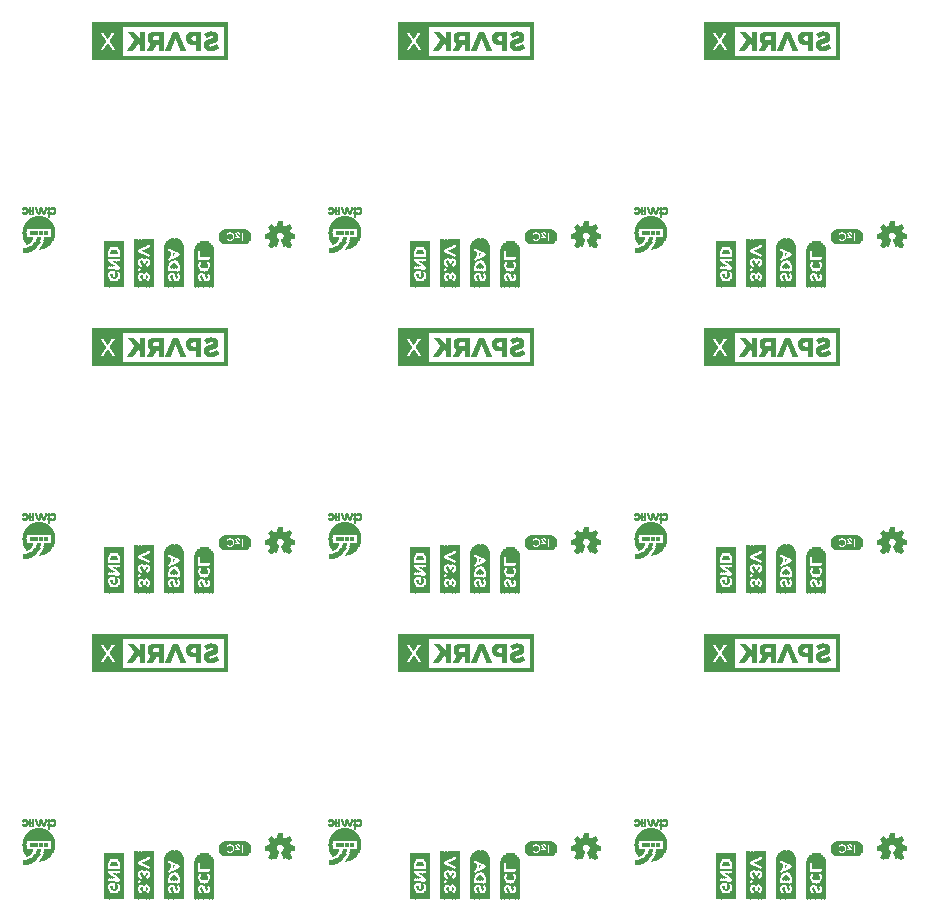
<source format=gbo>
G75*
%MOIN*%
%OFA0B0*%
%FSLAX25Y25*%
%IPPOS*%
%LPD*%
%AMOC8*
5,1,8,0,0,1.08239X$1,22.5*
%
%ADD10C,0.00039*%
%ADD11C,0.00299*%
%ADD12R,0.00157X0.13858*%
%ADD13R,0.00157X0.14331*%
%ADD14R,0.00157X0.14646*%
%ADD15R,0.00157X0.14961*%
%ADD16R,0.00157X0.15118*%
%ADD17R,0.00157X0.15276*%
%ADD18R,0.00157X0.15433*%
%ADD19R,0.00157X0.02835*%
%ADD20R,0.00157X0.11969*%
%ADD21R,0.00157X0.02520*%
%ADD22R,0.00157X0.01102*%
%ADD23R,0.00157X0.03150*%
%ADD24R,0.00157X0.04567*%
%ADD25R,0.00157X0.02205*%
%ADD26R,0.00157X0.00787*%
%ADD27R,0.00157X0.02677*%
%ADD28R,0.00157X0.04409*%
%ADD29R,0.00157X0.02047*%
%ADD30R,0.00157X0.00630*%
%ADD31R,0.00157X0.01890*%
%ADD32R,0.00157X0.01732*%
%ADD33R,0.00157X0.01575*%
%ADD34R,0.00157X0.00945*%
%ADD35R,0.00157X0.02362*%
%ADD36R,0.00157X0.01260*%
%ADD37R,0.00157X0.01417*%
%ADD38R,0.00157X0.04252*%
%ADD39R,0.00157X0.00315*%
%ADD40R,0.00157X0.04094*%
%ADD41R,0.00157X0.00472*%
%ADD42R,0.00157X0.03937*%
%ADD43R,0.00157X0.03307*%
%ADD44R,0.00157X0.03780*%
%ADD45R,0.00157X0.03465*%
%ADD46R,0.00157X0.02992*%
%ADD47R,0.00157X0.12913*%
%ADD48R,0.00157X0.13386*%
%ADD49R,0.00157X0.13701*%
%ADD50R,0.00157X0.14016*%
%ADD51R,0.00157X0.14173*%
%ADD52R,0.00157X0.14488*%
%ADD53R,0.00157X0.07087*%
%ADD54R,0.00157X0.04882*%
%ADD55R,0.00157X0.05039*%
%ADD56R,0.00157X0.05197*%
%ADD57R,0.00157X0.03622*%
%ADD58R,0.00157X0.15906*%
%ADD59R,0.00157X0.07402*%
%ADD60R,0.00157X0.00157*%
%ADD61R,0.00157X0.11024*%
%ADD62R,0.00866X0.00079*%
%ADD63R,0.00787X0.00079*%
%ADD64R,0.00827X0.00079*%
%ADD65R,0.00984X0.00079*%
%ADD66R,0.01181X0.00079*%
%ADD67R,0.00748X0.00079*%
%ADD68R,0.01339X0.00079*%
%ADD69R,0.01260X0.00039*%
%ADD70R,0.00787X0.00039*%
%ADD71R,0.00827X0.00039*%
%ADD72R,0.00866X0.00039*%
%ADD73R,0.00748X0.00039*%
%ADD74R,0.01417X0.00039*%
%ADD75R,0.01378X0.00039*%
%ADD76R,0.01575X0.00039*%
%ADD77R,0.01457X0.00039*%
%ADD78R,0.00945X0.00039*%
%ADD79R,0.01654X0.00039*%
%ADD80R,0.02362X0.00039*%
%ADD81R,0.01732X0.00039*%
%ADD82R,0.02402X0.00039*%
%ADD83R,0.00984X0.00039*%
%ADD84R,0.00709X0.00039*%
%ADD85R,0.01850X0.00039*%
%ADD86R,0.02441X0.00039*%
%ADD87R,0.01024X0.00039*%
%ADD88R,0.01890X0.00039*%
%ADD89R,0.02480X0.00039*%
%ADD90R,0.01969X0.00039*%
%ADD91R,0.02520X0.00039*%
%ADD92R,0.02008X0.00039*%
%ADD93R,0.01063X0.00039*%
%ADD94R,0.02047X0.00039*%
%ADD95R,0.02559X0.00039*%
%ADD96R,0.01102X0.00039*%
%ADD97R,0.02126X0.00039*%
%ADD98R,0.02598X0.00039*%
%ADD99R,0.01142X0.00039*%
%ADD100R,0.02087X0.00039*%
%ADD101R,0.01220X0.00039*%
%ADD102R,0.01181X0.00039*%
%ADD103R,0.00551X0.00039*%
%ADD104R,0.00394X0.00039*%
%ADD105R,0.00906X0.00039*%
%ADD106R,0.00315X0.00039*%
%ADD107R,0.00197X0.00039*%
%ADD108R,0.00079X0.00039*%
%ADD109R,0.01299X0.00039*%
%ADD110R,0.01299X0.00079*%
%ADD111R,0.00709X0.00079*%
%ADD112R,0.00630X0.00079*%
%ADD113R,0.00669X0.00079*%
%ADD114R,0.01693X0.00079*%
%ADD115R,0.00630X0.00039*%
%ADD116R,0.01693X0.00039*%
%ADD117R,0.00669X0.00039*%
%ADD118R,0.00591X0.00039*%
%ADD119R,0.01339X0.00039*%
%ADD120R,0.00157X0.00039*%
%ADD121R,0.00276X0.00039*%
%ADD122R,0.02559X0.00079*%
%ADD123R,0.01142X0.00079*%
%ADD124R,0.01102X0.00079*%
%ADD125R,0.02126X0.00079*%
%ADD126R,0.02520X0.00079*%
%ADD127R,0.01063X0.00079*%
%ADD128R,0.01969X0.00079*%
%ADD129R,0.02480X0.00079*%
%ADD130R,0.01024X0.00079*%
%ADD131R,0.01890X0.00079*%
%ADD132R,0.02402X0.00079*%
%ADD133R,0.01732X0.00079*%
%ADD134R,0.02323X0.00039*%
%ADD135R,0.01535X0.00039*%
%ADD136R,0.00512X0.00039*%
%ADD137R,0.00512X0.00079*%
%ADD138R,0.01850X0.00079*%
%ADD139R,0.02638X0.00079*%
%ADD140R,0.02953X0.00039*%
%ADD141R,0.03189X0.00039*%
%ADD142R,0.03504X0.00039*%
%ADD143R,0.03661X0.00039*%
%ADD144R,0.03898X0.00039*%
%ADD145R,0.04055X0.00039*%
%ADD146R,0.04213X0.00039*%
%ADD147R,0.04449X0.00039*%
%ADD148R,0.04606X0.00039*%
%ADD149R,0.04843X0.00039*%
%ADD150R,0.04921X0.00039*%
%ADD151R,0.05118X0.00039*%
%ADD152R,0.05236X0.00039*%
%ADD153R,0.05315X0.00039*%
%ADD154R,0.05512X0.00039*%
%ADD155R,0.05630X0.00039*%
%ADD156R,0.05787X0.00039*%
%ADD157R,0.05945X0.00039*%
%ADD158R,0.06024X0.00039*%
%ADD159R,0.06181X0.00039*%
%ADD160R,0.06260X0.00039*%
%ADD161R,0.06339X0.00039*%
%ADD162R,0.06417X0.00039*%
%ADD163R,0.06575X0.00039*%
%ADD164R,0.06732X0.00039*%
%ADD165R,0.06811X0.00039*%
%ADD166R,0.06890X0.00039*%
%ADD167R,0.06969X0.00039*%
%ADD168R,0.07047X0.00039*%
%ADD169R,0.07126X0.00039*%
%ADD170R,0.07205X0.00039*%
%ADD171R,0.07362X0.00039*%
%ADD172R,0.07441X0.00039*%
%ADD173R,0.07520X0.00039*%
%ADD174R,0.07598X0.00039*%
%ADD175R,0.07677X0.00039*%
%ADD176R,0.07756X0.00039*%
%ADD177R,0.07795X0.00039*%
%ADD178R,0.07913X0.00039*%
%ADD179R,0.07992X0.00039*%
%ADD180R,0.08071X0.00039*%
%ADD181R,0.08150X0.00039*%
%ADD182R,0.08189X0.00039*%
%ADD183R,0.08268X0.00039*%
%ADD184R,0.08307X0.00039*%
%ADD185R,0.08386X0.00039*%
%ADD186R,0.08465X0.00039*%
%ADD187R,0.08543X0.00039*%
%ADD188R,0.08622X0.00039*%
%ADD189R,0.08701X0.00039*%
%ADD190R,0.08780X0.00039*%
%ADD191R,0.08819X0.00039*%
%ADD192R,0.08858X0.00039*%
%ADD193R,0.08937X0.00039*%
%ADD194R,0.09016X0.00039*%
%ADD195R,0.09055X0.00039*%
%ADD196R,0.09094X0.00039*%
%ADD197R,0.09173X0.00039*%
%ADD198R,0.09252X0.00039*%
%ADD199R,0.09331X0.00039*%
%ADD200R,0.09409X0.00039*%
%ADD201R,0.09488X0.00039*%
%ADD202R,0.09528X0.00039*%
%ADD203R,0.09567X0.00039*%
%ADD204R,0.09646X0.00039*%
%ADD205R,0.09724X0.00039*%
%ADD206R,0.09803X0.00039*%
%ADD207R,0.09882X0.00039*%
%ADD208R,0.09961X0.00039*%
%ADD209R,0.10000X0.00039*%
%ADD210R,0.10039X0.00039*%
%ADD211R,0.10079X0.00039*%
%ADD212R,0.10118X0.00039*%
%ADD213R,0.10157X0.00039*%
%ADD214R,0.10197X0.00039*%
%ADD215R,0.10236X0.00039*%
%ADD216R,0.10276X0.00039*%
%ADD217R,0.10354X0.00039*%
%ADD218R,0.10394X0.00039*%
%ADD219R,0.10433X0.00039*%
%ADD220R,0.10512X0.00039*%
%ADD221R,0.01496X0.00039*%
%ADD222R,0.03268X0.00039*%
%ADD223R,0.03465X0.00039*%
%ADD224R,0.03425X0.00039*%
%ADD225R,0.03228X0.00039*%
%ADD226R,0.03346X0.00039*%
%ADD227R,0.03150X0.00039*%
%ADD228R,0.03110X0.00039*%
%ADD229R,0.03031X0.00039*%
%ADD230R,0.02874X0.00039*%
%ADD231R,0.02835X0.00039*%
%ADD232R,0.03071X0.00039*%
%ADD233R,0.02756X0.00039*%
%ADD234R,0.02638X0.00039*%
%ADD235R,0.02992X0.00039*%
%ADD236R,0.01614X0.00039*%
%ADD237R,0.02244X0.00039*%
%ADD238R,0.02795X0.00039*%
%ADD239R,0.02717X0.00039*%
%ADD240R,0.02677X0.00039*%
%ADD241R,0.01772X0.00039*%
%ADD242R,0.01811X0.00039*%
%ADD243R,0.00472X0.00039*%
%ADD244R,0.02283X0.00039*%
%ADD245R,0.02205X0.00039*%
%ADD246R,0.02165X0.00039*%
%ADD247R,0.01929X0.00039*%
%ADD248R,0.03937X0.00039*%
%ADD249R,0.03858X0.00039*%
%ADD250R,0.03740X0.00039*%
%ADD251R,0.03701X0.00039*%
%ADD252R,0.03622X0.00039*%
%ADD253R,0.03386X0.00039*%
%ADD254R,0.07205X0.00118*%
%ADD255R,0.07913X0.00118*%
%ADD256R,0.08386X0.00079*%
%ADD257R,0.08858X0.00157*%
%ADD258R,0.09094X0.00118*%
%ADD259R,0.09331X0.00118*%
%ADD260R,0.09567X0.00079*%
%ADD261R,0.03661X0.00118*%
%ADD262R,0.02126X0.00118*%
%ADD263R,0.02953X0.00118*%
%ADD264R,0.02244X0.00157*%
%ADD265R,0.00591X0.00157*%
%ADD266R,0.01535X0.00157*%
%ADD267R,0.02598X0.00157*%
%ADD268R,0.02244X0.00118*%
%ADD269R,0.00472X0.00118*%
%ADD270R,0.01181X0.00118*%
%ADD271R,0.02362X0.00118*%
%ADD272R,0.00945X0.00118*%
%ADD273R,0.00354X0.00118*%
%ADD274R,0.00827X0.00118*%
%ADD275R,0.02480X0.00157*%
%ADD276R,0.00354X0.00157*%
%ADD277R,0.00236X0.00157*%
%ADD278R,0.02480X0.00118*%
%ADD279R,0.02598X0.00118*%
%ADD280R,0.01063X0.00118*%
%ADD281R,0.02835X0.00118*%
%ADD282R,0.00472X0.00157*%
%ADD283R,0.04252X0.00157*%
%ADD284R,0.04370X0.00118*%
%ADD285R,0.00591X0.00118*%
%ADD286R,0.04488X0.00118*%
%ADD287R,0.00709X0.00157*%
%ADD288R,0.04488X0.00157*%
%ADD289R,0.00236X0.00118*%
%ADD290R,0.00118X0.00118*%
%ADD291R,0.00118X0.00157*%
%ADD292R,0.04370X0.00157*%
%ADD293R,0.04252X0.00118*%
%ADD294R,0.02717X0.00118*%
%ADD295R,0.03071X0.00157*%
%ADD296R,0.03425X0.00118*%
%ADD297R,0.09567X0.00118*%
%ADD298R,0.08858X0.00118*%
%ADD299R,0.08386X0.00118*%
D10*
X0056250Y0112522D02*
X0056250Y0118144D01*
X0060024Y0118144D01*
X0058378Y0115730D01*
X0059940Y0115730D01*
X0061295Y0117801D01*
X0062658Y0115730D01*
X0064166Y0115730D01*
X0062509Y0118144D01*
X0066303Y0118144D01*
X0066303Y0113678D01*
X0066708Y0113678D01*
X0066708Y0112522D01*
X0056250Y0112522D01*
X0056250Y0112544D02*
X0066708Y0112544D01*
X0101250Y0112544D01*
X0101250Y0112522D02*
X0066708Y0112522D01*
X0066708Y0113678D01*
X0100094Y0113678D01*
X0100094Y0123822D01*
X0066303Y0123822D01*
X0066303Y0118144D01*
X0062509Y0118144D01*
X0062059Y0118799D01*
X0064076Y0121765D01*
X0062523Y0121765D01*
X0061254Y0119808D01*
X0059976Y0121765D01*
X0058469Y0121765D01*
X0060484Y0118817D01*
X0060024Y0118144D01*
X0056250Y0118144D01*
X0056250Y0124978D01*
X0066303Y0124978D01*
X0101250Y0124978D01*
X0101250Y0112522D01*
X0101250Y0112582D02*
X0066708Y0112582D01*
X0056250Y0112582D01*
X0056250Y0112619D02*
X0066708Y0112619D01*
X0101250Y0112619D01*
X0101250Y0112657D02*
X0066708Y0112657D01*
X0056250Y0112657D01*
X0056250Y0112695D02*
X0066708Y0112695D01*
X0101250Y0112695D01*
X0101250Y0112733D02*
X0066708Y0112733D01*
X0056250Y0112733D01*
X0056250Y0112771D02*
X0066708Y0112771D01*
X0101250Y0112771D01*
X0101250Y0112809D02*
X0066708Y0112809D01*
X0056250Y0112809D01*
X0056250Y0112847D02*
X0066708Y0112847D01*
X0101250Y0112847D01*
X0101250Y0112885D02*
X0066708Y0112885D01*
X0056250Y0112885D01*
X0056250Y0112922D02*
X0066708Y0112922D01*
X0101250Y0112922D01*
X0101250Y0112960D02*
X0066708Y0112960D01*
X0056250Y0112960D01*
X0056250Y0112998D02*
X0066708Y0112998D01*
X0101250Y0112998D01*
X0101250Y0113036D02*
X0066708Y0113036D01*
X0056250Y0113036D01*
X0056250Y0113074D02*
X0066708Y0113074D01*
X0101250Y0113074D01*
X0101250Y0113112D02*
X0066708Y0113112D01*
X0056250Y0113112D01*
X0056250Y0113150D02*
X0066708Y0113150D01*
X0101250Y0113150D01*
X0101250Y0113188D02*
X0066708Y0113188D01*
X0056250Y0113188D01*
X0056250Y0113226D02*
X0066708Y0113226D01*
X0101250Y0113226D01*
X0101250Y0113263D02*
X0066708Y0113263D01*
X0056250Y0113263D01*
X0056250Y0113301D02*
X0066708Y0113301D01*
X0101250Y0113301D01*
X0101250Y0113339D02*
X0066708Y0113339D01*
X0056250Y0113339D01*
X0056250Y0113377D02*
X0066708Y0113377D01*
X0101250Y0113377D01*
X0101250Y0113415D02*
X0066708Y0113415D01*
X0056250Y0113415D01*
X0056250Y0113453D02*
X0066708Y0113453D01*
X0101250Y0113453D01*
X0101250Y0113491D02*
X0066708Y0113491D01*
X0056250Y0113491D01*
X0056250Y0113529D02*
X0066708Y0113529D01*
X0101250Y0113529D01*
X0101250Y0113566D02*
X0066708Y0113566D01*
X0056250Y0113566D01*
X0056250Y0113604D02*
X0066708Y0113604D01*
X0101250Y0113604D01*
X0101250Y0113642D02*
X0066708Y0113642D01*
X0056250Y0113642D01*
X0056250Y0113680D02*
X0066303Y0113680D01*
X0066303Y0113718D02*
X0056250Y0113718D01*
X0056250Y0113756D02*
X0066303Y0113756D01*
X0066303Y0113794D02*
X0056250Y0113794D01*
X0056250Y0113832D02*
X0066303Y0113832D01*
X0066303Y0113870D02*
X0056250Y0113870D01*
X0056250Y0113907D02*
X0066303Y0113907D01*
X0066303Y0113945D02*
X0056250Y0113945D01*
X0056250Y0113983D02*
X0066303Y0113983D01*
X0066303Y0114021D02*
X0056250Y0114021D01*
X0056250Y0114059D02*
X0066303Y0114059D01*
X0066303Y0114097D02*
X0056250Y0114097D01*
X0056250Y0114135D02*
X0066303Y0114135D01*
X0066303Y0114173D02*
X0056250Y0114173D01*
X0056250Y0114210D02*
X0066303Y0114210D01*
X0066303Y0114248D02*
X0056250Y0114248D01*
X0056250Y0114286D02*
X0066303Y0114286D01*
X0066303Y0114324D02*
X0056250Y0114324D01*
X0056250Y0114362D02*
X0066303Y0114362D01*
X0066303Y0114400D02*
X0056250Y0114400D01*
X0056250Y0114438D02*
X0066303Y0114438D01*
X0066303Y0114476D02*
X0056250Y0114476D01*
X0056250Y0114513D02*
X0066303Y0114513D01*
X0066303Y0114551D02*
X0056250Y0114551D01*
X0056250Y0114589D02*
X0066303Y0114589D01*
X0066303Y0114627D02*
X0056250Y0114627D01*
X0056250Y0114665D02*
X0066303Y0114665D01*
X0066303Y0114703D02*
X0056250Y0114703D01*
X0056250Y0114741D02*
X0066303Y0114741D01*
X0066303Y0114779D02*
X0056250Y0114779D01*
X0056250Y0114817D02*
X0066303Y0114817D01*
X0066303Y0114854D02*
X0056250Y0114854D01*
X0056250Y0114892D02*
X0066303Y0114892D01*
X0066303Y0114930D02*
X0056250Y0114930D01*
X0056250Y0114968D02*
X0066303Y0114968D01*
X0066303Y0115006D02*
X0056250Y0115006D01*
X0056250Y0115044D02*
X0066303Y0115044D01*
X0066303Y0115082D02*
X0056250Y0115082D01*
X0056250Y0115120D02*
X0066303Y0115120D01*
X0066303Y0115157D02*
X0056250Y0115157D01*
X0056250Y0115195D02*
X0066303Y0115195D01*
X0066303Y0115233D02*
X0056250Y0115233D01*
X0056250Y0115271D02*
X0066303Y0115271D01*
X0066303Y0115309D02*
X0056250Y0115309D01*
X0056250Y0115347D02*
X0066303Y0115347D01*
X0066303Y0115385D02*
X0056250Y0115385D01*
X0056250Y0115423D02*
X0066303Y0115423D01*
X0066303Y0115461D02*
X0056250Y0115461D01*
X0056250Y0115498D02*
X0066303Y0115498D01*
X0066303Y0115536D02*
X0056250Y0115536D01*
X0056250Y0115574D02*
X0066303Y0115574D01*
X0066303Y0115612D02*
X0056250Y0115612D01*
X0056250Y0115650D02*
X0066303Y0115650D01*
X0066303Y0115688D02*
X0056250Y0115688D01*
X0056250Y0115726D02*
X0066303Y0115726D01*
X0066303Y0115764D02*
X0064143Y0115764D01*
X0064117Y0115801D02*
X0066303Y0115801D01*
X0066303Y0115839D02*
X0064091Y0115839D01*
X0064065Y0115877D02*
X0066303Y0115877D01*
X0066303Y0115915D02*
X0064039Y0115915D01*
X0064013Y0115953D02*
X0066303Y0115953D01*
X0066303Y0115991D02*
X0063987Y0115991D01*
X0063961Y0116029D02*
X0066303Y0116029D01*
X0066303Y0116067D02*
X0063935Y0116067D01*
X0063909Y0116105D02*
X0066303Y0116105D01*
X0066303Y0116142D02*
X0063883Y0116142D01*
X0063857Y0116180D02*
X0066303Y0116180D01*
X0066303Y0116218D02*
X0063831Y0116218D01*
X0063805Y0116256D02*
X0066303Y0116256D01*
X0066303Y0116294D02*
X0063779Y0116294D01*
X0063753Y0116332D02*
X0066303Y0116332D01*
X0066303Y0116370D02*
X0063727Y0116370D01*
X0063701Y0116408D02*
X0066303Y0116408D01*
X0066303Y0116445D02*
X0063675Y0116445D01*
X0063649Y0116483D02*
X0066303Y0116483D01*
X0066303Y0116521D02*
X0063623Y0116521D01*
X0063597Y0116559D02*
X0066303Y0116559D01*
X0066303Y0116597D02*
X0063571Y0116597D01*
X0063545Y0116635D02*
X0066303Y0116635D01*
X0066303Y0116673D02*
X0063519Y0116673D01*
X0063493Y0116711D02*
X0066303Y0116711D01*
X0066303Y0116748D02*
X0063467Y0116748D01*
X0063441Y0116786D02*
X0066303Y0116786D01*
X0066303Y0116824D02*
X0063415Y0116824D01*
X0063389Y0116862D02*
X0066303Y0116862D01*
X0066303Y0116900D02*
X0063363Y0116900D01*
X0063337Y0116938D02*
X0066303Y0116938D01*
X0066303Y0116976D02*
X0063311Y0116976D01*
X0063285Y0117014D02*
X0066303Y0117014D01*
X0066303Y0117052D02*
X0063259Y0117052D01*
X0063233Y0117089D02*
X0066303Y0117089D01*
X0066303Y0117127D02*
X0063207Y0117127D01*
X0063181Y0117165D02*
X0066303Y0117165D01*
X0066303Y0117203D02*
X0063155Y0117203D01*
X0063129Y0117241D02*
X0066303Y0117241D01*
X0066303Y0117279D02*
X0063103Y0117279D01*
X0063077Y0117317D02*
X0066303Y0117317D01*
X0066303Y0117355D02*
X0063051Y0117355D01*
X0063025Y0117392D02*
X0066303Y0117392D01*
X0066303Y0117430D02*
X0062999Y0117430D01*
X0062973Y0117468D02*
X0066303Y0117468D01*
X0066303Y0117506D02*
X0062947Y0117506D01*
X0062921Y0117544D02*
X0066303Y0117544D01*
X0066303Y0117582D02*
X0062895Y0117582D01*
X0062869Y0117620D02*
X0066303Y0117620D01*
X0066303Y0117658D02*
X0062843Y0117658D01*
X0062817Y0117696D02*
X0066303Y0117696D01*
X0066303Y0117733D02*
X0062791Y0117733D01*
X0062765Y0117771D02*
X0066303Y0117771D01*
X0066303Y0117809D02*
X0062739Y0117809D01*
X0062713Y0117847D02*
X0066303Y0117847D01*
X0066303Y0117885D02*
X0062687Y0117885D01*
X0062661Y0117923D02*
X0066303Y0117923D01*
X0066303Y0117961D02*
X0062635Y0117961D01*
X0062609Y0117999D02*
X0066303Y0117999D01*
X0066303Y0118036D02*
X0062583Y0118036D01*
X0062557Y0118074D02*
X0066303Y0118074D01*
X0066303Y0118112D02*
X0062531Y0118112D01*
X0062505Y0118150D02*
X0066303Y0118150D01*
X0066303Y0118188D02*
X0062479Y0118188D01*
X0062453Y0118226D02*
X0066303Y0118226D01*
X0066303Y0118264D02*
X0062427Y0118264D01*
X0062401Y0118302D02*
X0066303Y0118302D01*
X0066303Y0118340D02*
X0062375Y0118340D01*
X0062349Y0118377D02*
X0066303Y0118377D01*
X0066303Y0118415D02*
X0062323Y0118415D01*
X0062297Y0118453D02*
X0066303Y0118453D01*
X0066303Y0118491D02*
X0062271Y0118491D01*
X0062245Y0118529D02*
X0066303Y0118529D01*
X0066303Y0118567D02*
X0062219Y0118567D01*
X0062193Y0118605D02*
X0066303Y0118605D01*
X0066303Y0118643D02*
X0062167Y0118643D01*
X0062141Y0118680D02*
X0066303Y0118680D01*
X0066303Y0118718D02*
X0062115Y0118718D01*
X0062089Y0118756D02*
X0066303Y0118756D01*
X0066303Y0118794D02*
X0062063Y0118794D01*
X0062082Y0118832D02*
X0066303Y0118832D01*
X0066303Y0118870D02*
X0062107Y0118870D01*
X0062133Y0118908D02*
X0066303Y0118908D01*
X0066303Y0118946D02*
X0062159Y0118946D01*
X0062185Y0118983D02*
X0066303Y0118983D01*
X0066303Y0119021D02*
X0062210Y0119021D01*
X0062236Y0119059D02*
X0066303Y0119059D01*
X0066303Y0119097D02*
X0062262Y0119097D01*
X0062288Y0119135D02*
X0066303Y0119135D01*
X0066303Y0119173D02*
X0062313Y0119173D01*
X0062339Y0119211D02*
X0066303Y0119211D01*
X0066303Y0119249D02*
X0062365Y0119249D01*
X0062391Y0119287D02*
X0066303Y0119287D01*
X0066303Y0119324D02*
X0062416Y0119324D01*
X0062442Y0119362D02*
X0066303Y0119362D01*
X0066303Y0119400D02*
X0062468Y0119400D01*
X0062494Y0119438D02*
X0066303Y0119438D01*
X0066303Y0119476D02*
X0062519Y0119476D01*
X0062545Y0119514D02*
X0066303Y0119514D01*
X0066303Y0119552D02*
X0062571Y0119552D01*
X0062597Y0119590D02*
X0066303Y0119590D01*
X0066303Y0119627D02*
X0062622Y0119627D01*
X0062648Y0119665D02*
X0066303Y0119665D01*
X0066303Y0119703D02*
X0062674Y0119703D01*
X0062700Y0119741D02*
X0066303Y0119741D01*
X0066303Y0119779D02*
X0062725Y0119779D01*
X0062751Y0119817D02*
X0066303Y0119817D01*
X0066303Y0119855D02*
X0062777Y0119855D01*
X0062803Y0119893D02*
X0066303Y0119893D01*
X0066303Y0119931D02*
X0062828Y0119931D01*
X0062854Y0119968D02*
X0066303Y0119968D01*
X0066303Y0120006D02*
X0062880Y0120006D01*
X0062906Y0120044D02*
X0066303Y0120044D01*
X0066303Y0120082D02*
X0062931Y0120082D01*
X0062957Y0120120D02*
X0066303Y0120120D01*
X0066303Y0120158D02*
X0062983Y0120158D01*
X0063009Y0120196D02*
X0066303Y0120196D01*
X0066303Y0120234D02*
X0063034Y0120234D01*
X0063060Y0120271D02*
X0066303Y0120271D01*
X0066303Y0120309D02*
X0063086Y0120309D01*
X0063112Y0120347D02*
X0066303Y0120347D01*
X0066303Y0120385D02*
X0063137Y0120385D01*
X0063163Y0120423D02*
X0066303Y0120423D01*
X0066303Y0120461D02*
X0063189Y0120461D01*
X0063215Y0120499D02*
X0066303Y0120499D01*
X0066303Y0120537D02*
X0063240Y0120537D01*
X0063266Y0120575D02*
X0066303Y0120575D01*
X0066303Y0120612D02*
X0063292Y0120612D01*
X0063318Y0120650D02*
X0066303Y0120650D01*
X0066303Y0120688D02*
X0063343Y0120688D01*
X0063369Y0120726D02*
X0066303Y0120726D01*
X0066303Y0120764D02*
X0063395Y0120764D01*
X0063421Y0120802D02*
X0066303Y0120802D01*
X0066303Y0120840D02*
X0063446Y0120840D01*
X0063472Y0120878D02*
X0066303Y0120878D01*
X0066303Y0120915D02*
X0063498Y0120915D01*
X0063524Y0120953D02*
X0066303Y0120953D01*
X0066303Y0120991D02*
X0063549Y0120991D01*
X0063575Y0121029D02*
X0066303Y0121029D01*
X0066303Y0121067D02*
X0063601Y0121067D01*
X0063627Y0121105D02*
X0066303Y0121105D01*
X0066303Y0121143D02*
X0063652Y0121143D01*
X0063678Y0121181D02*
X0066303Y0121181D01*
X0066303Y0121218D02*
X0063704Y0121218D01*
X0063730Y0121256D02*
X0066303Y0121256D01*
X0066303Y0121294D02*
X0063755Y0121294D01*
X0063781Y0121332D02*
X0066303Y0121332D01*
X0066303Y0121370D02*
X0063807Y0121370D01*
X0063833Y0121408D02*
X0066303Y0121408D01*
X0066303Y0121446D02*
X0063858Y0121446D01*
X0063884Y0121484D02*
X0066303Y0121484D01*
X0066303Y0121522D02*
X0063910Y0121522D01*
X0063936Y0121559D02*
X0066303Y0121559D01*
X0066303Y0121597D02*
X0063962Y0121597D01*
X0063987Y0121635D02*
X0066303Y0121635D01*
X0066303Y0121673D02*
X0064013Y0121673D01*
X0064039Y0121711D02*
X0066303Y0121711D01*
X0066303Y0121749D02*
X0064065Y0121749D01*
X0062513Y0121749D02*
X0059987Y0121749D01*
X0060011Y0121711D02*
X0062488Y0121711D01*
X0062463Y0121673D02*
X0060036Y0121673D01*
X0060061Y0121635D02*
X0062439Y0121635D01*
X0062414Y0121597D02*
X0060085Y0121597D01*
X0060110Y0121559D02*
X0062390Y0121559D01*
X0062365Y0121522D02*
X0060135Y0121522D01*
X0060160Y0121484D02*
X0062341Y0121484D01*
X0062316Y0121446D02*
X0060184Y0121446D01*
X0060209Y0121408D02*
X0062291Y0121408D01*
X0062267Y0121370D02*
X0060234Y0121370D01*
X0060259Y0121332D02*
X0062242Y0121332D01*
X0062218Y0121294D02*
X0060283Y0121294D01*
X0060308Y0121256D02*
X0062193Y0121256D01*
X0062169Y0121218D02*
X0060333Y0121218D01*
X0060358Y0121181D02*
X0062144Y0121181D01*
X0062120Y0121143D02*
X0060382Y0121143D01*
X0060407Y0121105D02*
X0062095Y0121105D01*
X0062070Y0121067D02*
X0060432Y0121067D01*
X0060456Y0121029D02*
X0062046Y0121029D01*
X0062021Y0120991D02*
X0060481Y0120991D01*
X0060506Y0120953D02*
X0061997Y0120953D01*
X0061972Y0120915D02*
X0060531Y0120915D01*
X0060555Y0120878D02*
X0061948Y0120878D01*
X0061923Y0120840D02*
X0060580Y0120840D01*
X0060605Y0120802D02*
X0061899Y0120802D01*
X0061874Y0120764D02*
X0060630Y0120764D01*
X0060654Y0120726D02*
X0061849Y0120726D01*
X0061825Y0120688D02*
X0060679Y0120688D01*
X0060704Y0120650D02*
X0061800Y0120650D01*
X0061776Y0120612D02*
X0060729Y0120612D01*
X0060753Y0120575D02*
X0061751Y0120575D01*
X0061727Y0120537D02*
X0060778Y0120537D01*
X0060803Y0120499D02*
X0061702Y0120499D01*
X0061678Y0120461D02*
X0060827Y0120461D01*
X0060852Y0120423D02*
X0061653Y0120423D01*
X0061628Y0120385D02*
X0060877Y0120385D01*
X0060902Y0120347D02*
X0061604Y0120347D01*
X0061579Y0120309D02*
X0060926Y0120309D01*
X0060951Y0120271D02*
X0061555Y0120271D01*
X0061530Y0120234D02*
X0060976Y0120234D01*
X0061001Y0120196D02*
X0061506Y0120196D01*
X0061481Y0120158D02*
X0061025Y0120158D01*
X0061050Y0120120D02*
X0061457Y0120120D01*
X0061432Y0120082D02*
X0061075Y0120082D01*
X0061099Y0120044D02*
X0061407Y0120044D01*
X0061383Y0120006D02*
X0061124Y0120006D01*
X0061149Y0119968D02*
X0061358Y0119968D01*
X0061334Y0119931D02*
X0061174Y0119931D01*
X0061198Y0119893D02*
X0061309Y0119893D01*
X0061285Y0119855D02*
X0061223Y0119855D01*
X0061248Y0119817D02*
X0061260Y0119817D01*
X0060267Y0119135D02*
X0056250Y0119135D01*
X0056250Y0119097D02*
X0060293Y0119097D01*
X0060319Y0119059D02*
X0056250Y0119059D01*
X0056250Y0119021D02*
X0060345Y0119021D01*
X0060371Y0118983D02*
X0056250Y0118983D01*
X0056250Y0118946D02*
X0060397Y0118946D01*
X0060423Y0118908D02*
X0056250Y0118908D01*
X0056250Y0118870D02*
X0060449Y0118870D01*
X0060475Y0118832D02*
X0056250Y0118832D01*
X0056250Y0118794D02*
X0060469Y0118794D01*
X0060443Y0118756D02*
X0056250Y0118756D01*
X0056250Y0118718D02*
X0060417Y0118718D01*
X0060391Y0118680D02*
X0056250Y0118680D01*
X0056250Y0118643D02*
X0060365Y0118643D01*
X0060339Y0118605D02*
X0056250Y0118605D01*
X0056250Y0118567D02*
X0060313Y0118567D01*
X0060288Y0118529D02*
X0056250Y0118529D01*
X0056250Y0118491D02*
X0060262Y0118491D01*
X0060236Y0118453D02*
X0056250Y0118453D01*
X0056250Y0118415D02*
X0060210Y0118415D01*
X0060184Y0118377D02*
X0056250Y0118377D01*
X0056250Y0118340D02*
X0060158Y0118340D01*
X0060132Y0118302D02*
X0056250Y0118302D01*
X0056250Y0118264D02*
X0060107Y0118264D01*
X0060081Y0118226D02*
X0056250Y0118226D01*
X0056250Y0118188D02*
X0060055Y0118188D01*
X0060029Y0118150D02*
X0056250Y0118150D01*
X0056250Y0118112D02*
X0060003Y0118112D01*
X0059977Y0118074D02*
X0056250Y0118074D01*
X0056250Y0118036D02*
X0059951Y0118036D01*
X0059926Y0117999D02*
X0056250Y0117999D01*
X0056250Y0117961D02*
X0059900Y0117961D01*
X0059874Y0117923D02*
X0056250Y0117923D01*
X0056250Y0117885D02*
X0059848Y0117885D01*
X0059822Y0117847D02*
X0056250Y0117847D01*
X0056250Y0117809D02*
X0059796Y0117809D01*
X0059771Y0117771D02*
X0056250Y0117771D01*
X0056250Y0117733D02*
X0059745Y0117733D01*
X0059719Y0117696D02*
X0056250Y0117696D01*
X0056250Y0117658D02*
X0059693Y0117658D01*
X0059667Y0117620D02*
X0056250Y0117620D01*
X0056250Y0117582D02*
X0059641Y0117582D01*
X0059616Y0117544D02*
X0056250Y0117544D01*
X0056250Y0117506D02*
X0059590Y0117506D01*
X0059564Y0117468D02*
X0056250Y0117468D01*
X0056250Y0117430D02*
X0059538Y0117430D01*
X0059512Y0117392D02*
X0056250Y0117392D01*
X0056250Y0117355D02*
X0059486Y0117355D01*
X0059461Y0117317D02*
X0056250Y0117317D01*
X0056250Y0117279D02*
X0059435Y0117279D01*
X0059409Y0117241D02*
X0056250Y0117241D01*
X0056250Y0117203D02*
X0059383Y0117203D01*
X0059357Y0117165D02*
X0056250Y0117165D01*
X0056250Y0117127D02*
X0059331Y0117127D01*
X0059305Y0117089D02*
X0056250Y0117089D01*
X0056250Y0117052D02*
X0059280Y0117052D01*
X0059254Y0117014D02*
X0056250Y0117014D01*
X0056250Y0116976D02*
X0059228Y0116976D01*
X0059202Y0116938D02*
X0056250Y0116938D01*
X0056250Y0116900D02*
X0059176Y0116900D01*
X0059150Y0116862D02*
X0056250Y0116862D01*
X0056250Y0116824D02*
X0059125Y0116824D01*
X0059099Y0116786D02*
X0056250Y0116786D01*
X0056250Y0116748D02*
X0059073Y0116748D01*
X0059047Y0116711D02*
X0056250Y0116711D01*
X0056250Y0116673D02*
X0059021Y0116673D01*
X0058995Y0116635D02*
X0056250Y0116635D01*
X0056250Y0116597D02*
X0058970Y0116597D01*
X0058944Y0116559D02*
X0056250Y0116559D01*
X0056250Y0116521D02*
X0058918Y0116521D01*
X0058892Y0116483D02*
X0056250Y0116483D01*
X0056250Y0116445D02*
X0058866Y0116445D01*
X0058840Y0116408D02*
X0056250Y0116408D01*
X0056250Y0116370D02*
X0058815Y0116370D01*
X0058789Y0116332D02*
X0056250Y0116332D01*
X0056250Y0116294D02*
X0058763Y0116294D01*
X0058737Y0116256D02*
X0056250Y0116256D01*
X0056250Y0116218D02*
X0058711Y0116218D01*
X0058685Y0116180D02*
X0056250Y0116180D01*
X0056250Y0116142D02*
X0058659Y0116142D01*
X0058634Y0116105D02*
X0056250Y0116105D01*
X0056250Y0116067D02*
X0058608Y0116067D01*
X0058582Y0116029D02*
X0056250Y0116029D01*
X0056250Y0115991D02*
X0058556Y0115991D01*
X0058530Y0115953D02*
X0056250Y0115953D01*
X0056250Y0115915D02*
X0058504Y0115915D01*
X0058479Y0115877D02*
X0056250Y0115877D01*
X0056250Y0115839D02*
X0058453Y0115839D01*
X0058427Y0115801D02*
X0056250Y0115801D01*
X0056250Y0115764D02*
X0058401Y0115764D01*
X0059962Y0115764D02*
X0062636Y0115764D01*
X0062611Y0115801D02*
X0059986Y0115801D01*
X0060011Y0115839D02*
X0062586Y0115839D01*
X0062561Y0115877D02*
X0060036Y0115877D01*
X0060061Y0115915D02*
X0062536Y0115915D01*
X0062511Y0115953D02*
X0060086Y0115953D01*
X0060110Y0115991D02*
X0062486Y0115991D01*
X0062462Y0116029D02*
X0060135Y0116029D01*
X0060160Y0116067D02*
X0062437Y0116067D01*
X0062412Y0116105D02*
X0060185Y0116105D01*
X0060210Y0116142D02*
X0062387Y0116142D01*
X0062362Y0116180D02*
X0060234Y0116180D01*
X0060259Y0116218D02*
X0062337Y0116218D01*
X0062312Y0116256D02*
X0060284Y0116256D01*
X0060309Y0116294D02*
X0062287Y0116294D01*
X0062262Y0116332D02*
X0060333Y0116332D01*
X0060358Y0116370D02*
X0062237Y0116370D01*
X0062212Y0116408D02*
X0060383Y0116408D01*
X0060408Y0116445D02*
X0062187Y0116445D01*
X0062162Y0116483D02*
X0060433Y0116483D01*
X0060457Y0116521D02*
X0062137Y0116521D01*
X0062112Y0116559D02*
X0060482Y0116559D01*
X0060507Y0116597D02*
X0062087Y0116597D01*
X0062062Y0116635D02*
X0060532Y0116635D01*
X0060557Y0116673D02*
X0062037Y0116673D01*
X0062012Y0116711D02*
X0060581Y0116711D01*
X0060606Y0116748D02*
X0061987Y0116748D01*
X0061962Y0116786D02*
X0060631Y0116786D01*
X0060656Y0116824D02*
X0061938Y0116824D01*
X0061913Y0116862D02*
X0060680Y0116862D01*
X0060705Y0116900D02*
X0061888Y0116900D01*
X0061863Y0116938D02*
X0060730Y0116938D01*
X0060755Y0116976D02*
X0061838Y0116976D01*
X0061813Y0117014D02*
X0060780Y0117014D01*
X0060804Y0117052D02*
X0061788Y0117052D01*
X0061763Y0117089D02*
X0060829Y0117089D01*
X0060854Y0117127D02*
X0061738Y0117127D01*
X0061713Y0117165D02*
X0060879Y0117165D01*
X0060904Y0117203D02*
X0061688Y0117203D01*
X0061663Y0117241D02*
X0060928Y0117241D01*
X0060953Y0117279D02*
X0061638Y0117279D01*
X0061613Y0117317D02*
X0060978Y0117317D01*
X0061003Y0117355D02*
X0061588Y0117355D01*
X0061563Y0117392D02*
X0061027Y0117392D01*
X0061052Y0117430D02*
X0061538Y0117430D01*
X0061513Y0117468D02*
X0061077Y0117468D01*
X0061102Y0117506D02*
X0061488Y0117506D01*
X0061463Y0117544D02*
X0061127Y0117544D01*
X0061151Y0117582D02*
X0061438Y0117582D01*
X0061414Y0117620D02*
X0061176Y0117620D01*
X0061201Y0117658D02*
X0061389Y0117658D01*
X0061364Y0117696D02*
X0061226Y0117696D01*
X0061251Y0117733D02*
X0061339Y0117733D01*
X0061314Y0117771D02*
X0061275Y0117771D01*
X0060241Y0119173D02*
X0056250Y0119173D01*
X0056250Y0119211D02*
X0060216Y0119211D01*
X0060190Y0119249D02*
X0056250Y0119249D01*
X0056250Y0119287D02*
X0060164Y0119287D01*
X0060138Y0119324D02*
X0056250Y0119324D01*
X0056250Y0119362D02*
X0060112Y0119362D01*
X0060086Y0119400D02*
X0056250Y0119400D01*
X0056250Y0119438D02*
X0060060Y0119438D01*
X0060034Y0119476D02*
X0056250Y0119476D01*
X0056250Y0119514D02*
X0060008Y0119514D01*
X0059982Y0119552D02*
X0056250Y0119552D01*
X0056250Y0119590D02*
X0059956Y0119590D01*
X0059930Y0119627D02*
X0056250Y0119627D01*
X0056250Y0119665D02*
X0059905Y0119665D01*
X0059879Y0119703D02*
X0056250Y0119703D01*
X0056250Y0119741D02*
X0059853Y0119741D01*
X0059827Y0119779D02*
X0056250Y0119779D01*
X0056250Y0119817D02*
X0059801Y0119817D01*
X0059775Y0119855D02*
X0056250Y0119855D01*
X0056250Y0119893D02*
X0059749Y0119893D01*
X0059723Y0119931D02*
X0056250Y0119931D01*
X0056250Y0119968D02*
X0059697Y0119968D01*
X0059671Y0120006D02*
X0056250Y0120006D01*
X0056250Y0120044D02*
X0059645Y0120044D01*
X0059620Y0120082D02*
X0056250Y0120082D01*
X0056250Y0120120D02*
X0059594Y0120120D01*
X0059568Y0120158D02*
X0056250Y0120158D01*
X0056250Y0120196D02*
X0059542Y0120196D01*
X0059516Y0120234D02*
X0056250Y0120234D01*
X0056250Y0120271D02*
X0059490Y0120271D01*
X0059464Y0120309D02*
X0056250Y0120309D01*
X0056250Y0120347D02*
X0059438Y0120347D01*
X0059412Y0120385D02*
X0056250Y0120385D01*
X0056250Y0120423D02*
X0059386Y0120423D01*
X0059360Y0120461D02*
X0056250Y0120461D01*
X0056250Y0120499D02*
X0059335Y0120499D01*
X0059309Y0120537D02*
X0056250Y0120537D01*
X0056250Y0120575D02*
X0059283Y0120575D01*
X0059257Y0120612D02*
X0056250Y0120612D01*
X0056250Y0120650D02*
X0059231Y0120650D01*
X0059205Y0120688D02*
X0056250Y0120688D01*
X0056250Y0120726D02*
X0059179Y0120726D01*
X0059153Y0120764D02*
X0056250Y0120764D01*
X0056250Y0120802D02*
X0059127Y0120802D01*
X0059101Y0120840D02*
X0056250Y0120840D01*
X0056250Y0120878D02*
X0059075Y0120878D01*
X0059050Y0120915D02*
X0056250Y0120915D01*
X0056250Y0120953D02*
X0059024Y0120953D01*
X0058998Y0120991D02*
X0056250Y0120991D01*
X0056250Y0121029D02*
X0058972Y0121029D01*
X0058946Y0121067D02*
X0056250Y0121067D01*
X0056250Y0121105D02*
X0058920Y0121105D01*
X0058894Y0121143D02*
X0056250Y0121143D01*
X0056250Y0121181D02*
X0058868Y0121181D01*
X0058842Y0121218D02*
X0056250Y0121218D01*
X0056250Y0121256D02*
X0058816Y0121256D01*
X0058790Y0121294D02*
X0056250Y0121294D01*
X0056250Y0121332D02*
X0058765Y0121332D01*
X0058739Y0121370D02*
X0056250Y0121370D01*
X0056250Y0121408D02*
X0058713Y0121408D01*
X0058687Y0121446D02*
X0056250Y0121446D01*
X0056250Y0121484D02*
X0058661Y0121484D01*
X0058635Y0121522D02*
X0056250Y0121522D01*
X0056250Y0121559D02*
X0058609Y0121559D01*
X0058583Y0121597D02*
X0056250Y0121597D01*
X0056250Y0121635D02*
X0058557Y0121635D01*
X0058531Y0121673D02*
X0056250Y0121673D01*
X0056250Y0121711D02*
X0058505Y0121711D01*
X0058480Y0121749D02*
X0056250Y0121749D01*
X0056250Y0121787D02*
X0066303Y0121787D01*
X0066303Y0121825D02*
X0056250Y0121825D01*
X0056250Y0121862D02*
X0066303Y0121862D01*
X0066303Y0121900D02*
X0056250Y0121900D01*
X0056250Y0121938D02*
X0066303Y0121938D01*
X0066303Y0121976D02*
X0056250Y0121976D01*
X0056250Y0122014D02*
X0066303Y0122014D01*
X0066303Y0122052D02*
X0056250Y0122052D01*
X0056250Y0122090D02*
X0066303Y0122090D01*
X0066303Y0122128D02*
X0056250Y0122128D01*
X0056250Y0122166D02*
X0066303Y0122166D01*
X0066303Y0122203D02*
X0056250Y0122203D01*
X0056250Y0122241D02*
X0066303Y0122241D01*
X0066303Y0122279D02*
X0056250Y0122279D01*
X0056250Y0122317D02*
X0066303Y0122317D01*
X0066303Y0122355D02*
X0056250Y0122355D01*
X0056250Y0122393D02*
X0066303Y0122393D01*
X0066303Y0122431D02*
X0056250Y0122431D01*
X0056250Y0122469D02*
X0066303Y0122469D01*
X0066303Y0122506D02*
X0056250Y0122506D01*
X0056250Y0122544D02*
X0066303Y0122544D01*
X0066303Y0122582D02*
X0056250Y0122582D01*
X0056250Y0122620D02*
X0066303Y0122620D01*
X0066303Y0122658D02*
X0056250Y0122658D01*
X0056250Y0122696D02*
X0066303Y0122696D01*
X0066303Y0122734D02*
X0056250Y0122734D01*
X0056250Y0122772D02*
X0066303Y0122772D01*
X0066303Y0122810D02*
X0056250Y0122810D01*
X0056250Y0122847D02*
X0066303Y0122847D01*
X0066303Y0122885D02*
X0056250Y0122885D01*
X0056250Y0122923D02*
X0066303Y0122923D01*
X0066303Y0122961D02*
X0056250Y0122961D01*
X0056250Y0122999D02*
X0066303Y0122999D01*
X0066303Y0123037D02*
X0056250Y0123037D01*
X0056250Y0123075D02*
X0066303Y0123075D01*
X0066303Y0123113D02*
X0056250Y0123113D01*
X0056250Y0123150D02*
X0066303Y0123150D01*
X0066303Y0123188D02*
X0056250Y0123188D01*
X0056250Y0123226D02*
X0066303Y0123226D01*
X0066303Y0123264D02*
X0056250Y0123264D01*
X0056250Y0123302D02*
X0066303Y0123302D01*
X0066303Y0123340D02*
X0056250Y0123340D01*
X0056250Y0123378D02*
X0066303Y0123378D01*
X0066303Y0123416D02*
X0056250Y0123416D01*
X0056250Y0123453D02*
X0066303Y0123453D01*
X0066303Y0123491D02*
X0056250Y0123491D01*
X0056250Y0123529D02*
X0066303Y0123529D01*
X0066303Y0123567D02*
X0056250Y0123567D01*
X0056250Y0123605D02*
X0066303Y0123605D01*
X0066303Y0123643D02*
X0056250Y0123643D01*
X0056250Y0123681D02*
X0066303Y0123681D01*
X0066303Y0123719D02*
X0056250Y0123719D01*
X0056250Y0123757D02*
X0066303Y0123757D01*
X0066303Y0123794D02*
X0056250Y0123794D01*
X0056250Y0123832D02*
X0101250Y0123832D01*
X0101250Y0123794D02*
X0100094Y0123794D01*
X0100094Y0123757D02*
X0101250Y0123757D01*
X0101250Y0123719D02*
X0100094Y0123719D01*
X0100094Y0123681D02*
X0101250Y0123681D01*
X0101250Y0123643D02*
X0100094Y0123643D01*
X0100094Y0123605D02*
X0101250Y0123605D01*
X0101250Y0123567D02*
X0100094Y0123567D01*
X0100094Y0123529D02*
X0101250Y0123529D01*
X0101250Y0123491D02*
X0100094Y0123491D01*
X0100094Y0123453D02*
X0101250Y0123453D01*
X0101250Y0123416D02*
X0100094Y0123416D01*
X0100094Y0123378D02*
X0101250Y0123378D01*
X0101250Y0123340D02*
X0100094Y0123340D01*
X0100094Y0123302D02*
X0101250Y0123302D01*
X0101250Y0123264D02*
X0100094Y0123264D01*
X0100094Y0123226D02*
X0101250Y0123226D01*
X0101250Y0123188D02*
X0100094Y0123188D01*
X0100094Y0123150D02*
X0101250Y0123150D01*
X0101250Y0123113D02*
X0100094Y0123113D01*
X0100094Y0123075D02*
X0101250Y0123075D01*
X0101250Y0123037D02*
X0100094Y0123037D01*
X0100094Y0122999D02*
X0101250Y0122999D01*
X0101250Y0122961D02*
X0100094Y0122961D01*
X0100094Y0122923D02*
X0101250Y0122923D01*
X0101250Y0122885D02*
X0100094Y0122885D01*
X0100094Y0122847D02*
X0101250Y0122847D01*
X0101250Y0122810D02*
X0100094Y0122810D01*
X0100094Y0122772D02*
X0101250Y0122772D01*
X0101250Y0122734D02*
X0100094Y0122734D01*
X0100094Y0122696D02*
X0101250Y0122696D01*
X0101250Y0122658D02*
X0100094Y0122658D01*
X0100094Y0122620D02*
X0101250Y0122620D01*
X0101250Y0122582D02*
X0100094Y0122582D01*
X0100094Y0122544D02*
X0101250Y0122544D01*
X0101250Y0122506D02*
X0100094Y0122506D01*
X0100094Y0122469D02*
X0101250Y0122469D01*
X0101250Y0122431D02*
X0100094Y0122431D01*
X0100094Y0122393D02*
X0101250Y0122393D01*
X0101250Y0122355D02*
X0100094Y0122355D01*
X0100094Y0122317D02*
X0101250Y0122317D01*
X0101250Y0122279D02*
X0100094Y0122279D01*
X0100094Y0122241D02*
X0101250Y0122241D01*
X0101250Y0122203D02*
X0100094Y0122203D01*
X0100094Y0122166D02*
X0101250Y0122166D01*
X0101250Y0122128D02*
X0100094Y0122128D01*
X0100094Y0122090D02*
X0101250Y0122090D01*
X0101250Y0122052D02*
X0100094Y0122052D01*
X0100094Y0122014D02*
X0101250Y0122014D01*
X0101250Y0121976D02*
X0100094Y0121976D01*
X0100094Y0121938D02*
X0101250Y0121938D01*
X0101250Y0121900D02*
X0100094Y0121900D01*
X0100094Y0121862D02*
X0101250Y0121862D01*
X0101250Y0121825D02*
X0100094Y0121825D01*
X0100094Y0121787D02*
X0101250Y0121787D01*
X0101250Y0121749D02*
X0100094Y0121749D01*
X0100094Y0121711D02*
X0101250Y0121711D01*
X0101250Y0121673D02*
X0100094Y0121673D01*
X0100094Y0121635D02*
X0101250Y0121635D01*
X0101250Y0121597D02*
X0100094Y0121597D01*
X0100094Y0121559D02*
X0101250Y0121559D01*
X0101250Y0121522D02*
X0100094Y0121522D01*
X0100094Y0121484D02*
X0101250Y0121484D01*
X0101250Y0121446D02*
X0100094Y0121446D01*
X0100094Y0121408D02*
X0101250Y0121408D01*
X0101250Y0121370D02*
X0100094Y0121370D01*
X0100094Y0121332D02*
X0101250Y0121332D01*
X0101250Y0121294D02*
X0100094Y0121294D01*
X0100094Y0121256D02*
X0101250Y0121256D01*
X0101250Y0121218D02*
X0100094Y0121218D01*
X0100094Y0121181D02*
X0101250Y0121181D01*
X0101250Y0121143D02*
X0100094Y0121143D01*
X0100094Y0121105D02*
X0101250Y0121105D01*
X0101250Y0121067D02*
X0100094Y0121067D01*
X0100094Y0121029D02*
X0101250Y0121029D01*
X0101250Y0120991D02*
X0100094Y0120991D01*
X0100094Y0120953D02*
X0101250Y0120953D01*
X0101250Y0120915D02*
X0100094Y0120915D01*
X0100094Y0120878D02*
X0101250Y0120878D01*
X0101250Y0120840D02*
X0100094Y0120840D01*
X0100094Y0120802D02*
X0101250Y0120802D01*
X0101250Y0120764D02*
X0100094Y0120764D01*
X0100094Y0120726D02*
X0101250Y0120726D01*
X0101250Y0120688D02*
X0100094Y0120688D01*
X0100094Y0120650D02*
X0101250Y0120650D01*
X0101250Y0120612D02*
X0100094Y0120612D01*
X0100094Y0120575D02*
X0101250Y0120575D01*
X0101250Y0120537D02*
X0100094Y0120537D01*
X0100094Y0120499D02*
X0101250Y0120499D01*
X0101250Y0120461D02*
X0100094Y0120461D01*
X0100094Y0120423D02*
X0101250Y0120423D01*
X0101250Y0120385D02*
X0100094Y0120385D01*
X0100094Y0120347D02*
X0101250Y0120347D01*
X0101250Y0120309D02*
X0100094Y0120309D01*
X0100094Y0120271D02*
X0101250Y0120271D01*
X0101250Y0120234D02*
X0100094Y0120234D01*
X0100094Y0120196D02*
X0101250Y0120196D01*
X0101250Y0120158D02*
X0100094Y0120158D01*
X0100094Y0120120D02*
X0101250Y0120120D01*
X0101250Y0120082D02*
X0100094Y0120082D01*
X0100094Y0120044D02*
X0101250Y0120044D01*
X0101250Y0120006D02*
X0100094Y0120006D01*
X0100094Y0119968D02*
X0101250Y0119968D01*
X0101250Y0119931D02*
X0100094Y0119931D01*
X0100094Y0119893D02*
X0101250Y0119893D01*
X0101250Y0119855D02*
X0100094Y0119855D01*
X0100094Y0119817D02*
X0101250Y0119817D01*
X0101250Y0119779D02*
X0100094Y0119779D01*
X0100094Y0119741D02*
X0101250Y0119741D01*
X0101250Y0119703D02*
X0100094Y0119703D01*
X0100094Y0119665D02*
X0101250Y0119665D01*
X0101250Y0119627D02*
X0100094Y0119627D01*
X0100094Y0119590D02*
X0101250Y0119590D01*
X0101250Y0119552D02*
X0100094Y0119552D01*
X0100094Y0119514D02*
X0101250Y0119514D01*
X0101250Y0119476D02*
X0100094Y0119476D01*
X0100094Y0119438D02*
X0101250Y0119438D01*
X0101250Y0119400D02*
X0100094Y0119400D01*
X0100094Y0119362D02*
X0101250Y0119362D01*
X0101250Y0119324D02*
X0100094Y0119324D01*
X0100094Y0119287D02*
X0101250Y0119287D01*
X0101250Y0119249D02*
X0100094Y0119249D01*
X0100094Y0119211D02*
X0101250Y0119211D01*
X0101250Y0119173D02*
X0100094Y0119173D01*
X0100094Y0119135D02*
X0101250Y0119135D01*
X0101250Y0119097D02*
X0100094Y0119097D01*
X0100094Y0119059D02*
X0101250Y0119059D01*
X0101250Y0119021D02*
X0100094Y0119021D01*
X0100094Y0118983D02*
X0101250Y0118983D01*
X0101250Y0118946D02*
X0100094Y0118946D01*
X0100094Y0118908D02*
X0101250Y0118908D01*
X0101250Y0118870D02*
X0100094Y0118870D01*
X0100094Y0118832D02*
X0101250Y0118832D01*
X0101250Y0118794D02*
X0100094Y0118794D01*
X0100094Y0118756D02*
X0101250Y0118756D01*
X0101250Y0118718D02*
X0100094Y0118718D01*
X0100094Y0118680D02*
X0101250Y0118680D01*
X0101250Y0118643D02*
X0100094Y0118643D01*
X0100094Y0118605D02*
X0101250Y0118605D01*
X0101250Y0118567D02*
X0100094Y0118567D01*
X0100094Y0118529D02*
X0101250Y0118529D01*
X0101250Y0118491D02*
X0100094Y0118491D01*
X0100094Y0118453D02*
X0101250Y0118453D01*
X0101250Y0118415D02*
X0100094Y0118415D01*
X0100094Y0118377D02*
X0101250Y0118377D01*
X0101250Y0118340D02*
X0100094Y0118340D01*
X0100094Y0118302D02*
X0101250Y0118302D01*
X0101250Y0118264D02*
X0100094Y0118264D01*
X0100094Y0118226D02*
X0101250Y0118226D01*
X0101250Y0118188D02*
X0100094Y0118188D01*
X0100094Y0118150D02*
X0101250Y0118150D01*
X0101250Y0118112D02*
X0100094Y0118112D01*
X0100094Y0118074D02*
X0101250Y0118074D01*
X0101250Y0118036D02*
X0100094Y0118036D01*
X0100094Y0117999D02*
X0101250Y0117999D01*
X0101250Y0117961D02*
X0100094Y0117961D01*
X0100094Y0117923D02*
X0101250Y0117923D01*
X0101250Y0117885D02*
X0100094Y0117885D01*
X0100094Y0117847D02*
X0101250Y0117847D01*
X0101250Y0117809D02*
X0100094Y0117809D01*
X0100094Y0117771D02*
X0101250Y0117771D01*
X0101250Y0117733D02*
X0100094Y0117733D01*
X0100094Y0117696D02*
X0101250Y0117696D01*
X0101250Y0117658D02*
X0100094Y0117658D01*
X0100094Y0117620D02*
X0101250Y0117620D01*
X0101250Y0117582D02*
X0100094Y0117582D01*
X0100094Y0117544D02*
X0101250Y0117544D01*
X0101250Y0117506D02*
X0100094Y0117506D01*
X0100094Y0117468D02*
X0101250Y0117468D01*
X0101250Y0117430D02*
X0100094Y0117430D01*
X0100094Y0117392D02*
X0101250Y0117392D01*
X0101250Y0117355D02*
X0100094Y0117355D01*
X0100094Y0117317D02*
X0101250Y0117317D01*
X0101250Y0117279D02*
X0100094Y0117279D01*
X0100094Y0117241D02*
X0101250Y0117241D01*
X0101250Y0117203D02*
X0100094Y0117203D01*
X0100094Y0117165D02*
X0101250Y0117165D01*
X0101250Y0117127D02*
X0100094Y0117127D01*
X0100094Y0117089D02*
X0101250Y0117089D01*
X0101250Y0117052D02*
X0100094Y0117052D01*
X0100094Y0117014D02*
X0101250Y0117014D01*
X0101250Y0116976D02*
X0100094Y0116976D01*
X0100094Y0116938D02*
X0101250Y0116938D01*
X0101250Y0116900D02*
X0100094Y0116900D01*
X0100094Y0116862D02*
X0101250Y0116862D01*
X0101250Y0116824D02*
X0100094Y0116824D01*
X0100094Y0116786D02*
X0101250Y0116786D01*
X0101250Y0116748D02*
X0100094Y0116748D01*
X0100094Y0116711D02*
X0101250Y0116711D01*
X0101250Y0116673D02*
X0100094Y0116673D01*
X0100094Y0116635D02*
X0101250Y0116635D01*
X0101250Y0116597D02*
X0100094Y0116597D01*
X0100094Y0116559D02*
X0101250Y0116559D01*
X0101250Y0116521D02*
X0100094Y0116521D01*
X0100094Y0116483D02*
X0101250Y0116483D01*
X0101250Y0116445D02*
X0100094Y0116445D01*
X0100094Y0116408D02*
X0101250Y0116408D01*
X0101250Y0116370D02*
X0100094Y0116370D01*
X0100094Y0116332D02*
X0101250Y0116332D01*
X0101250Y0116294D02*
X0100094Y0116294D01*
X0100094Y0116256D02*
X0101250Y0116256D01*
X0101250Y0116218D02*
X0100094Y0116218D01*
X0100094Y0116180D02*
X0101250Y0116180D01*
X0101250Y0116142D02*
X0100094Y0116142D01*
X0100094Y0116105D02*
X0101250Y0116105D01*
X0101250Y0116067D02*
X0100094Y0116067D01*
X0100094Y0116029D02*
X0101250Y0116029D01*
X0101250Y0115991D02*
X0100094Y0115991D01*
X0100094Y0115953D02*
X0101250Y0115953D01*
X0101250Y0115915D02*
X0100094Y0115915D01*
X0100094Y0115877D02*
X0101250Y0115877D01*
X0101250Y0115839D02*
X0100094Y0115839D01*
X0100094Y0115801D02*
X0101250Y0115801D01*
X0101250Y0115764D02*
X0100094Y0115764D01*
X0100094Y0115726D02*
X0101250Y0115726D01*
X0101250Y0115688D02*
X0100094Y0115688D01*
X0100094Y0115650D02*
X0101250Y0115650D01*
X0101250Y0115612D02*
X0100094Y0115612D01*
X0100094Y0115574D02*
X0101250Y0115574D01*
X0101250Y0115536D02*
X0100094Y0115536D01*
X0100094Y0115498D02*
X0101250Y0115498D01*
X0101250Y0115461D02*
X0100094Y0115461D01*
X0100094Y0115423D02*
X0101250Y0115423D01*
X0101250Y0115385D02*
X0100094Y0115385D01*
X0100094Y0115347D02*
X0101250Y0115347D01*
X0101250Y0115309D02*
X0100094Y0115309D01*
X0100094Y0115271D02*
X0101250Y0115271D01*
X0101250Y0115233D02*
X0100094Y0115233D01*
X0100094Y0115195D02*
X0101250Y0115195D01*
X0101250Y0115157D02*
X0100094Y0115157D01*
X0100094Y0115120D02*
X0101250Y0115120D01*
X0101250Y0115082D02*
X0100094Y0115082D01*
X0100094Y0115044D02*
X0101250Y0115044D01*
X0101250Y0115006D02*
X0100094Y0115006D01*
X0100094Y0114968D02*
X0101250Y0114968D01*
X0101250Y0114930D02*
X0100094Y0114930D01*
X0100094Y0114892D02*
X0101250Y0114892D01*
X0101250Y0114854D02*
X0100094Y0114854D01*
X0100094Y0114817D02*
X0101250Y0114817D01*
X0101250Y0114779D02*
X0100094Y0114779D01*
X0100094Y0114741D02*
X0101250Y0114741D01*
X0101250Y0114703D02*
X0100094Y0114703D01*
X0100094Y0114665D02*
X0101250Y0114665D01*
X0101250Y0114627D02*
X0100094Y0114627D01*
X0100094Y0114589D02*
X0101250Y0114589D01*
X0101250Y0114551D02*
X0100094Y0114551D01*
X0100094Y0114513D02*
X0101250Y0114513D01*
X0101250Y0114476D02*
X0100094Y0114476D01*
X0100094Y0114438D02*
X0101250Y0114438D01*
X0101250Y0114400D02*
X0100094Y0114400D01*
X0100094Y0114362D02*
X0101250Y0114362D01*
X0101250Y0114324D02*
X0100094Y0114324D01*
X0100094Y0114286D02*
X0101250Y0114286D01*
X0101250Y0114248D02*
X0100094Y0114248D01*
X0100094Y0114210D02*
X0101250Y0114210D01*
X0101250Y0114173D02*
X0100094Y0114173D01*
X0100094Y0114135D02*
X0101250Y0114135D01*
X0101250Y0114097D02*
X0100094Y0114097D01*
X0100094Y0114059D02*
X0101250Y0114059D01*
X0101250Y0114021D02*
X0100094Y0114021D01*
X0100094Y0113983D02*
X0101250Y0113983D01*
X0101250Y0113945D02*
X0100094Y0113945D01*
X0100094Y0113907D02*
X0101250Y0113907D01*
X0101250Y0113870D02*
X0100094Y0113870D01*
X0100094Y0113832D02*
X0101250Y0113832D01*
X0101250Y0113794D02*
X0100094Y0113794D01*
X0100094Y0113756D02*
X0101250Y0113756D01*
X0101250Y0113718D02*
X0100094Y0113718D01*
X0100094Y0113680D02*
X0101250Y0113680D01*
X0098217Y0116599D02*
X0097645Y0116170D01*
X0097011Y0115870D01*
X0096341Y0115691D01*
X0095656Y0115631D01*
X0095187Y0115662D01*
X0094761Y0115758D01*
X0094385Y0115910D01*
X0094063Y0116117D01*
X0093804Y0116383D01*
X0093609Y0116702D01*
X0093487Y0117077D01*
X0093447Y0117499D01*
X0093447Y0117535D01*
X0093478Y0117903D01*
X0093573Y0118215D01*
X0093730Y0118480D01*
X0093947Y0118709D01*
X0094549Y0119070D01*
X0095369Y0119340D01*
X0096012Y0119520D01*
X0096412Y0119681D01*
X0096615Y0119875D01*
X0096669Y0120131D01*
X0096669Y0120149D01*
X0096651Y0120230D01*
X0097964Y0120230D01*
X0097983Y0120028D01*
X0097983Y0120010D01*
X0097947Y0119599D01*
X0097839Y0119259D01*
X0097667Y0118981D01*
X0097438Y0118755D01*
X0096809Y0118412D01*
X0095976Y0118160D01*
X0095359Y0117980D01*
X0094986Y0117809D01*
X0093470Y0117809D01*
X0093467Y0117771D02*
X0094949Y0117771D01*
X0094912Y0117733D02*
X0093464Y0117733D01*
X0093460Y0117696D02*
X0094875Y0117696D01*
X0094838Y0117658D02*
X0093457Y0117658D01*
X0093454Y0117620D02*
X0094805Y0117620D01*
X0094806Y0117625D02*
X0094756Y0117395D01*
X0094756Y0117377D01*
X0094814Y0117138D01*
X0094986Y0116959D01*
X0095260Y0116845D01*
X0095630Y0116806D01*
X0096127Y0116856D01*
X0096584Y0117004D01*
X0097014Y0117237D01*
X0097434Y0117540D01*
X0098217Y0116599D01*
X0098214Y0116597D02*
X0093673Y0116597D01*
X0093650Y0116635D02*
X0098187Y0116635D01*
X0098156Y0116673D02*
X0093627Y0116673D01*
X0093606Y0116711D02*
X0098124Y0116711D01*
X0098093Y0116748D02*
X0093594Y0116748D01*
X0093582Y0116786D02*
X0098061Y0116786D01*
X0098029Y0116824D02*
X0095811Y0116824D01*
X0096146Y0116862D02*
X0097998Y0116862D01*
X0097966Y0116900D02*
X0096263Y0116900D01*
X0096380Y0116938D02*
X0097935Y0116938D01*
X0097903Y0116976D02*
X0096496Y0116976D01*
X0096601Y0117014D02*
X0097872Y0117014D01*
X0097840Y0117052D02*
X0096672Y0117052D01*
X0096742Y0117089D02*
X0097809Y0117089D01*
X0097777Y0117127D02*
X0096812Y0117127D01*
X0096882Y0117165D02*
X0097746Y0117165D01*
X0097714Y0117203D02*
X0096952Y0117203D01*
X0097020Y0117241D02*
X0097683Y0117241D01*
X0097651Y0117279D02*
X0097073Y0117279D01*
X0097125Y0117317D02*
X0097619Y0117317D01*
X0097588Y0117355D02*
X0097178Y0117355D01*
X0097230Y0117392D02*
X0097556Y0117392D01*
X0097525Y0117430D02*
X0097283Y0117430D01*
X0097335Y0117468D02*
X0097493Y0117468D01*
X0097462Y0117506D02*
X0097388Y0117506D01*
X0096883Y0118453D02*
X0093713Y0118453D01*
X0093691Y0118415D02*
X0096814Y0118415D01*
X0096693Y0118377D02*
X0093669Y0118377D01*
X0093647Y0118340D02*
X0096567Y0118340D01*
X0096442Y0118302D02*
X0093624Y0118302D01*
X0093602Y0118264D02*
X0096317Y0118264D01*
X0096192Y0118226D02*
X0093580Y0118226D01*
X0093565Y0118188D02*
X0096067Y0118188D01*
X0095940Y0118150D02*
X0093553Y0118150D01*
X0093542Y0118112D02*
X0095811Y0118112D01*
X0095681Y0118074D02*
X0093530Y0118074D01*
X0093519Y0118036D02*
X0095551Y0118036D01*
X0095421Y0117999D02*
X0093507Y0117999D01*
X0093495Y0117961D02*
X0095316Y0117961D01*
X0095234Y0117923D02*
X0093484Y0117923D01*
X0093476Y0117885D02*
X0095151Y0117885D01*
X0095068Y0117847D02*
X0093473Y0117847D01*
X0093451Y0117582D02*
X0094797Y0117582D01*
X0094789Y0117544D02*
X0093448Y0117544D01*
X0093447Y0117506D02*
X0094780Y0117506D01*
X0094772Y0117468D02*
X0093450Y0117468D01*
X0093454Y0117430D02*
X0094764Y0117430D01*
X0094756Y0117392D02*
X0093457Y0117392D01*
X0093461Y0117355D02*
X0094762Y0117355D01*
X0094771Y0117317D02*
X0093465Y0117317D01*
X0093468Y0117279D02*
X0094780Y0117279D01*
X0094789Y0117241D02*
X0093472Y0117241D01*
X0093475Y0117203D02*
X0094798Y0117203D01*
X0094807Y0117165D02*
X0093479Y0117165D01*
X0093483Y0117127D02*
X0094824Y0117127D01*
X0094861Y0117089D02*
X0093486Y0117089D01*
X0093496Y0117052D02*
X0094897Y0117052D01*
X0094933Y0117014D02*
X0093508Y0117014D01*
X0093520Y0116976D02*
X0094970Y0116976D01*
X0095037Y0116938D02*
X0093533Y0116938D01*
X0093545Y0116900D02*
X0095129Y0116900D01*
X0095220Y0116862D02*
X0093557Y0116862D01*
X0093570Y0116824D02*
X0095459Y0116824D01*
X0094806Y0117625D02*
X0094986Y0117809D01*
X0094342Y0118946D02*
X0097632Y0118946D01*
X0097669Y0118983D02*
X0094405Y0118983D01*
X0094469Y0119021D02*
X0097692Y0119021D01*
X0097716Y0119059D02*
X0094532Y0119059D01*
X0094633Y0119097D02*
X0097739Y0119097D01*
X0097763Y0119135D02*
X0094748Y0119135D01*
X0094863Y0119173D02*
X0097786Y0119173D01*
X0097810Y0119211D02*
X0094978Y0119211D01*
X0095093Y0119249D02*
X0097833Y0119249D01*
X0097848Y0119287D02*
X0095208Y0119287D01*
X0095323Y0119324D02*
X0097860Y0119324D01*
X0097872Y0119362D02*
X0095450Y0119362D01*
X0095585Y0119400D02*
X0097884Y0119400D01*
X0097896Y0119438D02*
X0095721Y0119438D01*
X0095856Y0119476D02*
X0097908Y0119476D01*
X0097920Y0119514D02*
X0095992Y0119514D01*
X0096092Y0119552D02*
X0097932Y0119552D01*
X0097944Y0119590D02*
X0096185Y0119590D01*
X0096279Y0119627D02*
X0097949Y0119627D01*
X0097952Y0119665D02*
X0096373Y0119665D01*
X0096435Y0119703D02*
X0097956Y0119703D01*
X0097959Y0119741D02*
X0096475Y0119741D01*
X0096515Y0119779D02*
X0097962Y0119779D01*
X0097966Y0119817D02*
X0096554Y0119817D01*
X0096594Y0119855D02*
X0097969Y0119855D01*
X0097973Y0119893D02*
X0096619Y0119893D01*
X0096627Y0119931D02*
X0097976Y0119931D01*
X0097979Y0119968D02*
X0096635Y0119968D01*
X0096643Y0120006D02*
X0097983Y0120006D01*
X0097981Y0120044D02*
X0096651Y0120044D01*
X0096659Y0120082D02*
X0097978Y0120082D01*
X0097974Y0120120D02*
X0096667Y0120120D01*
X0096667Y0120158D02*
X0097971Y0120158D01*
X0097967Y0120196D02*
X0096658Y0120196D01*
X0096651Y0120230D02*
X0096621Y0120355D01*
X0096476Y0120523D01*
X0096233Y0120637D01*
X0095895Y0120676D01*
X0095508Y0120636D01*
X0095121Y0120519D01*
X0094597Y0120230D01*
X0094329Y0120082D01*
X0094227Y0120230D01*
X0094597Y0120230D01*
X0094227Y0120230D01*
X0093641Y0121081D01*
X0094130Y0121409D01*
X0094662Y0121648D01*
X0095245Y0121796D01*
X0095881Y0121846D01*
X0096327Y0121813D01*
X0096732Y0121716D01*
X0097092Y0121558D01*
X0097398Y0121347D01*
X0097645Y0121083D01*
X0097830Y0120775D01*
X0097945Y0120423D01*
X0097946Y0120423D02*
X0096562Y0120423D01*
X0096529Y0120461D02*
X0097933Y0120461D01*
X0097945Y0120423D02*
X0097964Y0120230D01*
X0096651Y0120230D01*
X0096650Y0120234D02*
X0097964Y0120234D01*
X0097960Y0120271D02*
X0096641Y0120271D01*
X0096632Y0120309D02*
X0097956Y0120309D01*
X0097953Y0120347D02*
X0096623Y0120347D01*
X0096595Y0120385D02*
X0097949Y0120385D01*
X0097921Y0120499D02*
X0096497Y0120499D01*
X0096446Y0120537D02*
X0097908Y0120537D01*
X0097896Y0120575D02*
X0096365Y0120575D01*
X0096284Y0120612D02*
X0097883Y0120612D01*
X0097871Y0120650D02*
X0096115Y0120650D01*
X0095646Y0120650D02*
X0093937Y0120650D01*
X0093911Y0120688D02*
X0097859Y0120688D01*
X0097846Y0120726D02*
X0093885Y0120726D01*
X0093859Y0120764D02*
X0097834Y0120764D01*
X0097814Y0120802D02*
X0093833Y0120802D01*
X0093807Y0120840D02*
X0097791Y0120840D01*
X0097768Y0120878D02*
X0093781Y0120878D01*
X0093755Y0120915D02*
X0097745Y0120915D01*
X0097722Y0120953D02*
X0093729Y0120953D01*
X0093702Y0120991D02*
X0097700Y0120991D01*
X0097677Y0121029D02*
X0093676Y0121029D01*
X0093650Y0121067D02*
X0097654Y0121067D01*
X0097624Y0121105D02*
X0093676Y0121105D01*
X0093733Y0121143D02*
X0097588Y0121143D01*
X0097553Y0121181D02*
X0093789Y0121181D01*
X0093846Y0121218D02*
X0097518Y0121218D01*
X0097482Y0121256D02*
X0093902Y0121256D01*
X0093959Y0121294D02*
X0097447Y0121294D01*
X0097411Y0121332D02*
X0094015Y0121332D01*
X0094072Y0121370D02*
X0097364Y0121370D01*
X0097309Y0121408D02*
X0094129Y0121408D01*
X0094212Y0121446D02*
X0097254Y0121446D01*
X0097200Y0121484D02*
X0094297Y0121484D01*
X0094381Y0121522D02*
X0097145Y0121522D01*
X0097089Y0121559D02*
X0094465Y0121559D01*
X0094549Y0121597D02*
X0097002Y0121597D01*
X0096916Y0121635D02*
X0094634Y0121635D01*
X0094761Y0121673D02*
X0096829Y0121673D01*
X0096742Y0121711D02*
X0094910Y0121711D01*
X0095059Y0121749D02*
X0096594Y0121749D01*
X0096436Y0121787D02*
X0095208Y0121787D01*
X0095609Y0121825D02*
X0096171Y0121825D01*
X0095430Y0120612D02*
X0093964Y0120612D01*
X0093990Y0120575D02*
X0095305Y0120575D01*
X0095181Y0120537D02*
X0094016Y0120537D01*
X0094042Y0120499D02*
X0095085Y0120499D01*
X0095016Y0120461D02*
X0094068Y0120461D01*
X0094094Y0120423D02*
X0094948Y0120423D01*
X0094879Y0120385D02*
X0094120Y0120385D01*
X0094146Y0120347D02*
X0094810Y0120347D01*
X0094741Y0120309D02*
X0094172Y0120309D01*
X0094199Y0120271D02*
X0094673Y0120271D01*
X0094604Y0120234D02*
X0094225Y0120234D01*
X0094251Y0120196D02*
X0094535Y0120196D01*
X0094466Y0120158D02*
X0094277Y0120158D01*
X0094303Y0120120D02*
X0094398Y0120120D01*
X0094329Y0120082D02*
X0094329Y0120082D01*
X0094279Y0118908D02*
X0097593Y0118908D01*
X0097555Y0118870D02*
X0094215Y0118870D01*
X0094152Y0118832D02*
X0097517Y0118832D01*
X0097479Y0118794D02*
X0094088Y0118794D01*
X0094025Y0118756D02*
X0097440Y0118756D01*
X0097372Y0118718D02*
X0093961Y0118718D01*
X0093919Y0118680D02*
X0097302Y0118680D01*
X0097232Y0118643D02*
X0093883Y0118643D01*
X0093847Y0118605D02*
X0097163Y0118605D01*
X0097093Y0118567D02*
X0093811Y0118567D01*
X0093775Y0118529D02*
X0097023Y0118529D01*
X0096953Y0118491D02*
X0093739Y0118491D01*
X0092295Y0118491D02*
X0087870Y0118491D01*
X0087893Y0118453D02*
X0092295Y0118453D01*
X0092295Y0118415D02*
X0087916Y0118415D01*
X0087935Y0118385D02*
X0087709Y0118750D01*
X0087568Y0119179D01*
X0087520Y0119673D01*
X0087516Y0119663D01*
X0087516Y0119681D01*
X0087556Y0120127D01*
X0087585Y0120230D01*
X0089070Y0120230D01*
X0089149Y0120334D01*
X0089490Y0120510D01*
X0089937Y0120568D01*
X0090963Y0120568D01*
X0090963Y0120230D01*
X0092295Y0120230D01*
X0092295Y0121774D01*
X0089829Y0121774D01*
X0089312Y0121734D01*
X0088857Y0121621D01*
X0088462Y0121437D01*
X0088133Y0121194D01*
X0087867Y0120890D01*
X0087673Y0120532D01*
X0087585Y0120230D01*
X0089070Y0120230D01*
X0088933Y0120048D01*
X0088862Y0119655D01*
X0088862Y0119637D01*
X0088930Y0119280D01*
X0089136Y0118984D01*
X0089467Y0118787D01*
X0089910Y0118723D01*
X0090963Y0118723D01*
X0090963Y0120230D01*
X0092295Y0120230D01*
X0092295Y0115740D01*
X0090967Y0115740D01*
X0090967Y0117548D01*
X0089959Y0117548D01*
X0089467Y0117583D01*
X0089005Y0117684D01*
X0088590Y0117852D01*
X0088231Y0118084D01*
X0087935Y0118385D01*
X0087943Y0118377D02*
X0092295Y0118377D01*
X0092295Y0118340D02*
X0087980Y0118340D01*
X0088017Y0118302D02*
X0092295Y0118302D01*
X0092295Y0118264D02*
X0088054Y0118264D01*
X0088092Y0118226D02*
X0092295Y0118226D01*
X0092295Y0118188D02*
X0088129Y0118188D01*
X0088166Y0118150D02*
X0092295Y0118150D01*
X0092295Y0118112D02*
X0088204Y0118112D01*
X0088246Y0118074D02*
X0092295Y0118074D01*
X0092295Y0118036D02*
X0088305Y0118036D01*
X0088363Y0117999D02*
X0092295Y0117999D01*
X0092295Y0117961D02*
X0088422Y0117961D01*
X0088480Y0117923D02*
X0092295Y0117923D01*
X0092295Y0117885D02*
X0088538Y0117885D01*
X0088601Y0117847D02*
X0092295Y0117847D01*
X0092295Y0117809D02*
X0088695Y0117809D01*
X0088788Y0117771D02*
X0092295Y0117771D01*
X0092295Y0117733D02*
X0088882Y0117733D01*
X0088976Y0117696D02*
X0092295Y0117696D01*
X0092295Y0117658D02*
X0089124Y0117658D01*
X0089297Y0117620D02*
X0092295Y0117620D01*
X0092295Y0117582D02*
X0089477Y0117582D01*
X0089682Y0118756D02*
X0087707Y0118756D01*
X0087695Y0118794D02*
X0089456Y0118794D01*
X0089392Y0118832D02*
X0087682Y0118832D01*
X0087670Y0118870D02*
X0089329Y0118870D01*
X0089265Y0118908D02*
X0087657Y0118908D01*
X0087645Y0118946D02*
X0089201Y0118946D01*
X0089137Y0118983D02*
X0087632Y0118983D01*
X0087620Y0119021D02*
X0089110Y0119021D01*
X0089084Y0119059D02*
X0087608Y0119059D01*
X0087595Y0119097D02*
X0089057Y0119097D01*
X0089031Y0119135D02*
X0087583Y0119135D01*
X0087570Y0119173D02*
X0089004Y0119173D01*
X0088978Y0119211D02*
X0087565Y0119211D01*
X0087561Y0119249D02*
X0088951Y0119249D01*
X0088928Y0119287D02*
X0087558Y0119287D01*
X0087554Y0119324D02*
X0088921Y0119324D01*
X0088914Y0119362D02*
X0087550Y0119362D01*
X0087547Y0119400D02*
X0088907Y0119400D01*
X0088899Y0119438D02*
X0087543Y0119438D01*
X0087539Y0119476D02*
X0088892Y0119476D01*
X0088885Y0119514D02*
X0087536Y0119514D01*
X0087532Y0119552D02*
X0088878Y0119552D01*
X0088870Y0119590D02*
X0087528Y0119590D01*
X0087525Y0119627D02*
X0088863Y0119627D01*
X0088863Y0119665D02*
X0087521Y0119665D01*
X0087517Y0119665D02*
X0087516Y0119665D01*
X0087518Y0119703D02*
X0088870Y0119703D01*
X0088877Y0119741D02*
X0087521Y0119741D01*
X0087525Y0119779D02*
X0088884Y0119779D01*
X0088891Y0119817D02*
X0087528Y0119817D01*
X0087532Y0119855D02*
X0088898Y0119855D01*
X0088905Y0119893D02*
X0087535Y0119893D01*
X0087538Y0119931D02*
X0088912Y0119931D01*
X0088919Y0119968D02*
X0087542Y0119968D01*
X0087545Y0120006D02*
X0088925Y0120006D01*
X0088932Y0120044D02*
X0087549Y0120044D01*
X0087552Y0120082D02*
X0088959Y0120082D01*
X0088987Y0120120D02*
X0087555Y0120120D01*
X0087565Y0120158D02*
X0089016Y0120158D01*
X0089045Y0120196D02*
X0087576Y0120196D01*
X0087587Y0120234D02*
X0089074Y0120234D01*
X0089102Y0120271D02*
X0087598Y0120271D01*
X0087609Y0120309D02*
X0089131Y0120309D01*
X0089175Y0120347D02*
X0087620Y0120347D01*
X0087631Y0120385D02*
X0089248Y0120385D01*
X0089321Y0120423D02*
X0087642Y0120423D01*
X0087653Y0120461D02*
X0089395Y0120461D01*
X0089468Y0120499D02*
X0087664Y0120499D01*
X0087676Y0120537D02*
X0089695Y0120537D01*
X0089500Y0121749D02*
X0092295Y0121749D01*
X0092295Y0121711D02*
X0089218Y0121711D01*
X0089066Y0121673D02*
X0092295Y0121673D01*
X0092295Y0121635D02*
X0088914Y0121635D01*
X0088806Y0121597D02*
X0092295Y0121597D01*
X0092295Y0121559D02*
X0088725Y0121559D01*
X0088643Y0121522D02*
X0092295Y0121522D01*
X0092295Y0121484D02*
X0088562Y0121484D01*
X0088480Y0121446D02*
X0092295Y0121446D01*
X0092295Y0121408D02*
X0088422Y0121408D01*
X0088371Y0121370D02*
X0092295Y0121370D01*
X0092295Y0121332D02*
X0088320Y0121332D01*
X0088269Y0121294D02*
X0092295Y0121294D01*
X0092295Y0121256D02*
X0088218Y0121256D01*
X0088166Y0121218D02*
X0092295Y0121218D01*
X0092295Y0121181D02*
X0088121Y0121181D01*
X0088088Y0121143D02*
X0092295Y0121143D01*
X0092295Y0121105D02*
X0088055Y0121105D01*
X0088022Y0121067D02*
X0092295Y0121067D01*
X0092295Y0121029D02*
X0087989Y0121029D01*
X0087956Y0120991D02*
X0092295Y0120991D01*
X0092295Y0120953D02*
X0087923Y0120953D01*
X0087890Y0120915D02*
X0092295Y0120915D01*
X0092295Y0120878D02*
X0087861Y0120878D01*
X0087840Y0120840D02*
X0092295Y0120840D01*
X0092295Y0120802D02*
X0087820Y0120802D01*
X0087799Y0120764D02*
X0092295Y0120764D01*
X0092295Y0120726D02*
X0087779Y0120726D01*
X0087758Y0120688D02*
X0092295Y0120688D01*
X0092295Y0120650D02*
X0087738Y0120650D01*
X0087717Y0120612D02*
X0092295Y0120612D01*
X0092295Y0120575D02*
X0087697Y0120575D01*
X0087729Y0118718D02*
X0092295Y0118718D01*
X0092295Y0118680D02*
X0087752Y0118680D01*
X0087776Y0118643D02*
X0092295Y0118643D01*
X0092295Y0118605D02*
X0087799Y0118605D01*
X0087823Y0118567D02*
X0092295Y0118567D01*
X0092295Y0118529D02*
X0087846Y0118529D01*
X0086168Y0117809D02*
X0084851Y0117809D01*
X0084866Y0117771D02*
X0086184Y0117771D01*
X0086200Y0117733D02*
X0084882Y0117733D01*
X0084897Y0117696D02*
X0086216Y0117696D01*
X0086232Y0117658D02*
X0084912Y0117658D01*
X0084928Y0117620D02*
X0086249Y0117620D01*
X0086265Y0117582D02*
X0084943Y0117582D01*
X0084959Y0117544D02*
X0086281Y0117544D01*
X0086297Y0117506D02*
X0084974Y0117506D01*
X0084990Y0117468D02*
X0086313Y0117468D01*
X0086329Y0117430D02*
X0085005Y0117430D01*
X0085021Y0117392D02*
X0086345Y0117392D01*
X0086361Y0117355D02*
X0085036Y0117355D01*
X0085051Y0117317D02*
X0086377Y0117317D01*
X0086394Y0117279D02*
X0085067Y0117279D01*
X0085082Y0117241D02*
X0086410Y0117241D01*
X0086426Y0117203D02*
X0085098Y0117203D01*
X0085113Y0117165D02*
X0086442Y0117165D01*
X0086458Y0117127D02*
X0085129Y0117127D01*
X0085144Y0117089D02*
X0086474Y0117089D01*
X0086490Y0117052D02*
X0085160Y0117052D01*
X0085175Y0117014D02*
X0086506Y0117014D01*
X0086523Y0116976D02*
X0085190Y0116976D01*
X0085206Y0116938D02*
X0086539Y0116938D01*
X0086555Y0116900D02*
X0085221Y0116900D01*
X0085237Y0116862D02*
X0086571Y0116862D01*
X0086587Y0116824D02*
X0085252Y0116824D01*
X0085268Y0116786D02*
X0086603Y0116786D01*
X0086619Y0116748D02*
X0085283Y0116748D01*
X0085298Y0116711D02*
X0086635Y0116711D01*
X0086652Y0116673D02*
X0085314Y0116673D01*
X0085329Y0116635D02*
X0086668Y0116635D01*
X0086684Y0116597D02*
X0085345Y0116597D01*
X0085360Y0116559D02*
X0086700Y0116559D01*
X0086716Y0116521D02*
X0085376Y0116521D01*
X0085391Y0116483D02*
X0086732Y0116483D01*
X0086748Y0116445D02*
X0085407Y0116445D01*
X0085422Y0116408D02*
X0086764Y0116408D01*
X0086780Y0116370D02*
X0085437Y0116370D01*
X0085453Y0116332D02*
X0086797Y0116332D01*
X0086813Y0116294D02*
X0085468Y0116294D01*
X0085484Y0116256D02*
X0086829Y0116256D01*
X0086845Y0116218D02*
X0085499Y0116218D01*
X0085515Y0116180D02*
X0086861Y0116180D01*
X0086877Y0116142D02*
X0085530Y0116142D01*
X0085546Y0116105D02*
X0086893Y0116105D01*
X0086909Y0116067D02*
X0085561Y0116067D01*
X0085576Y0116029D02*
X0086926Y0116029D01*
X0086942Y0115991D02*
X0085592Y0115991D01*
X0085607Y0115953D02*
X0086958Y0115953D01*
X0086974Y0115915D02*
X0085623Y0115915D01*
X0085638Y0115877D02*
X0086990Y0115877D01*
X0087006Y0115839D02*
X0085654Y0115839D01*
X0085669Y0115801D02*
X0087022Y0115801D01*
X0087038Y0115764D02*
X0085685Y0115764D01*
X0085698Y0115730D02*
X0083871Y0120212D01*
X0082044Y0115730D01*
X0080653Y0115730D01*
X0082569Y0120230D01*
X0085138Y0120230D01*
X0084465Y0121810D01*
X0083241Y0121810D01*
X0082569Y0120230D01*
X0085138Y0120230D01*
X0087052Y0115730D01*
X0085698Y0115730D01*
X0086152Y0117847D02*
X0084835Y0117847D01*
X0084820Y0117885D02*
X0086136Y0117885D01*
X0086120Y0117923D02*
X0084804Y0117923D01*
X0084789Y0117961D02*
X0086103Y0117961D01*
X0086087Y0117999D02*
X0084773Y0117999D01*
X0084758Y0118036D02*
X0086071Y0118036D01*
X0086055Y0118074D02*
X0084743Y0118074D01*
X0084727Y0118112D02*
X0086039Y0118112D01*
X0086023Y0118150D02*
X0084712Y0118150D01*
X0084696Y0118188D02*
X0086007Y0118188D01*
X0085991Y0118226D02*
X0084681Y0118226D01*
X0084665Y0118264D02*
X0085975Y0118264D01*
X0085958Y0118302D02*
X0084650Y0118302D01*
X0084634Y0118340D02*
X0085942Y0118340D01*
X0085926Y0118377D02*
X0084619Y0118377D01*
X0084604Y0118415D02*
X0085910Y0118415D01*
X0085894Y0118453D02*
X0084588Y0118453D01*
X0084573Y0118491D02*
X0085878Y0118491D01*
X0085862Y0118529D02*
X0084557Y0118529D01*
X0084542Y0118567D02*
X0085846Y0118567D01*
X0085829Y0118605D02*
X0084526Y0118605D01*
X0084511Y0118643D02*
X0085813Y0118643D01*
X0085797Y0118680D02*
X0084496Y0118680D01*
X0084480Y0118718D02*
X0085781Y0118718D01*
X0085765Y0118756D02*
X0084465Y0118756D01*
X0084449Y0118794D02*
X0085749Y0118794D01*
X0085733Y0118832D02*
X0084434Y0118832D01*
X0084418Y0118870D02*
X0085717Y0118870D01*
X0085700Y0118908D02*
X0084403Y0118908D01*
X0084387Y0118946D02*
X0085684Y0118946D01*
X0085668Y0118983D02*
X0084372Y0118983D01*
X0084357Y0119021D02*
X0085652Y0119021D01*
X0085636Y0119059D02*
X0084341Y0119059D01*
X0084326Y0119097D02*
X0085620Y0119097D01*
X0085604Y0119135D02*
X0084310Y0119135D01*
X0084295Y0119173D02*
X0085588Y0119173D01*
X0085572Y0119211D02*
X0084279Y0119211D01*
X0084264Y0119249D02*
X0085555Y0119249D01*
X0085539Y0119287D02*
X0084248Y0119287D01*
X0084233Y0119324D02*
X0085523Y0119324D01*
X0085507Y0119362D02*
X0084218Y0119362D01*
X0084202Y0119400D02*
X0085491Y0119400D01*
X0085475Y0119438D02*
X0084187Y0119438D01*
X0084171Y0119476D02*
X0085459Y0119476D01*
X0085443Y0119514D02*
X0084156Y0119514D01*
X0084140Y0119552D02*
X0085426Y0119552D01*
X0085410Y0119590D02*
X0084125Y0119590D01*
X0084109Y0119627D02*
X0085394Y0119627D01*
X0085378Y0119665D02*
X0084094Y0119665D01*
X0084079Y0119703D02*
X0085362Y0119703D01*
X0085346Y0119741D02*
X0084063Y0119741D01*
X0084048Y0119779D02*
X0085330Y0119779D01*
X0085314Y0119817D02*
X0084032Y0119817D01*
X0084017Y0119855D02*
X0085297Y0119855D01*
X0085281Y0119893D02*
X0084001Y0119893D01*
X0083986Y0119931D02*
X0085265Y0119931D01*
X0085249Y0119968D02*
X0083971Y0119968D01*
X0083955Y0120006D02*
X0085233Y0120006D01*
X0085217Y0120044D02*
X0083940Y0120044D01*
X0083924Y0120082D02*
X0085201Y0120082D01*
X0085185Y0120120D02*
X0083909Y0120120D01*
X0083893Y0120158D02*
X0085169Y0120158D01*
X0085152Y0120196D02*
X0083878Y0120196D01*
X0083864Y0120196D02*
X0082554Y0120196D01*
X0082570Y0120234D02*
X0085136Y0120234D01*
X0085120Y0120271D02*
X0082586Y0120271D01*
X0082602Y0120309D02*
X0085104Y0120309D01*
X0085088Y0120347D02*
X0082619Y0120347D01*
X0082635Y0120385D02*
X0085072Y0120385D01*
X0085056Y0120423D02*
X0082651Y0120423D01*
X0082667Y0120461D02*
X0085039Y0120461D01*
X0085023Y0120499D02*
X0082683Y0120499D01*
X0082699Y0120537D02*
X0085007Y0120537D01*
X0084991Y0120575D02*
X0082715Y0120575D01*
X0082731Y0120612D02*
X0084975Y0120612D01*
X0084959Y0120650D02*
X0082748Y0120650D01*
X0082764Y0120688D02*
X0084943Y0120688D01*
X0084927Y0120726D02*
X0082780Y0120726D01*
X0082796Y0120764D02*
X0084910Y0120764D01*
X0084894Y0120802D02*
X0082812Y0120802D01*
X0082828Y0120840D02*
X0084878Y0120840D01*
X0084862Y0120878D02*
X0082844Y0120878D01*
X0082860Y0120915D02*
X0084846Y0120915D01*
X0084830Y0120953D02*
X0082876Y0120953D01*
X0082893Y0120991D02*
X0084814Y0120991D01*
X0084798Y0121029D02*
X0082909Y0121029D01*
X0082925Y0121067D02*
X0084781Y0121067D01*
X0084765Y0121105D02*
X0082941Y0121105D01*
X0082957Y0121143D02*
X0084749Y0121143D01*
X0084733Y0121181D02*
X0082973Y0121181D01*
X0082989Y0121218D02*
X0084717Y0121218D01*
X0084701Y0121256D02*
X0083005Y0121256D01*
X0083022Y0121294D02*
X0084685Y0121294D01*
X0084668Y0121332D02*
X0083038Y0121332D01*
X0083054Y0121370D02*
X0084652Y0121370D01*
X0084636Y0121408D02*
X0083070Y0121408D01*
X0083086Y0121446D02*
X0084620Y0121446D01*
X0084604Y0121484D02*
X0083102Y0121484D01*
X0083118Y0121522D02*
X0084588Y0121522D01*
X0084572Y0121559D02*
X0083134Y0121559D01*
X0083150Y0121597D02*
X0084556Y0121597D01*
X0084539Y0121635D02*
X0083167Y0121635D01*
X0083183Y0121673D02*
X0084523Y0121673D01*
X0084507Y0121711D02*
X0083199Y0121711D01*
X0083215Y0121749D02*
X0084491Y0121749D01*
X0084475Y0121787D02*
X0083231Y0121787D01*
X0083849Y0120158D02*
X0082538Y0120158D01*
X0082522Y0120120D02*
X0083833Y0120120D01*
X0083818Y0120082D02*
X0082506Y0120082D01*
X0082490Y0120044D02*
X0083802Y0120044D01*
X0083787Y0120006D02*
X0082473Y0120006D01*
X0082457Y0119968D02*
X0083772Y0119968D01*
X0083756Y0119931D02*
X0082441Y0119931D01*
X0082425Y0119893D02*
X0083741Y0119893D01*
X0083725Y0119855D02*
X0082409Y0119855D01*
X0082393Y0119817D02*
X0083710Y0119817D01*
X0083694Y0119779D02*
X0082377Y0119779D01*
X0082361Y0119741D02*
X0083679Y0119741D01*
X0083663Y0119703D02*
X0082344Y0119703D01*
X0082328Y0119665D02*
X0083648Y0119665D01*
X0083633Y0119627D02*
X0082312Y0119627D01*
X0082296Y0119590D02*
X0083617Y0119590D01*
X0083602Y0119552D02*
X0082280Y0119552D01*
X0082264Y0119514D02*
X0083586Y0119514D01*
X0083571Y0119476D02*
X0082248Y0119476D01*
X0082232Y0119438D02*
X0083555Y0119438D01*
X0083540Y0119400D02*
X0082216Y0119400D01*
X0082199Y0119362D02*
X0083524Y0119362D01*
X0083509Y0119324D02*
X0082183Y0119324D01*
X0082167Y0119287D02*
X0083494Y0119287D01*
X0083478Y0119249D02*
X0082151Y0119249D01*
X0082135Y0119211D02*
X0083463Y0119211D01*
X0083447Y0119173D02*
X0082119Y0119173D01*
X0082103Y0119135D02*
X0083432Y0119135D01*
X0083416Y0119097D02*
X0082087Y0119097D01*
X0082070Y0119059D02*
X0083401Y0119059D01*
X0083385Y0119021D02*
X0082054Y0119021D01*
X0082038Y0118983D02*
X0083370Y0118983D01*
X0083355Y0118946D02*
X0082022Y0118946D01*
X0082006Y0118908D02*
X0083339Y0118908D01*
X0083324Y0118870D02*
X0081990Y0118870D01*
X0081974Y0118832D02*
X0083308Y0118832D01*
X0083293Y0118794D02*
X0081958Y0118794D01*
X0081941Y0118756D02*
X0083277Y0118756D01*
X0083262Y0118718D02*
X0081925Y0118718D01*
X0081909Y0118680D02*
X0083246Y0118680D01*
X0083231Y0118643D02*
X0081893Y0118643D01*
X0081877Y0118605D02*
X0083216Y0118605D01*
X0083200Y0118567D02*
X0081861Y0118567D01*
X0081845Y0118529D02*
X0083185Y0118529D01*
X0083169Y0118491D02*
X0081829Y0118491D01*
X0081812Y0118453D02*
X0083154Y0118453D01*
X0083138Y0118415D02*
X0081796Y0118415D01*
X0081780Y0118377D02*
X0083123Y0118377D01*
X0083108Y0118340D02*
X0081764Y0118340D01*
X0081748Y0118302D02*
X0083092Y0118302D01*
X0083077Y0118264D02*
X0081732Y0118264D01*
X0081716Y0118226D02*
X0083061Y0118226D01*
X0083046Y0118188D02*
X0081700Y0118188D01*
X0081683Y0118150D02*
X0083030Y0118150D01*
X0083015Y0118112D02*
X0081667Y0118112D01*
X0081651Y0118074D02*
X0082999Y0118074D01*
X0082984Y0118036D02*
X0081635Y0118036D01*
X0081619Y0117999D02*
X0082969Y0117999D01*
X0082953Y0117961D02*
X0081603Y0117961D01*
X0081587Y0117923D02*
X0082938Y0117923D01*
X0082922Y0117885D02*
X0081571Y0117885D01*
X0081554Y0117847D02*
X0082907Y0117847D01*
X0082891Y0117809D02*
X0081538Y0117809D01*
X0081522Y0117771D02*
X0082876Y0117771D01*
X0082860Y0117733D02*
X0081506Y0117733D01*
X0081490Y0117696D02*
X0082845Y0117696D01*
X0082830Y0117658D02*
X0081474Y0117658D01*
X0081458Y0117620D02*
X0082814Y0117620D01*
X0082799Y0117582D02*
X0081442Y0117582D01*
X0081425Y0117544D02*
X0082783Y0117544D01*
X0082768Y0117506D02*
X0081409Y0117506D01*
X0081393Y0117468D02*
X0082752Y0117468D01*
X0082737Y0117430D02*
X0081377Y0117430D01*
X0081361Y0117392D02*
X0082721Y0117392D01*
X0082706Y0117355D02*
X0081345Y0117355D01*
X0081329Y0117317D02*
X0082691Y0117317D01*
X0082675Y0117279D02*
X0081313Y0117279D01*
X0081296Y0117241D02*
X0082660Y0117241D01*
X0082644Y0117203D02*
X0081280Y0117203D01*
X0081264Y0117165D02*
X0082629Y0117165D01*
X0082613Y0117127D02*
X0081248Y0117127D01*
X0081232Y0117089D02*
X0082598Y0117089D01*
X0082583Y0117052D02*
X0081216Y0117052D01*
X0081200Y0117014D02*
X0082567Y0117014D01*
X0082552Y0116976D02*
X0081184Y0116976D01*
X0081167Y0116938D02*
X0082536Y0116938D01*
X0082521Y0116900D02*
X0081151Y0116900D01*
X0081135Y0116862D02*
X0082505Y0116862D01*
X0082490Y0116824D02*
X0081119Y0116824D01*
X0081103Y0116786D02*
X0082474Y0116786D01*
X0082459Y0116748D02*
X0081087Y0116748D01*
X0081071Y0116711D02*
X0082444Y0116711D01*
X0082428Y0116673D02*
X0081055Y0116673D01*
X0081038Y0116635D02*
X0082413Y0116635D01*
X0082397Y0116597D02*
X0081022Y0116597D01*
X0081006Y0116559D02*
X0082382Y0116559D01*
X0082366Y0116521D02*
X0080990Y0116521D01*
X0080974Y0116483D02*
X0082351Y0116483D01*
X0082335Y0116445D02*
X0080958Y0116445D01*
X0080942Y0116408D02*
X0082320Y0116408D01*
X0082305Y0116370D02*
X0080926Y0116370D01*
X0080909Y0116332D02*
X0082289Y0116332D01*
X0082274Y0116294D02*
X0080893Y0116294D01*
X0080877Y0116256D02*
X0082258Y0116256D01*
X0082243Y0116218D02*
X0080861Y0116218D01*
X0080845Y0116180D02*
X0082227Y0116180D01*
X0082212Y0116142D02*
X0080829Y0116142D01*
X0080813Y0116105D02*
X0082196Y0116105D01*
X0082181Y0116067D02*
X0080797Y0116067D01*
X0080780Y0116029D02*
X0082166Y0116029D01*
X0082150Y0115991D02*
X0080764Y0115991D01*
X0080748Y0115953D02*
X0082135Y0115953D01*
X0082119Y0115915D02*
X0080732Y0115915D01*
X0080716Y0115877D02*
X0082104Y0115877D01*
X0082088Y0115839D02*
X0080700Y0115839D01*
X0080684Y0115801D02*
X0082073Y0115801D01*
X0082057Y0115764D02*
X0080668Y0115764D01*
X0079722Y0115764D02*
X0078395Y0115764D01*
X0078395Y0115730D02*
X0078395Y0117661D01*
X0077351Y0117661D01*
X0076059Y0115730D01*
X0074506Y0115730D01*
X0075983Y0117886D01*
X0075459Y0118163D01*
X0075047Y0118561D01*
X0074777Y0119090D01*
X0074687Y0119753D01*
X0074687Y0119772D01*
X0074723Y0120215D01*
X0074728Y0120230D01*
X0076213Y0120230D01*
X0076306Y0120352D01*
X0076637Y0120514D01*
X0077076Y0120568D01*
X0078395Y0120568D01*
X0078395Y0120230D01*
X0079722Y0120230D01*
X0079722Y0121765D01*
X0076963Y0121765D01*
X0076454Y0121732D01*
X0076005Y0121634D01*
X0075615Y0121469D01*
X0075285Y0121238D01*
X0075023Y0120949D01*
X0074835Y0120608D01*
X0074728Y0120230D01*
X0076213Y0120230D01*
X0076100Y0120082D01*
X0076032Y0119704D01*
X0076032Y0119691D01*
X0076097Y0119343D01*
X0076293Y0119070D01*
X0076613Y0118895D01*
X0077049Y0118835D01*
X0078395Y0118835D01*
X0078395Y0120230D01*
X0079722Y0120230D01*
X0079722Y0115730D01*
X0078395Y0115730D01*
X0078395Y0115801D02*
X0079722Y0115801D01*
X0079722Y0115839D02*
X0078395Y0115839D01*
X0078395Y0115877D02*
X0079722Y0115877D01*
X0079722Y0115915D02*
X0078395Y0115915D01*
X0078395Y0115953D02*
X0079722Y0115953D01*
X0079722Y0115991D02*
X0078395Y0115991D01*
X0078395Y0116029D02*
X0079722Y0116029D01*
X0079722Y0116067D02*
X0078395Y0116067D01*
X0078395Y0116105D02*
X0079722Y0116105D01*
X0079722Y0116142D02*
X0078395Y0116142D01*
X0078395Y0116180D02*
X0079722Y0116180D01*
X0079722Y0116218D02*
X0078395Y0116218D01*
X0078395Y0116256D02*
X0079722Y0116256D01*
X0079722Y0116294D02*
X0078395Y0116294D01*
X0078395Y0116332D02*
X0079722Y0116332D01*
X0079722Y0116370D02*
X0078395Y0116370D01*
X0078395Y0116408D02*
X0079722Y0116408D01*
X0079722Y0116445D02*
X0078395Y0116445D01*
X0078395Y0116483D02*
X0079722Y0116483D01*
X0079722Y0116521D02*
X0078395Y0116521D01*
X0078395Y0116559D02*
X0079722Y0116559D01*
X0079722Y0116597D02*
X0078395Y0116597D01*
X0078395Y0116635D02*
X0079722Y0116635D01*
X0079722Y0116673D02*
X0078395Y0116673D01*
X0078395Y0116711D02*
X0079722Y0116711D01*
X0079722Y0116748D02*
X0078395Y0116748D01*
X0078395Y0116786D02*
X0079722Y0116786D01*
X0079722Y0116824D02*
X0078395Y0116824D01*
X0078395Y0116862D02*
X0079722Y0116862D01*
X0079722Y0116900D02*
X0078395Y0116900D01*
X0078395Y0116938D02*
X0079722Y0116938D01*
X0079722Y0116976D02*
X0078395Y0116976D01*
X0078395Y0117014D02*
X0079722Y0117014D01*
X0079722Y0117052D02*
X0078395Y0117052D01*
X0078395Y0117089D02*
X0079722Y0117089D01*
X0079722Y0117127D02*
X0078395Y0117127D01*
X0078395Y0117165D02*
X0079722Y0117165D01*
X0079722Y0117203D02*
X0078395Y0117203D01*
X0078395Y0117241D02*
X0079722Y0117241D01*
X0079722Y0117279D02*
X0078395Y0117279D01*
X0078395Y0117317D02*
X0079722Y0117317D01*
X0079722Y0117355D02*
X0078395Y0117355D01*
X0078395Y0117392D02*
X0079722Y0117392D01*
X0079722Y0117430D02*
X0078395Y0117430D01*
X0078395Y0117468D02*
X0079722Y0117468D01*
X0079722Y0117506D02*
X0078395Y0117506D01*
X0078395Y0117544D02*
X0079722Y0117544D01*
X0079722Y0117582D02*
X0078395Y0117582D01*
X0078395Y0117620D02*
X0079722Y0117620D01*
X0079722Y0117658D02*
X0078395Y0117658D01*
X0077348Y0117658D02*
X0075826Y0117658D01*
X0075852Y0117696D02*
X0079722Y0117696D01*
X0079722Y0117733D02*
X0075878Y0117733D01*
X0075904Y0117771D02*
X0079722Y0117771D01*
X0079722Y0117809D02*
X0075930Y0117809D01*
X0075956Y0117847D02*
X0079722Y0117847D01*
X0079722Y0117885D02*
X0075982Y0117885D01*
X0075913Y0117923D02*
X0079722Y0117923D01*
X0079722Y0117961D02*
X0075841Y0117961D01*
X0075770Y0117999D02*
X0079722Y0117999D01*
X0079722Y0118036D02*
X0075698Y0118036D01*
X0075627Y0118074D02*
X0079722Y0118074D01*
X0079722Y0118112D02*
X0075555Y0118112D01*
X0075483Y0118150D02*
X0079722Y0118150D01*
X0079722Y0118188D02*
X0075433Y0118188D01*
X0075394Y0118226D02*
X0079722Y0118226D01*
X0079722Y0118264D02*
X0075355Y0118264D01*
X0075315Y0118302D02*
X0079722Y0118302D01*
X0079722Y0118340D02*
X0075276Y0118340D01*
X0075237Y0118377D02*
X0079722Y0118377D01*
X0079722Y0118415D02*
X0075198Y0118415D01*
X0075158Y0118453D02*
X0079722Y0118453D01*
X0079722Y0118491D02*
X0075119Y0118491D01*
X0075080Y0118529D02*
X0079722Y0118529D01*
X0079722Y0118567D02*
X0075044Y0118567D01*
X0075024Y0118605D02*
X0079722Y0118605D01*
X0079722Y0118643D02*
X0075005Y0118643D01*
X0074986Y0118680D02*
X0079722Y0118680D01*
X0079722Y0118718D02*
X0074966Y0118718D01*
X0074947Y0118756D02*
X0079722Y0118756D01*
X0079722Y0118794D02*
X0074928Y0118794D01*
X0074908Y0118832D02*
X0079722Y0118832D01*
X0079722Y0118870D02*
X0078395Y0118870D01*
X0078395Y0118908D02*
X0079722Y0118908D01*
X0079722Y0118946D02*
X0078395Y0118946D01*
X0078395Y0118983D02*
X0079722Y0118983D01*
X0079722Y0119021D02*
X0078395Y0119021D01*
X0078395Y0119059D02*
X0079722Y0119059D01*
X0079722Y0119097D02*
X0078395Y0119097D01*
X0078395Y0119135D02*
X0079722Y0119135D01*
X0079722Y0119173D02*
X0078395Y0119173D01*
X0078395Y0119211D02*
X0079722Y0119211D01*
X0079722Y0119249D02*
X0078395Y0119249D01*
X0078395Y0119287D02*
X0079722Y0119287D01*
X0079722Y0119324D02*
X0078395Y0119324D01*
X0078395Y0119362D02*
X0079722Y0119362D01*
X0079722Y0119400D02*
X0078395Y0119400D01*
X0078395Y0119438D02*
X0079722Y0119438D01*
X0079722Y0119476D02*
X0078395Y0119476D01*
X0078395Y0119514D02*
X0079722Y0119514D01*
X0079722Y0119552D02*
X0078395Y0119552D01*
X0078395Y0119590D02*
X0079722Y0119590D01*
X0079722Y0119627D02*
X0078395Y0119627D01*
X0078395Y0119665D02*
X0079722Y0119665D01*
X0079722Y0119703D02*
X0078395Y0119703D01*
X0078395Y0119741D02*
X0079722Y0119741D01*
X0079722Y0119779D02*
X0078395Y0119779D01*
X0078395Y0119817D02*
X0079722Y0119817D01*
X0079722Y0119855D02*
X0078395Y0119855D01*
X0078395Y0119893D02*
X0079722Y0119893D01*
X0079722Y0119931D02*
X0078395Y0119931D01*
X0078395Y0119968D02*
X0079722Y0119968D01*
X0079722Y0120006D02*
X0078395Y0120006D01*
X0078395Y0120044D02*
X0079722Y0120044D01*
X0079722Y0120082D02*
X0078395Y0120082D01*
X0078395Y0120120D02*
X0079722Y0120120D01*
X0079722Y0120158D02*
X0078395Y0120158D01*
X0078395Y0120196D02*
X0079722Y0120196D01*
X0079722Y0120234D02*
X0078395Y0120234D01*
X0078395Y0120271D02*
X0079722Y0120271D01*
X0079722Y0120309D02*
X0078395Y0120309D01*
X0078395Y0120347D02*
X0079722Y0120347D01*
X0079722Y0120385D02*
X0078395Y0120385D01*
X0078395Y0120423D02*
X0079722Y0120423D01*
X0079722Y0120461D02*
X0078395Y0120461D01*
X0078395Y0120499D02*
X0079722Y0120499D01*
X0079722Y0120537D02*
X0078395Y0120537D01*
X0079722Y0120575D02*
X0074826Y0120575D01*
X0074838Y0120612D02*
X0079722Y0120612D01*
X0079722Y0120650D02*
X0074859Y0120650D01*
X0074879Y0120688D02*
X0079722Y0120688D01*
X0079722Y0120726D02*
X0074900Y0120726D01*
X0074921Y0120764D02*
X0079722Y0120764D01*
X0079722Y0120802D02*
X0074942Y0120802D01*
X0074963Y0120840D02*
X0079722Y0120840D01*
X0079722Y0120878D02*
X0074983Y0120878D01*
X0075004Y0120915D02*
X0079722Y0120915D01*
X0079722Y0120953D02*
X0075026Y0120953D01*
X0075061Y0120991D02*
X0079722Y0120991D01*
X0079722Y0121029D02*
X0075095Y0121029D01*
X0075129Y0121067D02*
X0079722Y0121067D01*
X0079722Y0121105D02*
X0075164Y0121105D01*
X0075198Y0121143D02*
X0079722Y0121143D01*
X0079722Y0121181D02*
X0075233Y0121181D01*
X0075267Y0121218D02*
X0079722Y0121218D01*
X0079722Y0121256D02*
X0075311Y0121256D01*
X0075365Y0121294D02*
X0079722Y0121294D01*
X0079722Y0121332D02*
X0075419Y0121332D01*
X0075473Y0121370D02*
X0079722Y0121370D01*
X0079722Y0121408D02*
X0075528Y0121408D01*
X0075582Y0121446D02*
X0079722Y0121446D01*
X0079722Y0121484D02*
X0075650Y0121484D01*
X0075739Y0121522D02*
X0079722Y0121522D01*
X0079722Y0121559D02*
X0075829Y0121559D01*
X0075919Y0121597D02*
X0079722Y0121597D01*
X0079722Y0121635D02*
X0076012Y0121635D01*
X0076185Y0121673D02*
X0079722Y0121673D01*
X0079722Y0121711D02*
X0076358Y0121711D01*
X0076714Y0121749D02*
X0079722Y0121749D01*
X0076821Y0120537D02*
X0074815Y0120537D01*
X0074804Y0120499D02*
X0076606Y0120499D01*
X0076529Y0120461D02*
X0074794Y0120461D01*
X0074783Y0120423D02*
X0076451Y0120423D01*
X0076374Y0120385D02*
X0074772Y0120385D01*
X0074761Y0120347D02*
X0076303Y0120347D01*
X0076274Y0120309D02*
X0074751Y0120309D01*
X0074740Y0120271D02*
X0076245Y0120271D01*
X0076216Y0120234D02*
X0074729Y0120234D01*
X0074722Y0120196D02*
X0076187Y0120196D01*
X0076158Y0120158D02*
X0074719Y0120158D01*
X0074716Y0120120D02*
X0076129Y0120120D01*
X0076100Y0120082D02*
X0074712Y0120082D01*
X0074709Y0120044D02*
X0076093Y0120044D01*
X0076086Y0120006D02*
X0074706Y0120006D01*
X0074703Y0119968D02*
X0076080Y0119968D01*
X0076073Y0119931D02*
X0074700Y0119931D01*
X0074697Y0119893D02*
X0076066Y0119893D01*
X0076059Y0119855D02*
X0074693Y0119855D01*
X0074690Y0119817D02*
X0076052Y0119817D01*
X0076045Y0119779D02*
X0074687Y0119779D01*
X0074688Y0119741D02*
X0076039Y0119741D01*
X0076032Y0119703D02*
X0074693Y0119703D01*
X0074699Y0119665D02*
X0076037Y0119665D01*
X0076044Y0119627D02*
X0074704Y0119627D01*
X0074709Y0119590D02*
X0076051Y0119590D01*
X0076058Y0119552D02*
X0074714Y0119552D01*
X0074719Y0119514D02*
X0076065Y0119514D01*
X0076072Y0119476D02*
X0074724Y0119476D01*
X0074730Y0119438D02*
X0076079Y0119438D01*
X0076086Y0119400D02*
X0074735Y0119400D01*
X0074740Y0119362D02*
X0076093Y0119362D01*
X0076110Y0119324D02*
X0074745Y0119324D01*
X0074750Y0119287D02*
X0076137Y0119287D01*
X0076164Y0119249D02*
X0074755Y0119249D01*
X0074760Y0119211D02*
X0076191Y0119211D01*
X0076219Y0119173D02*
X0074766Y0119173D01*
X0074771Y0119135D02*
X0076246Y0119135D01*
X0076273Y0119097D02*
X0074776Y0119097D01*
X0074792Y0119059D02*
X0076312Y0119059D01*
X0076381Y0119021D02*
X0074812Y0119021D01*
X0074831Y0118983D02*
X0076451Y0118983D01*
X0076521Y0118946D02*
X0074850Y0118946D01*
X0074870Y0118908D02*
X0076590Y0118908D01*
X0076798Y0118870D02*
X0074889Y0118870D01*
X0073485Y0118870D02*
X0070317Y0118870D01*
X0070345Y0118908D02*
X0073485Y0118908D01*
X0073485Y0118946D02*
X0070373Y0118946D01*
X0070401Y0118983D02*
X0073485Y0118983D01*
X0073485Y0119021D02*
X0070429Y0119021D01*
X0070457Y0119059D02*
X0073485Y0119059D01*
X0073485Y0119097D02*
X0070485Y0119097D01*
X0070513Y0119135D02*
X0072151Y0119135D01*
X0072158Y0119135D02*
X0073485Y0119135D01*
X0073485Y0119173D02*
X0072158Y0119173D01*
X0072158Y0119211D02*
X0073485Y0119211D01*
X0073485Y0119249D02*
X0072158Y0119249D01*
X0072158Y0119287D02*
X0073485Y0119287D01*
X0073485Y0119324D02*
X0072158Y0119324D01*
X0072158Y0119362D02*
X0073485Y0119362D01*
X0073485Y0119400D02*
X0072158Y0119400D01*
X0072158Y0119438D02*
X0073485Y0119438D01*
X0073485Y0119476D02*
X0072158Y0119476D01*
X0072158Y0119514D02*
X0073485Y0119514D01*
X0073485Y0119552D02*
X0072158Y0119552D01*
X0072158Y0119590D02*
X0073485Y0119590D01*
X0073485Y0119627D02*
X0072158Y0119627D01*
X0072158Y0119665D02*
X0073485Y0119665D01*
X0073485Y0119703D02*
X0072158Y0119703D01*
X0072158Y0119741D02*
X0073485Y0119741D01*
X0073485Y0119779D02*
X0072158Y0119779D01*
X0072158Y0119817D02*
X0073485Y0119817D01*
X0073485Y0119855D02*
X0072158Y0119855D01*
X0072158Y0119893D02*
X0073485Y0119893D01*
X0073485Y0119931D02*
X0072158Y0119931D01*
X0072158Y0119968D02*
X0073485Y0119968D01*
X0073485Y0120006D02*
X0072158Y0120006D01*
X0072158Y0120044D02*
X0073485Y0120044D01*
X0073485Y0120082D02*
X0072158Y0120082D01*
X0072158Y0120120D02*
X0073485Y0120120D01*
X0073485Y0120158D02*
X0072158Y0120158D01*
X0072158Y0120196D02*
X0073485Y0120196D01*
X0073485Y0120230D02*
X0072158Y0120230D01*
X0072158Y0121765D01*
X0073485Y0121765D01*
X0073485Y0120230D01*
X0073485Y0115730D01*
X0072158Y0115730D01*
X0072158Y0117576D01*
X0071460Y0118300D01*
X0069588Y0115730D01*
X0067995Y0115730D01*
X0070565Y0119205D01*
X0069581Y0120230D01*
X0071135Y0120230D01*
X0069709Y0121765D01*
X0068108Y0121765D01*
X0069581Y0120230D01*
X0071135Y0120230D01*
X0072158Y0119128D01*
X0072158Y0120230D01*
X0073485Y0120230D01*
X0073485Y0120234D02*
X0072158Y0120234D01*
X0072158Y0120271D02*
X0073485Y0120271D01*
X0073485Y0120309D02*
X0072158Y0120309D01*
X0072158Y0120347D02*
X0073485Y0120347D01*
X0073485Y0120385D02*
X0072158Y0120385D01*
X0072158Y0120423D02*
X0073485Y0120423D01*
X0073485Y0120461D02*
X0072158Y0120461D01*
X0072158Y0120499D02*
X0073485Y0120499D01*
X0073485Y0120537D02*
X0072158Y0120537D01*
X0072158Y0120575D02*
X0073485Y0120575D01*
X0073485Y0120612D02*
X0072158Y0120612D01*
X0072158Y0120650D02*
X0073485Y0120650D01*
X0073485Y0120688D02*
X0072158Y0120688D01*
X0072158Y0120726D02*
X0073485Y0120726D01*
X0073485Y0120764D02*
X0072158Y0120764D01*
X0072158Y0120802D02*
X0073485Y0120802D01*
X0073485Y0120840D02*
X0072158Y0120840D01*
X0072158Y0120878D02*
X0073485Y0120878D01*
X0073485Y0120915D02*
X0072158Y0120915D01*
X0072158Y0120953D02*
X0073485Y0120953D01*
X0073485Y0120991D02*
X0072158Y0120991D01*
X0072158Y0121029D02*
X0073485Y0121029D01*
X0073485Y0121067D02*
X0072158Y0121067D01*
X0072158Y0121105D02*
X0073485Y0121105D01*
X0073485Y0121143D02*
X0072158Y0121143D01*
X0072158Y0121181D02*
X0073485Y0121181D01*
X0073485Y0121218D02*
X0072158Y0121218D01*
X0072158Y0121256D02*
X0073485Y0121256D01*
X0073485Y0121294D02*
X0072158Y0121294D01*
X0072158Y0121332D02*
X0073485Y0121332D01*
X0073485Y0121370D02*
X0072158Y0121370D01*
X0072158Y0121408D02*
X0073485Y0121408D01*
X0073485Y0121446D02*
X0072158Y0121446D01*
X0072158Y0121484D02*
X0073485Y0121484D01*
X0073485Y0121522D02*
X0072158Y0121522D01*
X0072158Y0121559D02*
X0073485Y0121559D01*
X0073485Y0121597D02*
X0072158Y0121597D01*
X0072158Y0121635D02*
X0073485Y0121635D01*
X0073485Y0121673D02*
X0072158Y0121673D01*
X0072158Y0121711D02*
X0073485Y0121711D01*
X0073485Y0121749D02*
X0072158Y0121749D01*
X0070850Y0120537D02*
X0069286Y0120537D01*
X0069250Y0120575D02*
X0070815Y0120575D01*
X0070780Y0120612D02*
X0069214Y0120612D01*
X0069177Y0120650D02*
X0070744Y0120650D01*
X0070709Y0120688D02*
X0069141Y0120688D01*
X0069105Y0120726D02*
X0070674Y0120726D01*
X0070639Y0120764D02*
X0069068Y0120764D01*
X0069032Y0120802D02*
X0070604Y0120802D01*
X0070569Y0120840D02*
X0068995Y0120840D01*
X0068959Y0120878D02*
X0070533Y0120878D01*
X0070498Y0120915D02*
X0068923Y0120915D01*
X0068886Y0120953D02*
X0070463Y0120953D01*
X0070428Y0120991D02*
X0068850Y0120991D01*
X0068814Y0121029D02*
X0070393Y0121029D01*
X0070358Y0121067D02*
X0068777Y0121067D01*
X0068741Y0121105D02*
X0070322Y0121105D01*
X0070287Y0121143D02*
X0068705Y0121143D01*
X0068668Y0121181D02*
X0070252Y0121181D01*
X0070217Y0121218D02*
X0068632Y0121218D01*
X0068596Y0121256D02*
X0070182Y0121256D01*
X0070147Y0121294D02*
X0068559Y0121294D01*
X0068523Y0121332D02*
X0070111Y0121332D01*
X0070076Y0121370D02*
X0068487Y0121370D01*
X0068450Y0121408D02*
X0070041Y0121408D01*
X0070006Y0121446D02*
X0068414Y0121446D01*
X0068377Y0121484D02*
X0069971Y0121484D01*
X0069936Y0121522D02*
X0068341Y0121522D01*
X0068305Y0121559D02*
X0069900Y0121559D01*
X0069865Y0121597D02*
X0068268Y0121597D01*
X0068232Y0121635D02*
X0069830Y0121635D01*
X0069795Y0121673D02*
X0068196Y0121673D01*
X0068159Y0121711D02*
X0069760Y0121711D01*
X0069724Y0121749D02*
X0068123Y0121749D01*
X0069323Y0120499D02*
X0070885Y0120499D01*
X0070920Y0120461D02*
X0069359Y0120461D01*
X0069395Y0120423D02*
X0070955Y0120423D01*
X0070991Y0120385D02*
X0069432Y0120385D01*
X0069468Y0120347D02*
X0071026Y0120347D01*
X0071061Y0120309D02*
X0069504Y0120309D01*
X0069541Y0120271D02*
X0071096Y0120271D01*
X0071131Y0120234D02*
X0069577Y0120234D01*
X0069613Y0120196D02*
X0071166Y0120196D01*
X0071202Y0120158D02*
X0069650Y0120158D01*
X0069686Y0120120D02*
X0071237Y0120120D01*
X0071272Y0120082D02*
X0069722Y0120082D01*
X0069759Y0120044D02*
X0071307Y0120044D01*
X0071342Y0120006D02*
X0069795Y0120006D01*
X0069832Y0119968D02*
X0071377Y0119968D01*
X0071413Y0119931D02*
X0069868Y0119931D01*
X0069904Y0119893D02*
X0071448Y0119893D01*
X0071483Y0119855D02*
X0069941Y0119855D01*
X0069977Y0119817D02*
X0071518Y0119817D01*
X0071553Y0119779D02*
X0070013Y0119779D01*
X0070050Y0119741D02*
X0071588Y0119741D01*
X0071624Y0119703D02*
X0070086Y0119703D01*
X0070122Y0119665D02*
X0071659Y0119665D01*
X0071694Y0119627D02*
X0070159Y0119627D01*
X0070195Y0119590D02*
X0071729Y0119590D01*
X0071764Y0119552D02*
X0070231Y0119552D01*
X0070268Y0119514D02*
X0071799Y0119514D01*
X0071835Y0119476D02*
X0070304Y0119476D01*
X0070340Y0119438D02*
X0071870Y0119438D01*
X0071905Y0119400D02*
X0070377Y0119400D01*
X0070413Y0119362D02*
X0071940Y0119362D01*
X0071975Y0119324D02*
X0070449Y0119324D01*
X0070486Y0119287D02*
X0072010Y0119287D01*
X0072045Y0119249D02*
X0070522Y0119249D01*
X0070558Y0119211D02*
X0072081Y0119211D01*
X0072116Y0119173D02*
X0070541Y0119173D01*
X0070289Y0118832D02*
X0073485Y0118832D01*
X0073485Y0118794D02*
X0070261Y0118794D01*
X0070233Y0118756D02*
X0073485Y0118756D01*
X0073485Y0118718D02*
X0070205Y0118718D01*
X0070177Y0118680D02*
X0073485Y0118680D01*
X0073485Y0118643D02*
X0070149Y0118643D01*
X0070121Y0118605D02*
X0073485Y0118605D01*
X0073485Y0118567D02*
X0070093Y0118567D01*
X0070065Y0118529D02*
X0073485Y0118529D01*
X0073485Y0118491D02*
X0070037Y0118491D01*
X0070009Y0118453D02*
X0073485Y0118453D01*
X0073485Y0118415D02*
X0069981Y0118415D01*
X0069953Y0118377D02*
X0073485Y0118377D01*
X0073485Y0118340D02*
X0069925Y0118340D01*
X0069897Y0118302D02*
X0073485Y0118302D01*
X0073485Y0118264D02*
X0071495Y0118264D01*
X0071531Y0118226D02*
X0073485Y0118226D01*
X0073485Y0118188D02*
X0071568Y0118188D01*
X0071604Y0118150D02*
X0073485Y0118150D01*
X0073485Y0118112D02*
X0071641Y0118112D01*
X0071677Y0118074D02*
X0073485Y0118074D01*
X0073485Y0118036D02*
X0071714Y0118036D01*
X0071750Y0117999D02*
X0073485Y0117999D01*
X0073485Y0117961D02*
X0071787Y0117961D01*
X0071823Y0117923D02*
X0073485Y0117923D01*
X0073485Y0117885D02*
X0071860Y0117885D01*
X0071896Y0117847D02*
X0073485Y0117847D01*
X0073485Y0117809D02*
X0071933Y0117809D01*
X0071969Y0117771D02*
X0073485Y0117771D01*
X0073485Y0117733D02*
X0072005Y0117733D01*
X0072042Y0117696D02*
X0073485Y0117696D01*
X0073485Y0117658D02*
X0072078Y0117658D01*
X0072115Y0117620D02*
X0073485Y0117620D01*
X0073485Y0117582D02*
X0072151Y0117582D01*
X0072158Y0117544D02*
X0073485Y0117544D01*
X0073485Y0117506D02*
X0072158Y0117506D01*
X0072158Y0117468D02*
X0073485Y0117468D01*
X0073485Y0117430D02*
X0072158Y0117430D01*
X0072158Y0117392D02*
X0073485Y0117392D01*
X0073485Y0117355D02*
X0072158Y0117355D01*
X0072158Y0117317D02*
X0073485Y0117317D01*
X0073485Y0117279D02*
X0072158Y0117279D01*
X0072158Y0117241D02*
X0073485Y0117241D01*
X0073485Y0117203D02*
X0072158Y0117203D01*
X0072158Y0117165D02*
X0073485Y0117165D01*
X0073485Y0117127D02*
X0072158Y0117127D01*
X0072158Y0117089D02*
X0073485Y0117089D01*
X0073485Y0117052D02*
X0072158Y0117052D01*
X0072158Y0117014D02*
X0073485Y0117014D01*
X0073485Y0116976D02*
X0072158Y0116976D01*
X0072158Y0116938D02*
X0073485Y0116938D01*
X0073485Y0116900D02*
X0072158Y0116900D01*
X0072158Y0116862D02*
X0073485Y0116862D01*
X0073485Y0116824D02*
X0072158Y0116824D01*
X0072158Y0116786D02*
X0073485Y0116786D01*
X0073485Y0116748D02*
X0072158Y0116748D01*
X0072158Y0116711D02*
X0073485Y0116711D01*
X0073485Y0116673D02*
X0072158Y0116673D01*
X0072158Y0116635D02*
X0073485Y0116635D01*
X0073485Y0116597D02*
X0072158Y0116597D01*
X0072158Y0116559D02*
X0073485Y0116559D01*
X0073485Y0116521D02*
X0072158Y0116521D01*
X0072158Y0116483D02*
X0073485Y0116483D01*
X0073485Y0116445D02*
X0072158Y0116445D01*
X0072158Y0116408D02*
X0073485Y0116408D01*
X0073485Y0116370D02*
X0072158Y0116370D01*
X0072158Y0116332D02*
X0073485Y0116332D01*
X0073485Y0116294D02*
X0072158Y0116294D01*
X0072158Y0116256D02*
X0073485Y0116256D01*
X0073485Y0116218D02*
X0072158Y0116218D01*
X0072158Y0116180D02*
X0073485Y0116180D01*
X0073485Y0116142D02*
X0072158Y0116142D01*
X0072158Y0116105D02*
X0073485Y0116105D01*
X0073485Y0116067D02*
X0072158Y0116067D01*
X0072158Y0116029D02*
X0073485Y0116029D01*
X0073485Y0115991D02*
X0072158Y0115991D01*
X0072158Y0115953D02*
X0073485Y0115953D01*
X0073485Y0115915D02*
X0072158Y0115915D01*
X0072158Y0115877D02*
X0073485Y0115877D01*
X0073485Y0115839D02*
X0072158Y0115839D01*
X0072158Y0115801D02*
X0073485Y0115801D01*
X0073485Y0115764D02*
X0072158Y0115764D01*
X0070495Y0116976D02*
X0068916Y0116976D01*
X0068944Y0117014D02*
X0070523Y0117014D01*
X0070550Y0117052D02*
X0068972Y0117052D01*
X0069000Y0117089D02*
X0070578Y0117089D01*
X0070606Y0117127D02*
X0069028Y0117127D01*
X0069056Y0117165D02*
X0070633Y0117165D01*
X0070661Y0117203D02*
X0069084Y0117203D01*
X0069112Y0117241D02*
X0070688Y0117241D01*
X0070716Y0117279D02*
X0069140Y0117279D01*
X0069168Y0117317D02*
X0070744Y0117317D01*
X0070771Y0117355D02*
X0069196Y0117355D01*
X0069224Y0117392D02*
X0070799Y0117392D01*
X0070826Y0117430D02*
X0069252Y0117430D01*
X0069280Y0117468D02*
X0070854Y0117468D01*
X0070882Y0117506D02*
X0069308Y0117506D01*
X0069336Y0117544D02*
X0070909Y0117544D01*
X0070937Y0117582D02*
X0069364Y0117582D01*
X0069392Y0117620D02*
X0070964Y0117620D01*
X0070992Y0117658D02*
X0069420Y0117658D01*
X0069448Y0117696D02*
X0071020Y0117696D01*
X0071047Y0117733D02*
X0069476Y0117733D01*
X0069504Y0117771D02*
X0071075Y0117771D01*
X0071102Y0117809D02*
X0069532Y0117809D01*
X0069560Y0117847D02*
X0071130Y0117847D01*
X0071158Y0117885D02*
X0069588Y0117885D01*
X0069617Y0117923D02*
X0071185Y0117923D01*
X0071213Y0117961D02*
X0069645Y0117961D01*
X0069673Y0117999D02*
X0071240Y0117999D01*
X0071268Y0118036D02*
X0069701Y0118036D01*
X0069729Y0118074D02*
X0071296Y0118074D01*
X0071323Y0118112D02*
X0069757Y0118112D01*
X0069785Y0118150D02*
X0071351Y0118150D01*
X0071378Y0118188D02*
X0069813Y0118188D01*
X0069841Y0118226D02*
X0071406Y0118226D01*
X0071434Y0118264D02*
X0069869Y0118264D01*
X0070468Y0116938D02*
X0068888Y0116938D01*
X0068860Y0116900D02*
X0070440Y0116900D01*
X0070412Y0116862D02*
X0068832Y0116862D01*
X0068804Y0116824D02*
X0070385Y0116824D01*
X0070357Y0116786D02*
X0068776Y0116786D01*
X0068748Y0116748D02*
X0070330Y0116748D01*
X0070302Y0116711D02*
X0068720Y0116711D01*
X0068692Y0116673D02*
X0070274Y0116673D01*
X0070247Y0116635D02*
X0068664Y0116635D01*
X0068636Y0116597D02*
X0070219Y0116597D01*
X0070192Y0116559D02*
X0068608Y0116559D01*
X0068580Y0116521D02*
X0070164Y0116521D01*
X0070136Y0116483D02*
X0068552Y0116483D01*
X0068524Y0116445D02*
X0070109Y0116445D01*
X0070081Y0116408D02*
X0068496Y0116408D01*
X0068468Y0116370D02*
X0070054Y0116370D01*
X0070026Y0116332D02*
X0068440Y0116332D01*
X0068412Y0116294D02*
X0069998Y0116294D01*
X0069971Y0116256D02*
X0068384Y0116256D01*
X0068356Y0116218D02*
X0069943Y0116218D01*
X0069916Y0116180D02*
X0068328Y0116180D01*
X0068300Y0116142D02*
X0069888Y0116142D01*
X0069860Y0116105D02*
X0068272Y0116105D01*
X0068244Y0116067D02*
X0069833Y0116067D01*
X0069805Y0116029D02*
X0068216Y0116029D01*
X0068188Y0115991D02*
X0069778Y0115991D01*
X0069750Y0115953D02*
X0068160Y0115953D01*
X0068132Y0115915D02*
X0069723Y0115915D01*
X0069695Y0115877D02*
X0068104Y0115877D01*
X0068075Y0115839D02*
X0069667Y0115839D01*
X0069640Y0115801D02*
X0068047Y0115801D01*
X0068019Y0115764D02*
X0069612Y0115764D01*
X0074529Y0115764D02*
X0076081Y0115764D01*
X0076106Y0115801D02*
X0074555Y0115801D01*
X0074581Y0115839D02*
X0076132Y0115839D01*
X0076157Y0115877D02*
X0074607Y0115877D01*
X0074633Y0115915D02*
X0076183Y0115915D01*
X0076208Y0115953D02*
X0074659Y0115953D01*
X0074685Y0115991D02*
X0076233Y0115991D01*
X0076259Y0116029D02*
X0074711Y0116029D01*
X0074737Y0116067D02*
X0076284Y0116067D01*
X0076309Y0116105D02*
X0074763Y0116105D01*
X0074789Y0116142D02*
X0076335Y0116142D01*
X0076360Y0116180D02*
X0074814Y0116180D01*
X0074840Y0116218D02*
X0076385Y0116218D01*
X0076411Y0116256D02*
X0074866Y0116256D01*
X0074892Y0116294D02*
X0076436Y0116294D01*
X0076461Y0116332D02*
X0074918Y0116332D01*
X0074944Y0116370D02*
X0076487Y0116370D01*
X0076512Y0116408D02*
X0074970Y0116408D01*
X0074996Y0116445D02*
X0076537Y0116445D01*
X0076563Y0116483D02*
X0075022Y0116483D01*
X0075048Y0116521D02*
X0076588Y0116521D01*
X0076613Y0116559D02*
X0075074Y0116559D01*
X0075100Y0116597D02*
X0076639Y0116597D01*
X0076664Y0116635D02*
X0075126Y0116635D01*
X0075152Y0116673D02*
X0076689Y0116673D01*
X0076715Y0116711D02*
X0075178Y0116711D01*
X0075204Y0116748D02*
X0076740Y0116748D01*
X0076765Y0116786D02*
X0075230Y0116786D01*
X0075255Y0116824D02*
X0076791Y0116824D01*
X0076816Y0116862D02*
X0075281Y0116862D01*
X0075307Y0116900D02*
X0076841Y0116900D01*
X0076867Y0116938D02*
X0075333Y0116938D01*
X0075359Y0116976D02*
X0076892Y0116976D01*
X0076917Y0117014D02*
X0075385Y0117014D01*
X0075411Y0117052D02*
X0076943Y0117052D01*
X0076968Y0117089D02*
X0075437Y0117089D01*
X0075463Y0117127D02*
X0076993Y0117127D01*
X0077019Y0117165D02*
X0075489Y0117165D01*
X0075515Y0117203D02*
X0077044Y0117203D01*
X0077070Y0117241D02*
X0075541Y0117241D01*
X0075567Y0117279D02*
X0077095Y0117279D01*
X0077120Y0117317D02*
X0075593Y0117317D01*
X0075619Y0117355D02*
X0077146Y0117355D01*
X0077171Y0117392D02*
X0075645Y0117392D01*
X0075670Y0117430D02*
X0077196Y0117430D01*
X0077222Y0117468D02*
X0075696Y0117468D01*
X0075722Y0117506D02*
X0077247Y0117506D01*
X0077272Y0117544D02*
X0075748Y0117544D01*
X0075774Y0117582D02*
X0077298Y0117582D01*
X0077323Y0117620D02*
X0075800Y0117620D01*
X0090967Y0117544D02*
X0092295Y0117544D01*
X0092295Y0117506D02*
X0090967Y0117506D01*
X0090967Y0117468D02*
X0092295Y0117468D01*
X0092295Y0117430D02*
X0090967Y0117430D01*
X0090967Y0117392D02*
X0092295Y0117392D01*
X0092295Y0117355D02*
X0090967Y0117355D01*
X0090967Y0117317D02*
X0092295Y0117317D01*
X0092295Y0117279D02*
X0090967Y0117279D01*
X0090967Y0117241D02*
X0092295Y0117241D01*
X0092295Y0117203D02*
X0090967Y0117203D01*
X0090967Y0117165D02*
X0092295Y0117165D01*
X0092295Y0117127D02*
X0090967Y0117127D01*
X0090967Y0117089D02*
X0092295Y0117089D01*
X0092295Y0117052D02*
X0090967Y0117052D01*
X0090967Y0117014D02*
X0092295Y0117014D01*
X0092295Y0116976D02*
X0090967Y0116976D01*
X0090967Y0116938D02*
X0092295Y0116938D01*
X0092295Y0116900D02*
X0090967Y0116900D01*
X0090967Y0116862D02*
X0092295Y0116862D01*
X0092295Y0116824D02*
X0090967Y0116824D01*
X0090967Y0116786D02*
X0092295Y0116786D01*
X0092295Y0116748D02*
X0090967Y0116748D01*
X0090967Y0116711D02*
X0092295Y0116711D01*
X0092295Y0116673D02*
X0090967Y0116673D01*
X0090967Y0116635D02*
X0092295Y0116635D01*
X0092295Y0116597D02*
X0090967Y0116597D01*
X0090967Y0116559D02*
X0092295Y0116559D01*
X0092295Y0116521D02*
X0090967Y0116521D01*
X0090967Y0116483D02*
X0092295Y0116483D01*
X0092295Y0116445D02*
X0090967Y0116445D01*
X0090967Y0116408D02*
X0092295Y0116408D01*
X0092295Y0116370D02*
X0090967Y0116370D01*
X0090967Y0116332D02*
X0092295Y0116332D01*
X0092295Y0116294D02*
X0090967Y0116294D01*
X0090967Y0116256D02*
X0092295Y0116256D01*
X0092295Y0116218D02*
X0090967Y0116218D01*
X0090967Y0116180D02*
X0092295Y0116180D01*
X0092295Y0116142D02*
X0090967Y0116142D01*
X0090967Y0116105D02*
X0092295Y0116105D01*
X0092295Y0116067D02*
X0090967Y0116067D01*
X0090967Y0116029D02*
X0092295Y0116029D01*
X0092295Y0115991D02*
X0090967Y0115991D01*
X0090967Y0115953D02*
X0092295Y0115953D01*
X0092295Y0115915D02*
X0090967Y0115915D01*
X0090967Y0115877D02*
X0092295Y0115877D01*
X0092295Y0115839D02*
X0090967Y0115839D01*
X0090967Y0115801D02*
X0092295Y0115801D01*
X0092295Y0115764D02*
X0090967Y0115764D01*
X0093697Y0116559D02*
X0098164Y0116559D01*
X0098113Y0116521D02*
X0093720Y0116521D01*
X0093743Y0116483D02*
X0098062Y0116483D01*
X0098012Y0116445D02*
X0093766Y0116445D01*
X0093789Y0116408D02*
X0097961Y0116408D01*
X0097911Y0116370D02*
X0093817Y0116370D01*
X0093854Y0116332D02*
X0097860Y0116332D01*
X0097809Y0116294D02*
X0093891Y0116294D01*
X0093928Y0116256D02*
X0097759Y0116256D01*
X0097708Y0116218D02*
X0093965Y0116218D01*
X0094002Y0116180D02*
X0097658Y0116180D01*
X0097585Y0116142D02*
X0094039Y0116142D01*
X0094084Y0116105D02*
X0097505Y0116105D01*
X0097426Y0116067D02*
X0094143Y0116067D01*
X0094202Y0116029D02*
X0097346Y0116029D01*
X0097266Y0115991D02*
X0094260Y0115991D01*
X0094319Y0115953D02*
X0097186Y0115953D01*
X0097106Y0115915D02*
X0094378Y0115915D01*
X0094467Y0115877D02*
X0097026Y0115877D01*
X0096896Y0115839D02*
X0094560Y0115839D01*
X0094653Y0115801D02*
X0096754Y0115801D01*
X0096611Y0115764D02*
X0094746Y0115764D01*
X0094904Y0115726D02*
X0096469Y0115726D01*
X0096298Y0115688D02*
X0095074Y0115688D01*
X0095377Y0115650D02*
X0095867Y0115650D01*
X0092295Y0118756D02*
X0090963Y0118756D01*
X0090963Y0118794D02*
X0092295Y0118794D01*
X0092295Y0118832D02*
X0090963Y0118832D01*
X0090963Y0118870D02*
X0092295Y0118870D01*
X0092295Y0118908D02*
X0090963Y0118908D01*
X0090963Y0118946D02*
X0092295Y0118946D01*
X0092295Y0118983D02*
X0090963Y0118983D01*
X0090963Y0119021D02*
X0092295Y0119021D01*
X0092295Y0119059D02*
X0090963Y0119059D01*
X0090963Y0119097D02*
X0092295Y0119097D01*
X0092295Y0119135D02*
X0090963Y0119135D01*
X0090963Y0119173D02*
X0092295Y0119173D01*
X0092295Y0119211D02*
X0090963Y0119211D01*
X0090963Y0119249D02*
X0092295Y0119249D01*
X0092295Y0119287D02*
X0090963Y0119287D01*
X0090963Y0119324D02*
X0092295Y0119324D01*
X0092295Y0119362D02*
X0090963Y0119362D01*
X0090963Y0119400D02*
X0092295Y0119400D01*
X0092295Y0119438D02*
X0090963Y0119438D01*
X0090963Y0119476D02*
X0092295Y0119476D01*
X0092295Y0119514D02*
X0090963Y0119514D01*
X0090963Y0119552D02*
X0092295Y0119552D01*
X0092295Y0119590D02*
X0090963Y0119590D01*
X0090963Y0119627D02*
X0092295Y0119627D01*
X0092295Y0119665D02*
X0090963Y0119665D01*
X0090963Y0119703D02*
X0092295Y0119703D01*
X0092295Y0119741D02*
X0090963Y0119741D01*
X0090963Y0119779D02*
X0092295Y0119779D01*
X0092295Y0119817D02*
X0090963Y0119817D01*
X0090963Y0119855D02*
X0092295Y0119855D01*
X0092295Y0119893D02*
X0090963Y0119893D01*
X0090963Y0119931D02*
X0092295Y0119931D01*
X0092295Y0119968D02*
X0090963Y0119968D01*
X0090963Y0120006D02*
X0092295Y0120006D01*
X0092295Y0120044D02*
X0090963Y0120044D01*
X0090963Y0120082D02*
X0092295Y0120082D01*
X0092295Y0120120D02*
X0090963Y0120120D01*
X0090963Y0120158D02*
X0092295Y0120158D01*
X0092295Y0120196D02*
X0090963Y0120196D01*
X0090963Y0120234D02*
X0092295Y0120234D01*
X0092295Y0120271D02*
X0090963Y0120271D01*
X0090963Y0120309D02*
X0092295Y0120309D01*
X0092295Y0120347D02*
X0090963Y0120347D01*
X0090963Y0120385D02*
X0092295Y0120385D01*
X0092295Y0120423D02*
X0090963Y0120423D01*
X0090963Y0120461D02*
X0092295Y0120461D01*
X0092295Y0120499D02*
X0090963Y0120499D01*
X0090963Y0120537D02*
X0092295Y0120537D01*
X0101250Y0123870D02*
X0056250Y0123870D01*
X0056250Y0123908D02*
X0101250Y0123908D01*
X0101250Y0123946D02*
X0056250Y0123946D01*
X0056250Y0123984D02*
X0101250Y0123984D01*
X0101250Y0124022D02*
X0056250Y0124022D01*
X0056250Y0124060D02*
X0101250Y0124060D01*
X0101250Y0124097D02*
X0056250Y0124097D01*
X0056250Y0124135D02*
X0101250Y0124135D01*
X0101250Y0124173D02*
X0056250Y0124173D01*
X0056250Y0124211D02*
X0101250Y0124211D01*
X0101250Y0124249D02*
X0056250Y0124249D01*
X0056250Y0124287D02*
X0101250Y0124287D01*
X0101250Y0124325D02*
X0056250Y0124325D01*
X0056250Y0124363D02*
X0101250Y0124363D01*
X0101250Y0124401D02*
X0056250Y0124401D01*
X0056250Y0124438D02*
X0101250Y0124438D01*
X0101250Y0124476D02*
X0056250Y0124476D01*
X0056250Y0124514D02*
X0101250Y0124514D01*
X0101250Y0124552D02*
X0056250Y0124552D01*
X0056250Y0124590D02*
X0101250Y0124590D01*
X0101250Y0124628D02*
X0056250Y0124628D01*
X0056250Y0124666D02*
X0101250Y0124666D01*
X0101250Y0124704D02*
X0056250Y0124704D01*
X0056250Y0124741D02*
X0101250Y0124741D01*
X0101250Y0124779D02*
X0056250Y0124779D01*
X0056250Y0124817D02*
X0101250Y0124817D01*
X0101250Y0124855D02*
X0056250Y0124855D01*
X0056250Y0124893D02*
X0101250Y0124893D01*
X0101250Y0124931D02*
X0056250Y0124931D01*
X0056250Y0124969D02*
X0101250Y0124969D01*
X0158250Y0124978D02*
X0158250Y0118144D01*
X0158250Y0112522D01*
X0168708Y0112522D01*
X0168708Y0113678D01*
X0168303Y0113678D01*
X0168303Y0118144D01*
X0164509Y0118144D01*
X0166166Y0115730D01*
X0164658Y0115730D01*
X0163295Y0117801D01*
X0161940Y0115730D01*
X0160378Y0115730D01*
X0162024Y0118144D01*
X0158250Y0118144D01*
X0162024Y0118144D01*
X0162484Y0118817D01*
X0160469Y0121765D01*
X0161976Y0121765D01*
X0163254Y0119808D01*
X0164523Y0121765D01*
X0166076Y0121765D01*
X0164059Y0118799D01*
X0164509Y0118144D01*
X0168303Y0118144D01*
X0168303Y0123822D01*
X0202094Y0123822D01*
X0202094Y0113678D01*
X0168708Y0113678D01*
X0168708Y0112522D01*
X0203250Y0112522D01*
X0203250Y0124978D01*
X0168303Y0124978D01*
X0158250Y0124978D01*
X0158250Y0124969D02*
X0203250Y0124969D01*
X0203250Y0124931D02*
X0158250Y0124931D01*
X0158250Y0124893D02*
X0203250Y0124893D01*
X0203250Y0124855D02*
X0158250Y0124855D01*
X0158250Y0124817D02*
X0203250Y0124817D01*
X0203250Y0124779D02*
X0158250Y0124779D01*
X0158250Y0124741D02*
X0203250Y0124741D01*
X0203250Y0124704D02*
X0158250Y0124704D01*
X0158250Y0124666D02*
X0203250Y0124666D01*
X0203250Y0124628D02*
X0158250Y0124628D01*
X0158250Y0124590D02*
X0203250Y0124590D01*
X0203250Y0124552D02*
X0158250Y0124552D01*
X0158250Y0124514D02*
X0203250Y0124514D01*
X0203250Y0124476D02*
X0158250Y0124476D01*
X0158250Y0124438D02*
X0203250Y0124438D01*
X0203250Y0124401D02*
X0158250Y0124401D01*
X0158250Y0124363D02*
X0203250Y0124363D01*
X0203250Y0124325D02*
X0158250Y0124325D01*
X0158250Y0124287D02*
X0203250Y0124287D01*
X0203250Y0124249D02*
X0158250Y0124249D01*
X0158250Y0124211D02*
X0203250Y0124211D01*
X0203250Y0124173D02*
X0158250Y0124173D01*
X0158250Y0124135D02*
X0203250Y0124135D01*
X0203250Y0124097D02*
X0158250Y0124097D01*
X0158250Y0124060D02*
X0203250Y0124060D01*
X0203250Y0124022D02*
X0158250Y0124022D01*
X0158250Y0123984D02*
X0203250Y0123984D01*
X0203250Y0123946D02*
X0158250Y0123946D01*
X0158250Y0123908D02*
X0203250Y0123908D01*
X0203250Y0123870D02*
X0158250Y0123870D01*
X0158250Y0123832D02*
X0203250Y0123832D01*
X0203250Y0123794D02*
X0202094Y0123794D01*
X0202094Y0123757D02*
X0203250Y0123757D01*
X0203250Y0123719D02*
X0202094Y0123719D01*
X0202094Y0123681D02*
X0203250Y0123681D01*
X0203250Y0123643D02*
X0202094Y0123643D01*
X0202094Y0123605D02*
X0203250Y0123605D01*
X0203250Y0123567D02*
X0202094Y0123567D01*
X0202094Y0123529D02*
X0203250Y0123529D01*
X0203250Y0123491D02*
X0202094Y0123491D01*
X0202094Y0123453D02*
X0203250Y0123453D01*
X0203250Y0123416D02*
X0202094Y0123416D01*
X0202094Y0123378D02*
X0203250Y0123378D01*
X0203250Y0123340D02*
X0202094Y0123340D01*
X0202094Y0123302D02*
X0203250Y0123302D01*
X0203250Y0123264D02*
X0202094Y0123264D01*
X0202094Y0123226D02*
X0203250Y0123226D01*
X0203250Y0123188D02*
X0202094Y0123188D01*
X0202094Y0123150D02*
X0203250Y0123150D01*
X0203250Y0123113D02*
X0202094Y0123113D01*
X0202094Y0123075D02*
X0203250Y0123075D01*
X0203250Y0123037D02*
X0202094Y0123037D01*
X0202094Y0122999D02*
X0203250Y0122999D01*
X0203250Y0122961D02*
X0202094Y0122961D01*
X0202094Y0122923D02*
X0203250Y0122923D01*
X0203250Y0122885D02*
X0202094Y0122885D01*
X0202094Y0122847D02*
X0203250Y0122847D01*
X0203250Y0122810D02*
X0202094Y0122810D01*
X0202094Y0122772D02*
X0203250Y0122772D01*
X0203250Y0122734D02*
X0202094Y0122734D01*
X0202094Y0122696D02*
X0203250Y0122696D01*
X0203250Y0122658D02*
X0202094Y0122658D01*
X0202094Y0122620D02*
X0203250Y0122620D01*
X0203250Y0122582D02*
X0202094Y0122582D01*
X0202094Y0122544D02*
X0203250Y0122544D01*
X0203250Y0122506D02*
X0202094Y0122506D01*
X0202094Y0122469D02*
X0203250Y0122469D01*
X0203250Y0122431D02*
X0202094Y0122431D01*
X0202094Y0122393D02*
X0203250Y0122393D01*
X0203250Y0122355D02*
X0202094Y0122355D01*
X0202094Y0122317D02*
X0203250Y0122317D01*
X0203250Y0122279D02*
X0202094Y0122279D01*
X0202094Y0122241D02*
X0203250Y0122241D01*
X0203250Y0122203D02*
X0202094Y0122203D01*
X0202094Y0122166D02*
X0203250Y0122166D01*
X0203250Y0122128D02*
X0202094Y0122128D01*
X0202094Y0122090D02*
X0203250Y0122090D01*
X0203250Y0122052D02*
X0202094Y0122052D01*
X0202094Y0122014D02*
X0203250Y0122014D01*
X0203250Y0121976D02*
X0202094Y0121976D01*
X0202094Y0121938D02*
X0203250Y0121938D01*
X0203250Y0121900D02*
X0202094Y0121900D01*
X0202094Y0121862D02*
X0203250Y0121862D01*
X0203250Y0121825D02*
X0202094Y0121825D01*
X0202094Y0121787D02*
X0203250Y0121787D01*
X0203250Y0121749D02*
X0202094Y0121749D01*
X0202094Y0121711D02*
X0203250Y0121711D01*
X0203250Y0121673D02*
X0202094Y0121673D01*
X0202094Y0121635D02*
X0203250Y0121635D01*
X0203250Y0121597D02*
X0202094Y0121597D01*
X0202094Y0121559D02*
X0203250Y0121559D01*
X0203250Y0121522D02*
X0202094Y0121522D01*
X0202094Y0121484D02*
X0203250Y0121484D01*
X0203250Y0121446D02*
X0202094Y0121446D01*
X0202094Y0121408D02*
X0203250Y0121408D01*
X0203250Y0121370D02*
X0202094Y0121370D01*
X0202094Y0121332D02*
X0203250Y0121332D01*
X0203250Y0121294D02*
X0202094Y0121294D01*
X0202094Y0121256D02*
X0203250Y0121256D01*
X0203250Y0121218D02*
X0202094Y0121218D01*
X0202094Y0121181D02*
X0203250Y0121181D01*
X0203250Y0121143D02*
X0202094Y0121143D01*
X0202094Y0121105D02*
X0203250Y0121105D01*
X0203250Y0121067D02*
X0202094Y0121067D01*
X0202094Y0121029D02*
X0203250Y0121029D01*
X0203250Y0120991D02*
X0202094Y0120991D01*
X0202094Y0120953D02*
X0203250Y0120953D01*
X0203250Y0120915D02*
X0202094Y0120915D01*
X0202094Y0120878D02*
X0203250Y0120878D01*
X0203250Y0120840D02*
X0202094Y0120840D01*
X0202094Y0120802D02*
X0203250Y0120802D01*
X0203250Y0120764D02*
X0202094Y0120764D01*
X0202094Y0120726D02*
X0203250Y0120726D01*
X0203250Y0120688D02*
X0202094Y0120688D01*
X0202094Y0120650D02*
X0203250Y0120650D01*
X0203250Y0120612D02*
X0202094Y0120612D01*
X0202094Y0120575D02*
X0203250Y0120575D01*
X0203250Y0120537D02*
X0202094Y0120537D01*
X0202094Y0120499D02*
X0203250Y0120499D01*
X0203250Y0120461D02*
X0202094Y0120461D01*
X0202094Y0120423D02*
X0203250Y0120423D01*
X0203250Y0120385D02*
X0202094Y0120385D01*
X0202094Y0120347D02*
X0203250Y0120347D01*
X0203250Y0120309D02*
X0202094Y0120309D01*
X0202094Y0120271D02*
X0203250Y0120271D01*
X0203250Y0120234D02*
X0202094Y0120234D01*
X0202094Y0120196D02*
X0203250Y0120196D01*
X0203250Y0120158D02*
X0202094Y0120158D01*
X0202094Y0120120D02*
X0203250Y0120120D01*
X0203250Y0120082D02*
X0202094Y0120082D01*
X0202094Y0120044D02*
X0203250Y0120044D01*
X0203250Y0120006D02*
X0202094Y0120006D01*
X0202094Y0119968D02*
X0203250Y0119968D01*
X0203250Y0119931D02*
X0202094Y0119931D01*
X0202094Y0119893D02*
X0203250Y0119893D01*
X0203250Y0119855D02*
X0202094Y0119855D01*
X0202094Y0119817D02*
X0203250Y0119817D01*
X0203250Y0119779D02*
X0202094Y0119779D01*
X0202094Y0119741D02*
X0203250Y0119741D01*
X0203250Y0119703D02*
X0202094Y0119703D01*
X0202094Y0119665D02*
X0203250Y0119665D01*
X0203250Y0119627D02*
X0202094Y0119627D01*
X0202094Y0119590D02*
X0203250Y0119590D01*
X0203250Y0119552D02*
X0202094Y0119552D01*
X0202094Y0119514D02*
X0203250Y0119514D01*
X0203250Y0119476D02*
X0202094Y0119476D01*
X0202094Y0119438D02*
X0203250Y0119438D01*
X0203250Y0119400D02*
X0202094Y0119400D01*
X0202094Y0119362D02*
X0203250Y0119362D01*
X0203250Y0119324D02*
X0202094Y0119324D01*
X0202094Y0119287D02*
X0203250Y0119287D01*
X0203250Y0119249D02*
X0202094Y0119249D01*
X0202094Y0119211D02*
X0203250Y0119211D01*
X0203250Y0119173D02*
X0202094Y0119173D01*
X0202094Y0119135D02*
X0203250Y0119135D01*
X0203250Y0119097D02*
X0202094Y0119097D01*
X0202094Y0119059D02*
X0203250Y0119059D01*
X0203250Y0119021D02*
X0202094Y0119021D01*
X0202094Y0118983D02*
X0203250Y0118983D01*
X0203250Y0118946D02*
X0202094Y0118946D01*
X0202094Y0118908D02*
X0203250Y0118908D01*
X0203250Y0118870D02*
X0202094Y0118870D01*
X0202094Y0118832D02*
X0203250Y0118832D01*
X0203250Y0118794D02*
X0202094Y0118794D01*
X0202094Y0118756D02*
X0203250Y0118756D01*
X0203250Y0118718D02*
X0202094Y0118718D01*
X0202094Y0118680D02*
X0203250Y0118680D01*
X0203250Y0118643D02*
X0202094Y0118643D01*
X0202094Y0118605D02*
X0203250Y0118605D01*
X0203250Y0118567D02*
X0202094Y0118567D01*
X0202094Y0118529D02*
X0203250Y0118529D01*
X0203250Y0118491D02*
X0202094Y0118491D01*
X0202094Y0118453D02*
X0203250Y0118453D01*
X0203250Y0118415D02*
X0202094Y0118415D01*
X0202094Y0118377D02*
X0203250Y0118377D01*
X0203250Y0118340D02*
X0202094Y0118340D01*
X0202094Y0118302D02*
X0203250Y0118302D01*
X0203250Y0118264D02*
X0202094Y0118264D01*
X0202094Y0118226D02*
X0203250Y0118226D01*
X0203250Y0118188D02*
X0202094Y0118188D01*
X0202094Y0118150D02*
X0203250Y0118150D01*
X0203250Y0118112D02*
X0202094Y0118112D01*
X0202094Y0118074D02*
X0203250Y0118074D01*
X0203250Y0118036D02*
X0202094Y0118036D01*
X0202094Y0117999D02*
X0203250Y0117999D01*
X0203250Y0117961D02*
X0202094Y0117961D01*
X0202094Y0117923D02*
X0203250Y0117923D01*
X0203250Y0117885D02*
X0202094Y0117885D01*
X0202094Y0117847D02*
X0203250Y0117847D01*
X0203250Y0117809D02*
X0202094Y0117809D01*
X0202094Y0117771D02*
X0203250Y0117771D01*
X0203250Y0117733D02*
X0202094Y0117733D01*
X0202094Y0117696D02*
X0203250Y0117696D01*
X0203250Y0117658D02*
X0202094Y0117658D01*
X0202094Y0117620D02*
X0203250Y0117620D01*
X0203250Y0117582D02*
X0202094Y0117582D01*
X0202094Y0117544D02*
X0203250Y0117544D01*
X0203250Y0117506D02*
X0202094Y0117506D01*
X0202094Y0117468D02*
X0203250Y0117468D01*
X0203250Y0117430D02*
X0202094Y0117430D01*
X0202094Y0117392D02*
X0203250Y0117392D01*
X0203250Y0117355D02*
X0202094Y0117355D01*
X0202094Y0117317D02*
X0203250Y0117317D01*
X0203250Y0117279D02*
X0202094Y0117279D01*
X0202094Y0117241D02*
X0203250Y0117241D01*
X0203250Y0117203D02*
X0202094Y0117203D01*
X0202094Y0117165D02*
X0203250Y0117165D01*
X0203250Y0117127D02*
X0202094Y0117127D01*
X0202094Y0117089D02*
X0203250Y0117089D01*
X0203250Y0117052D02*
X0202094Y0117052D01*
X0202094Y0117014D02*
X0203250Y0117014D01*
X0203250Y0116976D02*
X0202094Y0116976D01*
X0202094Y0116938D02*
X0203250Y0116938D01*
X0203250Y0116900D02*
X0202094Y0116900D01*
X0202094Y0116862D02*
X0203250Y0116862D01*
X0203250Y0116824D02*
X0202094Y0116824D01*
X0202094Y0116786D02*
X0203250Y0116786D01*
X0203250Y0116748D02*
X0202094Y0116748D01*
X0202094Y0116711D02*
X0203250Y0116711D01*
X0203250Y0116673D02*
X0202094Y0116673D01*
X0202094Y0116635D02*
X0203250Y0116635D01*
X0203250Y0116597D02*
X0202094Y0116597D01*
X0202094Y0116559D02*
X0203250Y0116559D01*
X0203250Y0116521D02*
X0202094Y0116521D01*
X0202094Y0116483D02*
X0203250Y0116483D01*
X0203250Y0116445D02*
X0202094Y0116445D01*
X0202094Y0116408D02*
X0203250Y0116408D01*
X0203250Y0116370D02*
X0202094Y0116370D01*
X0202094Y0116332D02*
X0203250Y0116332D01*
X0203250Y0116294D02*
X0202094Y0116294D01*
X0202094Y0116256D02*
X0203250Y0116256D01*
X0203250Y0116218D02*
X0202094Y0116218D01*
X0202094Y0116180D02*
X0203250Y0116180D01*
X0203250Y0116142D02*
X0202094Y0116142D01*
X0202094Y0116105D02*
X0203250Y0116105D01*
X0203250Y0116067D02*
X0202094Y0116067D01*
X0202094Y0116029D02*
X0203250Y0116029D01*
X0203250Y0115991D02*
X0202094Y0115991D01*
X0202094Y0115953D02*
X0203250Y0115953D01*
X0203250Y0115915D02*
X0202094Y0115915D01*
X0202094Y0115877D02*
X0203250Y0115877D01*
X0203250Y0115839D02*
X0202094Y0115839D01*
X0202094Y0115801D02*
X0203250Y0115801D01*
X0203250Y0115764D02*
X0202094Y0115764D01*
X0202094Y0115726D02*
X0203250Y0115726D01*
X0203250Y0115688D02*
X0202094Y0115688D01*
X0202094Y0115650D02*
X0203250Y0115650D01*
X0203250Y0115612D02*
X0202094Y0115612D01*
X0202094Y0115574D02*
X0203250Y0115574D01*
X0203250Y0115536D02*
X0202094Y0115536D01*
X0202094Y0115498D02*
X0203250Y0115498D01*
X0203250Y0115461D02*
X0202094Y0115461D01*
X0202094Y0115423D02*
X0203250Y0115423D01*
X0203250Y0115385D02*
X0202094Y0115385D01*
X0202094Y0115347D02*
X0203250Y0115347D01*
X0203250Y0115309D02*
X0202094Y0115309D01*
X0202094Y0115271D02*
X0203250Y0115271D01*
X0203250Y0115233D02*
X0202094Y0115233D01*
X0202094Y0115195D02*
X0203250Y0115195D01*
X0203250Y0115157D02*
X0202094Y0115157D01*
X0202094Y0115120D02*
X0203250Y0115120D01*
X0203250Y0115082D02*
X0202094Y0115082D01*
X0202094Y0115044D02*
X0203250Y0115044D01*
X0203250Y0115006D02*
X0202094Y0115006D01*
X0202094Y0114968D02*
X0203250Y0114968D01*
X0203250Y0114930D02*
X0202094Y0114930D01*
X0202094Y0114892D02*
X0203250Y0114892D01*
X0203250Y0114854D02*
X0202094Y0114854D01*
X0202094Y0114817D02*
X0203250Y0114817D01*
X0203250Y0114779D02*
X0202094Y0114779D01*
X0202094Y0114741D02*
X0203250Y0114741D01*
X0203250Y0114703D02*
X0202094Y0114703D01*
X0202094Y0114665D02*
X0203250Y0114665D01*
X0203250Y0114627D02*
X0202094Y0114627D01*
X0202094Y0114589D02*
X0203250Y0114589D01*
X0203250Y0114551D02*
X0202094Y0114551D01*
X0202094Y0114513D02*
X0203250Y0114513D01*
X0203250Y0114476D02*
X0202094Y0114476D01*
X0202094Y0114438D02*
X0203250Y0114438D01*
X0203250Y0114400D02*
X0202094Y0114400D01*
X0202094Y0114362D02*
X0203250Y0114362D01*
X0203250Y0114324D02*
X0202094Y0114324D01*
X0202094Y0114286D02*
X0203250Y0114286D01*
X0203250Y0114248D02*
X0202094Y0114248D01*
X0202094Y0114210D02*
X0203250Y0114210D01*
X0203250Y0114173D02*
X0202094Y0114173D01*
X0202094Y0114135D02*
X0203250Y0114135D01*
X0203250Y0114097D02*
X0202094Y0114097D01*
X0202094Y0114059D02*
X0203250Y0114059D01*
X0203250Y0114021D02*
X0202094Y0114021D01*
X0202094Y0113983D02*
X0203250Y0113983D01*
X0203250Y0113945D02*
X0202094Y0113945D01*
X0202094Y0113907D02*
X0203250Y0113907D01*
X0203250Y0113870D02*
X0202094Y0113870D01*
X0202094Y0113832D02*
X0203250Y0113832D01*
X0203250Y0113794D02*
X0202094Y0113794D01*
X0202094Y0113756D02*
X0203250Y0113756D01*
X0203250Y0113718D02*
X0202094Y0113718D01*
X0202094Y0113680D02*
X0203250Y0113680D01*
X0203250Y0113642D02*
X0168708Y0113642D01*
X0158250Y0113642D01*
X0158250Y0113604D02*
X0168708Y0113604D01*
X0203250Y0113604D01*
X0203250Y0113566D02*
X0168708Y0113566D01*
X0158250Y0113566D01*
X0158250Y0113529D02*
X0168708Y0113529D01*
X0203250Y0113529D01*
X0203250Y0113491D02*
X0168708Y0113491D01*
X0158250Y0113491D01*
X0158250Y0113453D02*
X0168708Y0113453D01*
X0203250Y0113453D01*
X0203250Y0113415D02*
X0168708Y0113415D01*
X0158250Y0113415D01*
X0158250Y0113377D02*
X0168708Y0113377D01*
X0203250Y0113377D01*
X0203250Y0113339D02*
X0168708Y0113339D01*
X0158250Y0113339D01*
X0158250Y0113301D02*
X0168708Y0113301D01*
X0203250Y0113301D01*
X0203250Y0113263D02*
X0168708Y0113263D01*
X0158250Y0113263D01*
X0158250Y0113226D02*
X0168708Y0113226D01*
X0203250Y0113226D01*
X0203250Y0113188D02*
X0168708Y0113188D01*
X0158250Y0113188D01*
X0158250Y0113150D02*
X0168708Y0113150D01*
X0203250Y0113150D01*
X0203250Y0113112D02*
X0168708Y0113112D01*
X0158250Y0113112D01*
X0158250Y0113074D02*
X0168708Y0113074D01*
X0203250Y0113074D01*
X0203250Y0113036D02*
X0168708Y0113036D01*
X0158250Y0113036D01*
X0158250Y0112998D02*
X0168708Y0112998D01*
X0203250Y0112998D01*
X0203250Y0112960D02*
X0168708Y0112960D01*
X0158250Y0112960D01*
X0158250Y0112922D02*
X0168708Y0112922D01*
X0203250Y0112922D01*
X0203250Y0112885D02*
X0168708Y0112885D01*
X0158250Y0112885D01*
X0158250Y0112847D02*
X0168708Y0112847D01*
X0203250Y0112847D01*
X0203250Y0112809D02*
X0168708Y0112809D01*
X0158250Y0112809D01*
X0158250Y0112771D02*
X0168708Y0112771D01*
X0203250Y0112771D01*
X0203250Y0112733D02*
X0168708Y0112733D01*
X0158250Y0112733D01*
X0158250Y0112695D02*
X0168708Y0112695D01*
X0203250Y0112695D01*
X0203250Y0112657D02*
X0168708Y0112657D01*
X0158250Y0112657D01*
X0158250Y0112619D02*
X0168708Y0112619D01*
X0203250Y0112619D01*
X0203250Y0112582D02*
X0168708Y0112582D01*
X0158250Y0112582D01*
X0158250Y0112544D02*
X0168708Y0112544D01*
X0203250Y0112544D01*
X0200214Y0116597D02*
X0195673Y0116597D01*
X0195650Y0116635D02*
X0200187Y0116635D01*
X0200217Y0116599D02*
X0199645Y0116170D01*
X0199011Y0115870D01*
X0198341Y0115691D01*
X0197656Y0115631D01*
X0197187Y0115662D01*
X0196761Y0115758D01*
X0196385Y0115910D01*
X0196063Y0116117D01*
X0195804Y0116383D01*
X0195609Y0116702D01*
X0195487Y0117077D01*
X0195447Y0117499D01*
X0195447Y0117535D01*
X0195478Y0117903D01*
X0195573Y0118215D01*
X0195730Y0118480D01*
X0195947Y0118709D01*
X0196549Y0119070D01*
X0197369Y0119340D01*
X0198012Y0119520D01*
X0198412Y0119681D01*
X0198615Y0119875D01*
X0198669Y0120131D01*
X0198669Y0120149D01*
X0198651Y0120230D01*
X0199964Y0120230D01*
X0199983Y0120028D01*
X0199983Y0120010D01*
X0199947Y0119599D01*
X0199839Y0119259D01*
X0199667Y0118981D01*
X0199438Y0118755D01*
X0198809Y0118412D01*
X0197976Y0118160D01*
X0197359Y0117980D01*
X0196986Y0117809D01*
X0195470Y0117809D01*
X0195467Y0117771D02*
X0196949Y0117771D01*
X0196912Y0117733D02*
X0195464Y0117733D01*
X0195460Y0117696D02*
X0196875Y0117696D01*
X0196838Y0117658D02*
X0195457Y0117658D01*
X0195454Y0117620D02*
X0196805Y0117620D01*
X0196806Y0117625D02*
X0196756Y0117395D01*
X0196756Y0117377D01*
X0196814Y0117138D01*
X0196986Y0116959D01*
X0197260Y0116845D01*
X0197630Y0116806D01*
X0198127Y0116856D01*
X0198584Y0117004D01*
X0199014Y0117237D01*
X0199434Y0117540D01*
X0200217Y0116599D01*
X0200164Y0116559D02*
X0195697Y0116559D01*
X0195720Y0116521D02*
X0200113Y0116521D01*
X0200062Y0116483D02*
X0195743Y0116483D01*
X0195766Y0116445D02*
X0200012Y0116445D01*
X0199961Y0116408D02*
X0195789Y0116408D01*
X0195817Y0116370D02*
X0199911Y0116370D01*
X0199860Y0116332D02*
X0195854Y0116332D01*
X0195891Y0116294D02*
X0199809Y0116294D01*
X0199759Y0116256D02*
X0195928Y0116256D01*
X0195965Y0116218D02*
X0199708Y0116218D01*
X0199658Y0116180D02*
X0196002Y0116180D01*
X0196039Y0116142D02*
X0199585Y0116142D01*
X0199505Y0116105D02*
X0196084Y0116105D01*
X0196143Y0116067D02*
X0199426Y0116067D01*
X0199346Y0116029D02*
X0196202Y0116029D01*
X0196260Y0115991D02*
X0199266Y0115991D01*
X0199186Y0115953D02*
X0196319Y0115953D01*
X0196378Y0115915D02*
X0199106Y0115915D01*
X0199026Y0115877D02*
X0196467Y0115877D01*
X0196560Y0115839D02*
X0198896Y0115839D01*
X0198754Y0115801D02*
X0196653Y0115801D01*
X0196746Y0115764D02*
X0198611Y0115764D01*
X0198469Y0115726D02*
X0196904Y0115726D01*
X0197074Y0115688D02*
X0198298Y0115688D01*
X0197867Y0115650D02*
X0197377Y0115650D01*
X0197459Y0116824D02*
X0195570Y0116824D01*
X0195582Y0116786D02*
X0200061Y0116786D01*
X0200093Y0116748D02*
X0195594Y0116748D01*
X0195606Y0116711D02*
X0200124Y0116711D01*
X0200156Y0116673D02*
X0195627Y0116673D01*
X0195557Y0116862D02*
X0197220Y0116862D01*
X0197129Y0116900D02*
X0195545Y0116900D01*
X0195533Y0116938D02*
X0197037Y0116938D01*
X0196970Y0116976D02*
X0195520Y0116976D01*
X0195508Y0117014D02*
X0196933Y0117014D01*
X0196897Y0117052D02*
X0195496Y0117052D01*
X0195486Y0117089D02*
X0196861Y0117089D01*
X0196824Y0117127D02*
X0195483Y0117127D01*
X0195479Y0117165D02*
X0196807Y0117165D01*
X0196798Y0117203D02*
X0195475Y0117203D01*
X0195472Y0117241D02*
X0196789Y0117241D01*
X0196780Y0117279D02*
X0195468Y0117279D01*
X0195465Y0117317D02*
X0196771Y0117317D01*
X0196762Y0117355D02*
X0195461Y0117355D01*
X0195457Y0117392D02*
X0196756Y0117392D01*
X0196764Y0117430D02*
X0195454Y0117430D01*
X0195450Y0117468D02*
X0196772Y0117468D01*
X0196780Y0117506D02*
X0195447Y0117506D01*
X0195448Y0117544D02*
X0196789Y0117544D01*
X0196797Y0117582D02*
X0195451Y0117582D01*
X0195473Y0117847D02*
X0197068Y0117847D01*
X0196986Y0117809D02*
X0196806Y0117625D01*
X0197151Y0117885D02*
X0195476Y0117885D01*
X0195484Y0117923D02*
X0197234Y0117923D01*
X0197316Y0117961D02*
X0195495Y0117961D01*
X0195507Y0117999D02*
X0197421Y0117999D01*
X0197551Y0118036D02*
X0195519Y0118036D01*
X0195530Y0118074D02*
X0197681Y0118074D01*
X0197811Y0118112D02*
X0195542Y0118112D01*
X0195553Y0118150D02*
X0197940Y0118150D01*
X0198067Y0118188D02*
X0195565Y0118188D01*
X0195580Y0118226D02*
X0198192Y0118226D01*
X0198317Y0118264D02*
X0195602Y0118264D01*
X0195624Y0118302D02*
X0198442Y0118302D01*
X0198567Y0118340D02*
X0195647Y0118340D01*
X0195669Y0118377D02*
X0198693Y0118377D01*
X0198814Y0118415D02*
X0195691Y0118415D01*
X0195713Y0118453D02*
X0198883Y0118453D01*
X0198953Y0118491D02*
X0195739Y0118491D01*
X0195775Y0118529D02*
X0199023Y0118529D01*
X0199093Y0118567D02*
X0195811Y0118567D01*
X0195847Y0118605D02*
X0199163Y0118605D01*
X0199232Y0118643D02*
X0195883Y0118643D01*
X0195919Y0118680D02*
X0199302Y0118680D01*
X0199372Y0118718D02*
X0195961Y0118718D01*
X0196025Y0118756D02*
X0199440Y0118756D01*
X0199479Y0118794D02*
X0196088Y0118794D01*
X0196152Y0118832D02*
X0199517Y0118832D01*
X0199555Y0118870D02*
X0196215Y0118870D01*
X0196279Y0118908D02*
X0199593Y0118908D01*
X0199632Y0118946D02*
X0196342Y0118946D01*
X0196405Y0118983D02*
X0199669Y0118983D01*
X0199692Y0119021D02*
X0196469Y0119021D01*
X0196532Y0119059D02*
X0199716Y0119059D01*
X0199739Y0119097D02*
X0196633Y0119097D01*
X0196748Y0119135D02*
X0199763Y0119135D01*
X0199786Y0119173D02*
X0196863Y0119173D01*
X0196978Y0119211D02*
X0199810Y0119211D01*
X0199833Y0119249D02*
X0197093Y0119249D01*
X0197208Y0119287D02*
X0199848Y0119287D01*
X0199860Y0119324D02*
X0197323Y0119324D01*
X0197450Y0119362D02*
X0199872Y0119362D01*
X0199884Y0119400D02*
X0197585Y0119400D01*
X0197721Y0119438D02*
X0199896Y0119438D01*
X0199908Y0119476D02*
X0197856Y0119476D01*
X0197992Y0119514D02*
X0199920Y0119514D01*
X0199932Y0119552D02*
X0198092Y0119552D01*
X0198185Y0119590D02*
X0199944Y0119590D01*
X0199949Y0119627D02*
X0198279Y0119627D01*
X0198373Y0119665D02*
X0199952Y0119665D01*
X0199956Y0119703D02*
X0198435Y0119703D01*
X0198475Y0119741D02*
X0199959Y0119741D01*
X0199962Y0119779D02*
X0198515Y0119779D01*
X0198554Y0119817D02*
X0199966Y0119817D01*
X0199969Y0119855D02*
X0198594Y0119855D01*
X0198619Y0119893D02*
X0199973Y0119893D01*
X0199976Y0119931D02*
X0198627Y0119931D01*
X0198635Y0119968D02*
X0199979Y0119968D01*
X0199983Y0120006D02*
X0198643Y0120006D01*
X0198651Y0120044D02*
X0199981Y0120044D01*
X0199978Y0120082D02*
X0198659Y0120082D01*
X0198667Y0120120D02*
X0199974Y0120120D01*
X0199971Y0120158D02*
X0198667Y0120158D01*
X0198658Y0120196D02*
X0199967Y0120196D01*
X0199964Y0120230D02*
X0198651Y0120230D01*
X0198621Y0120355D01*
X0198476Y0120523D01*
X0198233Y0120637D01*
X0197895Y0120676D01*
X0197508Y0120636D01*
X0197121Y0120519D01*
X0196597Y0120230D01*
X0196329Y0120082D01*
X0196227Y0120230D01*
X0196597Y0120230D01*
X0196227Y0120230D01*
X0195641Y0121081D01*
X0196130Y0121409D01*
X0196662Y0121648D01*
X0197245Y0121796D01*
X0197881Y0121846D01*
X0198327Y0121813D01*
X0198732Y0121716D01*
X0199092Y0121558D01*
X0199398Y0121347D01*
X0199645Y0121083D01*
X0199830Y0120775D01*
X0199945Y0120423D01*
X0199946Y0120423D02*
X0198562Y0120423D01*
X0198529Y0120461D02*
X0199933Y0120461D01*
X0199945Y0120423D02*
X0199964Y0120230D01*
X0199964Y0120234D02*
X0198650Y0120234D01*
X0198641Y0120271D02*
X0199960Y0120271D01*
X0199956Y0120309D02*
X0198632Y0120309D01*
X0198623Y0120347D02*
X0199953Y0120347D01*
X0199949Y0120385D02*
X0198595Y0120385D01*
X0198497Y0120499D02*
X0199921Y0120499D01*
X0199908Y0120537D02*
X0198446Y0120537D01*
X0198365Y0120575D02*
X0199896Y0120575D01*
X0199883Y0120612D02*
X0198284Y0120612D01*
X0198115Y0120650D02*
X0199871Y0120650D01*
X0199859Y0120688D02*
X0195911Y0120688D01*
X0195885Y0120726D02*
X0199846Y0120726D01*
X0199834Y0120764D02*
X0195859Y0120764D01*
X0195833Y0120802D02*
X0199814Y0120802D01*
X0199791Y0120840D02*
X0195807Y0120840D01*
X0195781Y0120878D02*
X0199768Y0120878D01*
X0199745Y0120915D02*
X0195755Y0120915D01*
X0195729Y0120953D02*
X0199722Y0120953D01*
X0199700Y0120991D02*
X0195702Y0120991D01*
X0195676Y0121029D02*
X0199677Y0121029D01*
X0199654Y0121067D02*
X0195650Y0121067D01*
X0195676Y0121105D02*
X0199624Y0121105D01*
X0199588Y0121143D02*
X0195733Y0121143D01*
X0195789Y0121181D02*
X0199553Y0121181D01*
X0199518Y0121218D02*
X0195846Y0121218D01*
X0195902Y0121256D02*
X0199482Y0121256D01*
X0199447Y0121294D02*
X0195959Y0121294D01*
X0196015Y0121332D02*
X0199411Y0121332D01*
X0199364Y0121370D02*
X0196072Y0121370D01*
X0196129Y0121408D02*
X0199309Y0121408D01*
X0199254Y0121446D02*
X0196212Y0121446D01*
X0196297Y0121484D02*
X0199200Y0121484D01*
X0199145Y0121522D02*
X0196381Y0121522D01*
X0196465Y0121559D02*
X0199089Y0121559D01*
X0199002Y0121597D02*
X0196549Y0121597D01*
X0196634Y0121635D02*
X0198916Y0121635D01*
X0198829Y0121673D02*
X0196761Y0121673D01*
X0196910Y0121711D02*
X0198742Y0121711D01*
X0198594Y0121749D02*
X0197059Y0121749D01*
X0197208Y0121787D02*
X0198436Y0121787D01*
X0198171Y0121825D02*
X0197609Y0121825D01*
X0197646Y0120650D02*
X0195937Y0120650D01*
X0195964Y0120612D02*
X0197430Y0120612D01*
X0197305Y0120575D02*
X0195990Y0120575D01*
X0196016Y0120537D02*
X0197181Y0120537D01*
X0197085Y0120499D02*
X0196042Y0120499D01*
X0196068Y0120461D02*
X0197016Y0120461D01*
X0196948Y0120423D02*
X0196094Y0120423D01*
X0196120Y0120385D02*
X0196879Y0120385D01*
X0196810Y0120347D02*
X0196146Y0120347D01*
X0196172Y0120309D02*
X0196741Y0120309D01*
X0196673Y0120271D02*
X0196199Y0120271D01*
X0196225Y0120234D02*
X0196604Y0120234D01*
X0196535Y0120196D02*
X0196251Y0120196D01*
X0196277Y0120158D02*
X0196466Y0120158D01*
X0196398Y0120120D02*
X0196303Y0120120D01*
X0196329Y0120082D02*
X0196329Y0120082D01*
X0194295Y0120082D02*
X0192963Y0120082D01*
X0192963Y0120044D02*
X0194295Y0120044D01*
X0194295Y0120006D02*
X0192963Y0120006D01*
X0192963Y0119968D02*
X0194295Y0119968D01*
X0194295Y0119931D02*
X0192963Y0119931D01*
X0192963Y0119893D02*
X0194295Y0119893D01*
X0194295Y0119855D02*
X0192963Y0119855D01*
X0192963Y0119817D02*
X0194295Y0119817D01*
X0194295Y0119779D02*
X0192963Y0119779D01*
X0192963Y0119741D02*
X0194295Y0119741D01*
X0194295Y0119703D02*
X0192963Y0119703D01*
X0192963Y0119665D02*
X0194295Y0119665D01*
X0194295Y0119627D02*
X0192963Y0119627D01*
X0192963Y0119590D02*
X0194295Y0119590D01*
X0194295Y0119552D02*
X0192963Y0119552D01*
X0192963Y0119514D02*
X0194295Y0119514D01*
X0194295Y0119476D02*
X0192963Y0119476D01*
X0192963Y0119438D02*
X0194295Y0119438D01*
X0194295Y0119400D02*
X0192963Y0119400D01*
X0192963Y0119362D02*
X0194295Y0119362D01*
X0194295Y0119324D02*
X0192963Y0119324D01*
X0192963Y0119287D02*
X0194295Y0119287D01*
X0194295Y0119249D02*
X0192963Y0119249D01*
X0192963Y0119211D02*
X0194295Y0119211D01*
X0194295Y0119173D02*
X0192963Y0119173D01*
X0192963Y0119135D02*
X0194295Y0119135D01*
X0194295Y0119097D02*
X0192963Y0119097D01*
X0192963Y0119059D02*
X0194295Y0119059D01*
X0194295Y0119021D02*
X0192963Y0119021D01*
X0192963Y0118983D02*
X0194295Y0118983D01*
X0194295Y0118946D02*
X0192963Y0118946D01*
X0192963Y0118908D02*
X0194295Y0118908D01*
X0194295Y0118870D02*
X0192963Y0118870D01*
X0192963Y0118832D02*
X0194295Y0118832D01*
X0194295Y0118794D02*
X0192963Y0118794D01*
X0192963Y0118756D02*
X0194295Y0118756D01*
X0194295Y0118718D02*
X0189729Y0118718D01*
X0189709Y0118750D02*
X0189568Y0119179D01*
X0189520Y0119673D01*
X0189516Y0119663D01*
X0189516Y0119681D01*
X0189556Y0120127D01*
X0189585Y0120230D01*
X0191070Y0120230D01*
X0191149Y0120334D01*
X0191490Y0120510D01*
X0191937Y0120568D01*
X0192963Y0120568D01*
X0192963Y0120230D01*
X0194295Y0120230D01*
X0194295Y0121774D01*
X0191829Y0121774D01*
X0191312Y0121734D01*
X0190857Y0121621D01*
X0190462Y0121437D01*
X0190133Y0121194D01*
X0189867Y0120890D01*
X0189673Y0120532D01*
X0189585Y0120230D01*
X0191070Y0120230D01*
X0190933Y0120048D01*
X0190862Y0119655D01*
X0190862Y0119637D01*
X0190930Y0119280D01*
X0191136Y0118984D01*
X0191467Y0118787D01*
X0191910Y0118723D01*
X0192963Y0118723D01*
X0192963Y0120230D01*
X0194295Y0120230D01*
X0194295Y0115740D01*
X0192967Y0115740D01*
X0192967Y0117548D01*
X0191959Y0117548D01*
X0191467Y0117583D01*
X0191005Y0117684D01*
X0190590Y0117852D01*
X0190231Y0118084D01*
X0189935Y0118385D01*
X0189709Y0118750D01*
X0189707Y0118756D02*
X0191682Y0118756D01*
X0191456Y0118794D02*
X0189695Y0118794D01*
X0189682Y0118832D02*
X0191392Y0118832D01*
X0191329Y0118870D02*
X0189670Y0118870D01*
X0189657Y0118908D02*
X0191265Y0118908D01*
X0191201Y0118946D02*
X0189645Y0118946D01*
X0189632Y0118983D02*
X0191137Y0118983D01*
X0191110Y0119021D02*
X0189620Y0119021D01*
X0189608Y0119059D02*
X0191084Y0119059D01*
X0191057Y0119097D02*
X0189595Y0119097D01*
X0189583Y0119135D02*
X0191031Y0119135D01*
X0191004Y0119173D02*
X0189570Y0119173D01*
X0189565Y0119211D02*
X0190978Y0119211D01*
X0190951Y0119249D02*
X0189561Y0119249D01*
X0189558Y0119287D02*
X0190928Y0119287D01*
X0190921Y0119324D02*
X0189554Y0119324D01*
X0189550Y0119362D02*
X0190914Y0119362D01*
X0190907Y0119400D02*
X0189547Y0119400D01*
X0189543Y0119438D02*
X0190899Y0119438D01*
X0190892Y0119476D02*
X0189539Y0119476D01*
X0189536Y0119514D02*
X0190885Y0119514D01*
X0190878Y0119552D02*
X0189532Y0119552D01*
X0189528Y0119590D02*
X0190870Y0119590D01*
X0190863Y0119627D02*
X0189525Y0119627D01*
X0189521Y0119665D02*
X0190863Y0119665D01*
X0190870Y0119703D02*
X0189518Y0119703D01*
X0189516Y0119665D02*
X0189517Y0119665D01*
X0189521Y0119741D02*
X0190877Y0119741D01*
X0190884Y0119779D02*
X0189525Y0119779D01*
X0189528Y0119817D02*
X0190891Y0119817D01*
X0190898Y0119855D02*
X0189532Y0119855D01*
X0189535Y0119893D02*
X0190905Y0119893D01*
X0190912Y0119931D02*
X0189538Y0119931D01*
X0189542Y0119968D02*
X0190919Y0119968D01*
X0190925Y0120006D02*
X0189545Y0120006D01*
X0189549Y0120044D02*
X0190932Y0120044D01*
X0190959Y0120082D02*
X0189552Y0120082D01*
X0189555Y0120120D02*
X0190987Y0120120D01*
X0191016Y0120158D02*
X0189565Y0120158D01*
X0189576Y0120196D02*
X0191045Y0120196D01*
X0191074Y0120234D02*
X0189587Y0120234D01*
X0189598Y0120271D02*
X0191102Y0120271D01*
X0191131Y0120309D02*
X0189609Y0120309D01*
X0189620Y0120347D02*
X0191175Y0120347D01*
X0191248Y0120385D02*
X0189631Y0120385D01*
X0189642Y0120423D02*
X0191321Y0120423D01*
X0191395Y0120461D02*
X0189653Y0120461D01*
X0189664Y0120499D02*
X0191468Y0120499D01*
X0191695Y0120537D02*
X0189676Y0120537D01*
X0189697Y0120575D02*
X0194295Y0120575D01*
X0194295Y0120612D02*
X0189717Y0120612D01*
X0189738Y0120650D02*
X0194295Y0120650D01*
X0194295Y0120688D02*
X0189758Y0120688D01*
X0189779Y0120726D02*
X0194295Y0120726D01*
X0194295Y0120764D02*
X0189799Y0120764D01*
X0189820Y0120802D02*
X0194295Y0120802D01*
X0194295Y0120840D02*
X0189840Y0120840D01*
X0189861Y0120878D02*
X0194295Y0120878D01*
X0194295Y0120915D02*
X0189890Y0120915D01*
X0189923Y0120953D02*
X0194295Y0120953D01*
X0194295Y0120991D02*
X0189956Y0120991D01*
X0189989Y0121029D02*
X0194295Y0121029D01*
X0194295Y0121067D02*
X0190022Y0121067D01*
X0190055Y0121105D02*
X0194295Y0121105D01*
X0194295Y0121143D02*
X0190088Y0121143D01*
X0190121Y0121181D02*
X0194295Y0121181D01*
X0194295Y0121218D02*
X0190166Y0121218D01*
X0190218Y0121256D02*
X0194295Y0121256D01*
X0194295Y0121294D02*
X0190269Y0121294D01*
X0190320Y0121332D02*
X0194295Y0121332D01*
X0194295Y0121370D02*
X0190371Y0121370D01*
X0190422Y0121408D02*
X0194295Y0121408D01*
X0194295Y0121446D02*
X0190480Y0121446D01*
X0190562Y0121484D02*
X0194295Y0121484D01*
X0194295Y0121522D02*
X0190643Y0121522D01*
X0190725Y0121559D02*
X0194295Y0121559D01*
X0194295Y0121597D02*
X0190806Y0121597D01*
X0190914Y0121635D02*
X0194295Y0121635D01*
X0194295Y0121673D02*
X0191066Y0121673D01*
X0191218Y0121711D02*
X0194295Y0121711D01*
X0194295Y0121749D02*
X0191500Y0121749D01*
X0192963Y0120537D02*
X0194295Y0120537D01*
X0194295Y0120499D02*
X0192963Y0120499D01*
X0192963Y0120461D02*
X0194295Y0120461D01*
X0194295Y0120423D02*
X0192963Y0120423D01*
X0192963Y0120385D02*
X0194295Y0120385D01*
X0194295Y0120347D02*
X0192963Y0120347D01*
X0192963Y0120309D02*
X0194295Y0120309D01*
X0194295Y0120271D02*
X0192963Y0120271D01*
X0192963Y0120234D02*
X0194295Y0120234D01*
X0194295Y0120196D02*
X0192963Y0120196D01*
X0192963Y0120158D02*
X0194295Y0120158D01*
X0194295Y0120120D02*
X0192963Y0120120D01*
X0194295Y0118680D02*
X0189752Y0118680D01*
X0189776Y0118643D02*
X0194295Y0118643D01*
X0194295Y0118605D02*
X0189799Y0118605D01*
X0189823Y0118567D02*
X0194295Y0118567D01*
X0194295Y0118529D02*
X0189846Y0118529D01*
X0189870Y0118491D02*
X0194295Y0118491D01*
X0194295Y0118453D02*
X0189893Y0118453D01*
X0189916Y0118415D02*
X0194295Y0118415D01*
X0194295Y0118377D02*
X0189943Y0118377D01*
X0189980Y0118340D02*
X0194295Y0118340D01*
X0194295Y0118302D02*
X0190017Y0118302D01*
X0190054Y0118264D02*
X0194295Y0118264D01*
X0194295Y0118226D02*
X0190092Y0118226D01*
X0190129Y0118188D02*
X0194295Y0118188D01*
X0194295Y0118150D02*
X0190166Y0118150D01*
X0190204Y0118112D02*
X0194295Y0118112D01*
X0194295Y0118074D02*
X0190246Y0118074D01*
X0190305Y0118036D02*
X0194295Y0118036D01*
X0194295Y0117999D02*
X0190363Y0117999D01*
X0190422Y0117961D02*
X0194295Y0117961D01*
X0194295Y0117923D02*
X0190480Y0117923D01*
X0190538Y0117885D02*
X0194295Y0117885D01*
X0194295Y0117847D02*
X0190601Y0117847D01*
X0190695Y0117809D02*
X0194295Y0117809D01*
X0194295Y0117771D02*
X0190788Y0117771D01*
X0190882Y0117733D02*
X0194295Y0117733D01*
X0194295Y0117696D02*
X0190976Y0117696D01*
X0191124Y0117658D02*
X0194295Y0117658D01*
X0194295Y0117620D02*
X0191297Y0117620D01*
X0191477Y0117582D02*
X0194295Y0117582D01*
X0194295Y0117544D02*
X0192967Y0117544D01*
X0192967Y0117506D02*
X0194295Y0117506D01*
X0194295Y0117468D02*
X0192967Y0117468D01*
X0192967Y0117430D02*
X0194295Y0117430D01*
X0194295Y0117392D02*
X0192967Y0117392D01*
X0192967Y0117355D02*
X0194295Y0117355D01*
X0194295Y0117317D02*
X0192967Y0117317D01*
X0192967Y0117279D02*
X0194295Y0117279D01*
X0194295Y0117241D02*
X0192967Y0117241D01*
X0192967Y0117203D02*
X0194295Y0117203D01*
X0194295Y0117165D02*
X0192967Y0117165D01*
X0192967Y0117127D02*
X0194295Y0117127D01*
X0194295Y0117089D02*
X0192967Y0117089D01*
X0192967Y0117052D02*
X0194295Y0117052D01*
X0194295Y0117014D02*
X0192967Y0117014D01*
X0192967Y0116976D02*
X0194295Y0116976D01*
X0194295Y0116938D02*
X0192967Y0116938D01*
X0192967Y0116900D02*
X0194295Y0116900D01*
X0194295Y0116862D02*
X0192967Y0116862D01*
X0192967Y0116824D02*
X0194295Y0116824D01*
X0194295Y0116786D02*
X0192967Y0116786D01*
X0192967Y0116748D02*
X0194295Y0116748D01*
X0194295Y0116711D02*
X0192967Y0116711D01*
X0192967Y0116673D02*
X0194295Y0116673D01*
X0194295Y0116635D02*
X0192967Y0116635D01*
X0192967Y0116597D02*
X0194295Y0116597D01*
X0194295Y0116559D02*
X0192967Y0116559D01*
X0192967Y0116521D02*
X0194295Y0116521D01*
X0194295Y0116483D02*
X0192967Y0116483D01*
X0192967Y0116445D02*
X0194295Y0116445D01*
X0194295Y0116408D02*
X0192967Y0116408D01*
X0192967Y0116370D02*
X0194295Y0116370D01*
X0194295Y0116332D02*
X0192967Y0116332D01*
X0192967Y0116294D02*
X0194295Y0116294D01*
X0194295Y0116256D02*
X0192967Y0116256D01*
X0192967Y0116218D02*
X0194295Y0116218D01*
X0194295Y0116180D02*
X0192967Y0116180D01*
X0192967Y0116142D02*
X0194295Y0116142D01*
X0194295Y0116105D02*
X0192967Y0116105D01*
X0192967Y0116067D02*
X0194295Y0116067D01*
X0194295Y0116029D02*
X0192967Y0116029D01*
X0192967Y0115991D02*
X0194295Y0115991D01*
X0194295Y0115953D02*
X0192967Y0115953D01*
X0192967Y0115915D02*
X0194295Y0115915D01*
X0194295Y0115877D02*
X0192967Y0115877D01*
X0192967Y0115839D02*
X0194295Y0115839D01*
X0194295Y0115801D02*
X0192967Y0115801D01*
X0192967Y0115764D02*
X0194295Y0115764D01*
X0197811Y0116824D02*
X0200029Y0116824D01*
X0199998Y0116862D02*
X0198146Y0116862D01*
X0198263Y0116900D02*
X0199966Y0116900D01*
X0199935Y0116938D02*
X0198380Y0116938D01*
X0198496Y0116976D02*
X0199903Y0116976D01*
X0199872Y0117014D02*
X0198601Y0117014D01*
X0198672Y0117052D02*
X0199840Y0117052D01*
X0199809Y0117089D02*
X0198742Y0117089D01*
X0198812Y0117127D02*
X0199777Y0117127D01*
X0199746Y0117165D02*
X0198882Y0117165D01*
X0198952Y0117203D02*
X0199714Y0117203D01*
X0199683Y0117241D02*
X0199020Y0117241D01*
X0199073Y0117279D02*
X0199651Y0117279D01*
X0199619Y0117317D02*
X0199125Y0117317D01*
X0199178Y0117355D02*
X0199588Y0117355D01*
X0199556Y0117392D02*
X0199230Y0117392D01*
X0199283Y0117430D02*
X0199525Y0117430D01*
X0199493Y0117468D02*
X0199335Y0117468D01*
X0199388Y0117506D02*
X0199462Y0117506D01*
X0189052Y0115730D02*
X0187698Y0115730D01*
X0185871Y0120212D01*
X0184044Y0115730D01*
X0182653Y0115730D01*
X0184569Y0120230D01*
X0187138Y0120230D01*
X0186465Y0121810D01*
X0185241Y0121810D01*
X0184569Y0120230D01*
X0187138Y0120230D01*
X0189052Y0115730D01*
X0189038Y0115764D02*
X0187685Y0115764D01*
X0187669Y0115801D02*
X0189022Y0115801D01*
X0189006Y0115839D02*
X0187654Y0115839D01*
X0187638Y0115877D02*
X0188990Y0115877D01*
X0188974Y0115915D02*
X0187623Y0115915D01*
X0187607Y0115953D02*
X0188958Y0115953D01*
X0188942Y0115991D02*
X0187592Y0115991D01*
X0187576Y0116029D02*
X0188926Y0116029D01*
X0188909Y0116067D02*
X0187561Y0116067D01*
X0187546Y0116105D02*
X0188893Y0116105D01*
X0188877Y0116142D02*
X0187530Y0116142D01*
X0187515Y0116180D02*
X0188861Y0116180D01*
X0188845Y0116218D02*
X0187499Y0116218D01*
X0187484Y0116256D02*
X0188829Y0116256D01*
X0188813Y0116294D02*
X0187468Y0116294D01*
X0187453Y0116332D02*
X0188797Y0116332D01*
X0188780Y0116370D02*
X0187437Y0116370D01*
X0187422Y0116408D02*
X0188764Y0116408D01*
X0188748Y0116445D02*
X0187407Y0116445D01*
X0187391Y0116483D02*
X0188732Y0116483D01*
X0188716Y0116521D02*
X0187376Y0116521D01*
X0187360Y0116559D02*
X0188700Y0116559D01*
X0188684Y0116597D02*
X0187345Y0116597D01*
X0187329Y0116635D02*
X0188668Y0116635D01*
X0188652Y0116673D02*
X0187314Y0116673D01*
X0187298Y0116711D02*
X0188635Y0116711D01*
X0188619Y0116748D02*
X0187283Y0116748D01*
X0187268Y0116786D02*
X0188603Y0116786D01*
X0188587Y0116824D02*
X0187252Y0116824D01*
X0187237Y0116862D02*
X0188571Y0116862D01*
X0188555Y0116900D02*
X0187221Y0116900D01*
X0187206Y0116938D02*
X0188539Y0116938D01*
X0188523Y0116976D02*
X0187190Y0116976D01*
X0187175Y0117014D02*
X0188506Y0117014D01*
X0188490Y0117052D02*
X0187160Y0117052D01*
X0187144Y0117089D02*
X0188474Y0117089D01*
X0188458Y0117127D02*
X0187129Y0117127D01*
X0187113Y0117165D02*
X0188442Y0117165D01*
X0188426Y0117203D02*
X0187098Y0117203D01*
X0187082Y0117241D02*
X0188410Y0117241D01*
X0188394Y0117279D02*
X0187067Y0117279D01*
X0187051Y0117317D02*
X0188377Y0117317D01*
X0188361Y0117355D02*
X0187036Y0117355D01*
X0187021Y0117392D02*
X0188345Y0117392D01*
X0188329Y0117430D02*
X0187005Y0117430D01*
X0186990Y0117468D02*
X0188313Y0117468D01*
X0188297Y0117506D02*
X0186974Y0117506D01*
X0186959Y0117544D02*
X0188281Y0117544D01*
X0188265Y0117582D02*
X0186943Y0117582D01*
X0186928Y0117620D02*
X0188249Y0117620D01*
X0188232Y0117658D02*
X0186912Y0117658D01*
X0186897Y0117696D02*
X0188216Y0117696D01*
X0188200Y0117733D02*
X0186882Y0117733D01*
X0186866Y0117771D02*
X0188184Y0117771D01*
X0188168Y0117809D02*
X0186851Y0117809D01*
X0186835Y0117847D02*
X0188152Y0117847D01*
X0188136Y0117885D02*
X0186820Y0117885D01*
X0186804Y0117923D02*
X0188120Y0117923D01*
X0188103Y0117961D02*
X0186789Y0117961D01*
X0186773Y0117999D02*
X0188087Y0117999D01*
X0188071Y0118036D02*
X0186758Y0118036D01*
X0186743Y0118074D02*
X0188055Y0118074D01*
X0188039Y0118112D02*
X0186727Y0118112D01*
X0186712Y0118150D02*
X0188023Y0118150D01*
X0188007Y0118188D02*
X0186696Y0118188D01*
X0186681Y0118226D02*
X0187991Y0118226D01*
X0187975Y0118264D02*
X0186665Y0118264D01*
X0186650Y0118302D02*
X0187958Y0118302D01*
X0187942Y0118340D02*
X0186634Y0118340D01*
X0186619Y0118377D02*
X0187926Y0118377D01*
X0187910Y0118415D02*
X0186604Y0118415D01*
X0186588Y0118453D02*
X0187894Y0118453D01*
X0187878Y0118491D02*
X0186573Y0118491D01*
X0186557Y0118529D02*
X0187862Y0118529D01*
X0187846Y0118567D02*
X0186542Y0118567D01*
X0186526Y0118605D02*
X0187829Y0118605D01*
X0187813Y0118643D02*
X0186511Y0118643D01*
X0186496Y0118680D02*
X0187797Y0118680D01*
X0187781Y0118718D02*
X0186480Y0118718D01*
X0186465Y0118756D02*
X0187765Y0118756D01*
X0187749Y0118794D02*
X0186449Y0118794D01*
X0186434Y0118832D02*
X0187733Y0118832D01*
X0187717Y0118870D02*
X0186418Y0118870D01*
X0186403Y0118908D02*
X0187700Y0118908D01*
X0187684Y0118946D02*
X0186387Y0118946D01*
X0186372Y0118983D02*
X0187668Y0118983D01*
X0187652Y0119021D02*
X0186357Y0119021D01*
X0186341Y0119059D02*
X0187636Y0119059D01*
X0187620Y0119097D02*
X0186326Y0119097D01*
X0186310Y0119135D02*
X0187604Y0119135D01*
X0187588Y0119173D02*
X0186295Y0119173D01*
X0186279Y0119211D02*
X0187572Y0119211D01*
X0187555Y0119249D02*
X0186264Y0119249D01*
X0186248Y0119287D02*
X0187539Y0119287D01*
X0187523Y0119324D02*
X0186233Y0119324D01*
X0186218Y0119362D02*
X0187507Y0119362D01*
X0187491Y0119400D02*
X0186202Y0119400D01*
X0186187Y0119438D02*
X0187475Y0119438D01*
X0187459Y0119476D02*
X0186171Y0119476D01*
X0186156Y0119514D02*
X0187443Y0119514D01*
X0187426Y0119552D02*
X0186140Y0119552D01*
X0186125Y0119590D02*
X0187410Y0119590D01*
X0187394Y0119627D02*
X0186109Y0119627D01*
X0186094Y0119665D02*
X0187378Y0119665D01*
X0187362Y0119703D02*
X0186079Y0119703D01*
X0186063Y0119741D02*
X0187346Y0119741D01*
X0187330Y0119779D02*
X0186048Y0119779D01*
X0186032Y0119817D02*
X0187314Y0119817D01*
X0187297Y0119855D02*
X0186017Y0119855D01*
X0186001Y0119893D02*
X0187281Y0119893D01*
X0187265Y0119931D02*
X0185986Y0119931D01*
X0185971Y0119968D02*
X0187249Y0119968D01*
X0187233Y0120006D02*
X0185955Y0120006D01*
X0185940Y0120044D02*
X0187217Y0120044D01*
X0187201Y0120082D02*
X0185924Y0120082D01*
X0185909Y0120120D02*
X0187185Y0120120D01*
X0187169Y0120158D02*
X0185893Y0120158D01*
X0185878Y0120196D02*
X0187152Y0120196D01*
X0187136Y0120234D02*
X0184570Y0120234D01*
X0184586Y0120271D02*
X0187120Y0120271D01*
X0187104Y0120309D02*
X0184602Y0120309D01*
X0184619Y0120347D02*
X0187088Y0120347D01*
X0187072Y0120385D02*
X0184635Y0120385D01*
X0184651Y0120423D02*
X0187056Y0120423D01*
X0187039Y0120461D02*
X0184667Y0120461D01*
X0184683Y0120499D02*
X0187023Y0120499D01*
X0187007Y0120537D02*
X0184699Y0120537D01*
X0184715Y0120575D02*
X0186991Y0120575D01*
X0186975Y0120612D02*
X0184731Y0120612D01*
X0184748Y0120650D02*
X0186959Y0120650D01*
X0186943Y0120688D02*
X0184764Y0120688D01*
X0184780Y0120726D02*
X0186927Y0120726D01*
X0186910Y0120764D02*
X0184796Y0120764D01*
X0184812Y0120802D02*
X0186894Y0120802D01*
X0186878Y0120840D02*
X0184828Y0120840D01*
X0184844Y0120878D02*
X0186862Y0120878D01*
X0186846Y0120915D02*
X0184860Y0120915D01*
X0184876Y0120953D02*
X0186830Y0120953D01*
X0186814Y0120991D02*
X0184893Y0120991D01*
X0184909Y0121029D02*
X0186798Y0121029D01*
X0186781Y0121067D02*
X0184925Y0121067D01*
X0184941Y0121105D02*
X0186765Y0121105D01*
X0186749Y0121143D02*
X0184957Y0121143D01*
X0184973Y0121181D02*
X0186733Y0121181D01*
X0186717Y0121218D02*
X0184989Y0121218D01*
X0185005Y0121256D02*
X0186701Y0121256D01*
X0186685Y0121294D02*
X0185022Y0121294D01*
X0185038Y0121332D02*
X0186668Y0121332D01*
X0186652Y0121370D02*
X0185054Y0121370D01*
X0185070Y0121408D02*
X0186636Y0121408D01*
X0186620Y0121446D02*
X0185086Y0121446D01*
X0185102Y0121484D02*
X0186604Y0121484D01*
X0186588Y0121522D02*
X0185118Y0121522D01*
X0185134Y0121559D02*
X0186572Y0121559D01*
X0186556Y0121597D02*
X0185150Y0121597D01*
X0185167Y0121635D02*
X0186539Y0121635D01*
X0186523Y0121673D02*
X0185183Y0121673D01*
X0185199Y0121711D02*
X0186507Y0121711D01*
X0186491Y0121749D02*
X0185215Y0121749D01*
X0185231Y0121787D02*
X0186475Y0121787D01*
X0185864Y0120196D02*
X0184554Y0120196D01*
X0184538Y0120158D02*
X0185849Y0120158D01*
X0185833Y0120120D02*
X0184522Y0120120D01*
X0184506Y0120082D02*
X0185818Y0120082D01*
X0185802Y0120044D02*
X0184490Y0120044D01*
X0184473Y0120006D02*
X0185787Y0120006D01*
X0185772Y0119968D02*
X0184457Y0119968D01*
X0184441Y0119931D02*
X0185756Y0119931D01*
X0185741Y0119893D02*
X0184425Y0119893D01*
X0184409Y0119855D02*
X0185725Y0119855D01*
X0185710Y0119817D02*
X0184393Y0119817D01*
X0184377Y0119779D02*
X0185694Y0119779D01*
X0185679Y0119741D02*
X0184361Y0119741D01*
X0184344Y0119703D02*
X0185663Y0119703D01*
X0185648Y0119665D02*
X0184328Y0119665D01*
X0184312Y0119627D02*
X0185633Y0119627D01*
X0185617Y0119590D02*
X0184296Y0119590D01*
X0184280Y0119552D02*
X0185602Y0119552D01*
X0185586Y0119514D02*
X0184264Y0119514D01*
X0184248Y0119476D02*
X0185571Y0119476D01*
X0185555Y0119438D02*
X0184232Y0119438D01*
X0184216Y0119400D02*
X0185540Y0119400D01*
X0185524Y0119362D02*
X0184199Y0119362D01*
X0184183Y0119324D02*
X0185509Y0119324D01*
X0185494Y0119287D02*
X0184167Y0119287D01*
X0184151Y0119249D02*
X0185478Y0119249D01*
X0185463Y0119211D02*
X0184135Y0119211D01*
X0184119Y0119173D02*
X0185447Y0119173D01*
X0185432Y0119135D02*
X0184103Y0119135D01*
X0184087Y0119097D02*
X0185416Y0119097D01*
X0185401Y0119059D02*
X0184070Y0119059D01*
X0184054Y0119021D02*
X0185385Y0119021D01*
X0185370Y0118983D02*
X0184038Y0118983D01*
X0184022Y0118946D02*
X0185355Y0118946D01*
X0185339Y0118908D02*
X0184006Y0118908D01*
X0183990Y0118870D02*
X0185324Y0118870D01*
X0185308Y0118832D02*
X0183974Y0118832D01*
X0183958Y0118794D02*
X0185293Y0118794D01*
X0185277Y0118756D02*
X0183941Y0118756D01*
X0183925Y0118718D02*
X0185262Y0118718D01*
X0185246Y0118680D02*
X0183909Y0118680D01*
X0183893Y0118643D02*
X0185231Y0118643D01*
X0185216Y0118605D02*
X0183877Y0118605D01*
X0183861Y0118567D02*
X0185200Y0118567D01*
X0185185Y0118529D02*
X0183845Y0118529D01*
X0183829Y0118491D02*
X0185169Y0118491D01*
X0185154Y0118453D02*
X0183812Y0118453D01*
X0183796Y0118415D02*
X0185138Y0118415D01*
X0185123Y0118377D02*
X0183780Y0118377D01*
X0183764Y0118340D02*
X0185108Y0118340D01*
X0185092Y0118302D02*
X0183748Y0118302D01*
X0183732Y0118264D02*
X0185077Y0118264D01*
X0185061Y0118226D02*
X0183716Y0118226D01*
X0183700Y0118188D02*
X0185046Y0118188D01*
X0185030Y0118150D02*
X0183683Y0118150D01*
X0183667Y0118112D02*
X0185015Y0118112D01*
X0184999Y0118074D02*
X0183651Y0118074D01*
X0183635Y0118036D02*
X0184984Y0118036D01*
X0184969Y0117999D02*
X0183619Y0117999D01*
X0183603Y0117961D02*
X0184953Y0117961D01*
X0184938Y0117923D02*
X0183587Y0117923D01*
X0183571Y0117885D02*
X0184922Y0117885D01*
X0184907Y0117847D02*
X0183554Y0117847D01*
X0183538Y0117809D02*
X0184891Y0117809D01*
X0184876Y0117771D02*
X0183522Y0117771D01*
X0183506Y0117733D02*
X0184860Y0117733D01*
X0184845Y0117696D02*
X0183490Y0117696D01*
X0183474Y0117658D02*
X0184830Y0117658D01*
X0184814Y0117620D02*
X0183458Y0117620D01*
X0183442Y0117582D02*
X0184799Y0117582D01*
X0184783Y0117544D02*
X0183425Y0117544D01*
X0183409Y0117506D02*
X0184768Y0117506D01*
X0184752Y0117468D02*
X0183393Y0117468D01*
X0183377Y0117430D02*
X0184737Y0117430D01*
X0184721Y0117392D02*
X0183361Y0117392D01*
X0183345Y0117355D02*
X0184706Y0117355D01*
X0184691Y0117317D02*
X0183329Y0117317D01*
X0183313Y0117279D02*
X0184675Y0117279D01*
X0184660Y0117241D02*
X0183296Y0117241D01*
X0183280Y0117203D02*
X0184644Y0117203D01*
X0184629Y0117165D02*
X0183264Y0117165D01*
X0183248Y0117127D02*
X0184613Y0117127D01*
X0184598Y0117089D02*
X0183232Y0117089D01*
X0183216Y0117052D02*
X0184583Y0117052D01*
X0184567Y0117014D02*
X0183200Y0117014D01*
X0183184Y0116976D02*
X0184552Y0116976D01*
X0184536Y0116938D02*
X0183167Y0116938D01*
X0183151Y0116900D02*
X0184521Y0116900D01*
X0184505Y0116862D02*
X0183135Y0116862D01*
X0183119Y0116824D02*
X0184490Y0116824D01*
X0184474Y0116786D02*
X0183103Y0116786D01*
X0183087Y0116748D02*
X0184459Y0116748D01*
X0184444Y0116711D02*
X0183071Y0116711D01*
X0183055Y0116673D02*
X0184428Y0116673D01*
X0184413Y0116635D02*
X0183038Y0116635D01*
X0183022Y0116597D02*
X0184397Y0116597D01*
X0184382Y0116559D02*
X0183006Y0116559D01*
X0182990Y0116521D02*
X0184366Y0116521D01*
X0184351Y0116483D02*
X0182974Y0116483D01*
X0182958Y0116445D02*
X0184335Y0116445D01*
X0184320Y0116408D02*
X0182942Y0116408D01*
X0182926Y0116370D02*
X0184305Y0116370D01*
X0184289Y0116332D02*
X0182909Y0116332D01*
X0182893Y0116294D02*
X0184274Y0116294D01*
X0184258Y0116256D02*
X0182877Y0116256D01*
X0182861Y0116218D02*
X0184243Y0116218D01*
X0184227Y0116180D02*
X0182845Y0116180D01*
X0182829Y0116142D02*
X0184212Y0116142D01*
X0184196Y0116105D02*
X0182813Y0116105D01*
X0182797Y0116067D02*
X0184181Y0116067D01*
X0184166Y0116029D02*
X0182780Y0116029D01*
X0182764Y0115991D02*
X0184150Y0115991D01*
X0184135Y0115953D02*
X0182748Y0115953D01*
X0182732Y0115915D02*
X0184119Y0115915D01*
X0184104Y0115877D02*
X0182716Y0115877D01*
X0182700Y0115839D02*
X0184088Y0115839D01*
X0184073Y0115801D02*
X0182684Y0115801D01*
X0182668Y0115764D02*
X0184057Y0115764D01*
X0181722Y0115764D02*
X0180395Y0115764D01*
X0180395Y0115730D02*
X0180395Y0117661D01*
X0179351Y0117661D01*
X0178059Y0115730D01*
X0176506Y0115730D01*
X0177983Y0117886D01*
X0177459Y0118163D01*
X0177047Y0118561D01*
X0176777Y0119090D01*
X0176687Y0119753D01*
X0176687Y0119772D01*
X0176723Y0120215D01*
X0176728Y0120230D01*
X0178213Y0120230D01*
X0178306Y0120352D01*
X0178637Y0120514D01*
X0179076Y0120568D01*
X0180395Y0120568D01*
X0180395Y0120230D01*
X0181722Y0120230D01*
X0181722Y0121765D01*
X0178963Y0121765D01*
X0178454Y0121732D01*
X0178005Y0121634D01*
X0177615Y0121469D01*
X0177285Y0121238D01*
X0177023Y0120949D01*
X0176835Y0120608D01*
X0176728Y0120230D01*
X0178213Y0120230D01*
X0178100Y0120082D01*
X0178032Y0119704D01*
X0178032Y0119691D01*
X0178097Y0119343D01*
X0178293Y0119070D01*
X0178613Y0118895D01*
X0179049Y0118835D01*
X0180395Y0118835D01*
X0180395Y0120230D01*
X0181722Y0120230D01*
X0181722Y0115730D01*
X0180395Y0115730D01*
X0180395Y0115801D02*
X0181722Y0115801D01*
X0181722Y0115839D02*
X0180395Y0115839D01*
X0180395Y0115877D02*
X0181722Y0115877D01*
X0181722Y0115915D02*
X0180395Y0115915D01*
X0180395Y0115953D02*
X0181722Y0115953D01*
X0181722Y0115991D02*
X0180395Y0115991D01*
X0180395Y0116029D02*
X0181722Y0116029D01*
X0181722Y0116067D02*
X0180395Y0116067D01*
X0180395Y0116105D02*
X0181722Y0116105D01*
X0181722Y0116142D02*
X0180395Y0116142D01*
X0180395Y0116180D02*
X0181722Y0116180D01*
X0181722Y0116218D02*
X0180395Y0116218D01*
X0180395Y0116256D02*
X0181722Y0116256D01*
X0181722Y0116294D02*
X0180395Y0116294D01*
X0180395Y0116332D02*
X0181722Y0116332D01*
X0181722Y0116370D02*
X0180395Y0116370D01*
X0180395Y0116408D02*
X0181722Y0116408D01*
X0181722Y0116445D02*
X0180395Y0116445D01*
X0180395Y0116483D02*
X0181722Y0116483D01*
X0181722Y0116521D02*
X0180395Y0116521D01*
X0180395Y0116559D02*
X0181722Y0116559D01*
X0181722Y0116597D02*
X0180395Y0116597D01*
X0180395Y0116635D02*
X0181722Y0116635D01*
X0181722Y0116673D02*
X0180395Y0116673D01*
X0180395Y0116711D02*
X0181722Y0116711D01*
X0181722Y0116748D02*
X0180395Y0116748D01*
X0180395Y0116786D02*
X0181722Y0116786D01*
X0181722Y0116824D02*
X0180395Y0116824D01*
X0180395Y0116862D02*
X0181722Y0116862D01*
X0181722Y0116900D02*
X0180395Y0116900D01*
X0180395Y0116938D02*
X0181722Y0116938D01*
X0181722Y0116976D02*
X0180395Y0116976D01*
X0180395Y0117014D02*
X0181722Y0117014D01*
X0181722Y0117052D02*
X0180395Y0117052D01*
X0180395Y0117089D02*
X0181722Y0117089D01*
X0181722Y0117127D02*
X0180395Y0117127D01*
X0180395Y0117165D02*
X0181722Y0117165D01*
X0181722Y0117203D02*
X0180395Y0117203D01*
X0180395Y0117241D02*
X0181722Y0117241D01*
X0181722Y0117279D02*
X0180395Y0117279D01*
X0180395Y0117317D02*
X0181722Y0117317D01*
X0181722Y0117355D02*
X0180395Y0117355D01*
X0180395Y0117392D02*
X0181722Y0117392D01*
X0181722Y0117430D02*
X0180395Y0117430D01*
X0180395Y0117468D02*
X0181722Y0117468D01*
X0181722Y0117506D02*
X0180395Y0117506D01*
X0180395Y0117544D02*
X0181722Y0117544D01*
X0181722Y0117582D02*
X0180395Y0117582D01*
X0180395Y0117620D02*
X0181722Y0117620D01*
X0181722Y0117658D02*
X0180395Y0117658D01*
X0179348Y0117658D02*
X0177826Y0117658D01*
X0177852Y0117696D02*
X0181722Y0117696D01*
X0181722Y0117733D02*
X0177878Y0117733D01*
X0177904Y0117771D02*
X0181722Y0117771D01*
X0181722Y0117809D02*
X0177930Y0117809D01*
X0177956Y0117847D02*
X0181722Y0117847D01*
X0181722Y0117885D02*
X0177982Y0117885D01*
X0177913Y0117923D02*
X0181722Y0117923D01*
X0181722Y0117961D02*
X0177841Y0117961D01*
X0177770Y0117999D02*
X0181722Y0117999D01*
X0181722Y0118036D02*
X0177698Y0118036D01*
X0177627Y0118074D02*
X0181722Y0118074D01*
X0181722Y0118112D02*
X0177555Y0118112D01*
X0177483Y0118150D02*
X0181722Y0118150D01*
X0181722Y0118188D02*
X0177433Y0118188D01*
X0177394Y0118226D02*
X0181722Y0118226D01*
X0181722Y0118264D02*
X0177355Y0118264D01*
X0177315Y0118302D02*
X0181722Y0118302D01*
X0181722Y0118340D02*
X0177276Y0118340D01*
X0177237Y0118377D02*
X0181722Y0118377D01*
X0181722Y0118415D02*
X0177198Y0118415D01*
X0177158Y0118453D02*
X0181722Y0118453D01*
X0181722Y0118491D02*
X0177119Y0118491D01*
X0177080Y0118529D02*
X0181722Y0118529D01*
X0181722Y0118567D02*
X0177044Y0118567D01*
X0177024Y0118605D02*
X0181722Y0118605D01*
X0181722Y0118643D02*
X0177005Y0118643D01*
X0176986Y0118680D02*
X0181722Y0118680D01*
X0181722Y0118718D02*
X0176966Y0118718D01*
X0176947Y0118756D02*
X0181722Y0118756D01*
X0181722Y0118794D02*
X0176928Y0118794D01*
X0176908Y0118832D02*
X0181722Y0118832D01*
X0181722Y0118870D02*
X0180395Y0118870D01*
X0180395Y0118908D02*
X0181722Y0118908D01*
X0181722Y0118946D02*
X0180395Y0118946D01*
X0180395Y0118983D02*
X0181722Y0118983D01*
X0181722Y0119021D02*
X0180395Y0119021D01*
X0180395Y0119059D02*
X0181722Y0119059D01*
X0181722Y0119097D02*
X0180395Y0119097D01*
X0180395Y0119135D02*
X0181722Y0119135D01*
X0181722Y0119173D02*
X0180395Y0119173D01*
X0180395Y0119211D02*
X0181722Y0119211D01*
X0181722Y0119249D02*
X0180395Y0119249D01*
X0180395Y0119287D02*
X0181722Y0119287D01*
X0181722Y0119324D02*
X0180395Y0119324D01*
X0180395Y0119362D02*
X0181722Y0119362D01*
X0181722Y0119400D02*
X0180395Y0119400D01*
X0180395Y0119438D02*
X0181722Y0119438D01*
X0181722Y0119476D02*
X0180395Y0119476D01*
X0180395Y0119514D02*
X0181722Y0119514D01*
X0181722Y0119552D02*
X0180395Y0119552D01*
X0180395Y0119590D02*
X0181722Y0119590D01*
X0181722Y0119627D02*
X0180395Y0119627D01*
X0180395Y0119665D02*
X0181722Y0119665D01*
X0181722Y0119703D02*
X0180395Y0119703D01*
X0180395Y0119741D02*
X0181722Y0119741D01*
X0181722Y0119779D02*
X0180395Y0119779D01*
X0180395Y0119817D02*
X0181722Y0119817D01*
X0181722Y0119855D02*
X0180395Y0119855D01*
X0180395Y0119893D02*
X0181722Y0119893D01*
X0181722Y0119931D02*
X0180395Y0119931D01*
X0180395Y0119968D02*
X0181722Y0119968D01*
X0181722Y0120006D02*
X0180395Y0120006D01*
X0180395Y0120044D02*
X0181722Y0120044D01*
X0181722Y0120082D02*
X0180395Y0120082D01*
X0180395Y0120120D02*
X0181722Y0120120D01*
X0181722Y0120158D02*
X0180395Y0120158D01*
X0180395Y0120196D02*
X0181722Y0120196D01*
X0181722Y0120234D02*
X0180395Y0120234D01*
X0180395Y0120271D02*
X0181722Y0120271D01*
X0181722Y0120309D02*
X0180395Y0120309D01*
X0180395Y0120347D02*
X0181722Y0120347D01*
X0181722Y0120385D02*
X0180395Y0120385D01*
X0180395Y0120423D02*
X0181722Y0120423D01*
X0181722Y0120461D02*
X0180395Y0120461D01*
X0180395Y0120499D02*
X0181722Y0120499D01*
X0181722Y0120537D02*
X0180395Y0120537D01*
X0181722Y0120575D02*
X0176826Y0120575D01*
X0176838Y0120612D02*
X0181722Y0120612D01*
X0181722Y0120650D02*
X0176859Y0120650D01*
X0176879Y0120688D02*
X0181722Y0120688D01*
X0181722Y0120726D02*
X0176900Y0120726D01*
X0176921Y0120764D02*
X0181722Y0120764D01*
X0181722Y0120802D02*
X0176942Y0120802D01*
X0176963Y0120840D02*
X0181722Y0120840D01*
X0181722Y0120878D02*
X0176983Y0120878D01*
X0177004Y0120915D02*
X0181722Y0120915D01*
X0181722Y0120953D02*
X0177026Y0120953D01*
X0177061Y0120991D02*
X0181722Y0120991D01*
X0181722Y0121029D02*
X0177095Y0121029D01*
X0177129Y0121067D02*
X0181722Y0121067D01*
X0181722Y0121105D02*
X0177164Y0121105D01*
X0177198Y0121143D02*
X0181722Y0121143D01*
X0181722Y0121181D02*
X0177233Y0121181D01*
X0177267Y0121218D02*
X0181722Y0121218D01*
X0181722Y0121256D02*
X0177311Y0121256D01*
X0177365Y0121294D02*
X0181722Y0121294D01*
X0181722Y0121332D02*
X0177419Y0121332D01*
X0177473Y0121370D02*
X0181722Y0121370D01*
X0181722Y0121408D02*
X0177528Y0121408D01*
X0177582Y0121446D02*
X0181722Y0121446D01*
X0181722Y0121484D02*
X0177650Y0121484D01*
X0177739Y0121522D02*
X0181722Y0121522D01*
X0181722Y0121559D02*
X0177829Y0121559D01*
X0177919Y0121597D02*
X0181722Y0121597D01*
X0181722Y0121635D02*
X0178012Y0121635D01*
X0178185Y0121673D02*
X0181722Y0121673D01*
X0181722Y0121711D02*
X0178358Y0121711D01*
X0178714Y0121749D02*
X0181722Y0121749D01*
X0178821Y0120537D02*
X0176815Y0120537D01*
X0176804Y0120499D02*
X0178606Y0120499D01*
X0178529Y0120461D02*
X0176794Y0120461D01*
X0176783Y0120423D02*
X0178451Y0120423D01*
X0178374Y0120385D02*
X0176772Y0120385D01*
X0176761Y0120347D02*
X0178303Y0120347D01*
X0178274Y0120309D02*
X0176751Y0120309D01*
X0176740Y0120271D02*
X0178245Y0120271D01*
X0178216Y0120234D02*
X0176729Y0120234D01*
X0176722Y0120196D02*
X0178187Y0120196D01*
X0178158Y0120158D02*
X0176719Y0120158D01*
X0176716Y0120120D02*
X0178129Y0120120D01*
X0178100Y0120082D02*
X0176712Y0120082D01*
X0176709Y0120044D02*
X0178093Y0120044D01*
X0178086Y0120006D02*
X0176706Y0120006D01*
X0176703Y0119968D02*
X0178080Y0119968D01*
X0178073Y0119931D02*
X0176700Y0119931D01*
X0176697Y0119893D02*
X0178066Y0119893D01*
X0178059Y0119855D02*
X0176693Y0119855D01*
X0176690Y0119817D02*
X0178052Y0119817D01*
X0178045Y0119779D02*
X0176687Y0119779D01*
X0176688Y0119741D02*
X0178039Y0119741D01*
X0178032Y0119703D02*
X0176693Y0119703D01*
X0176699Y0119665D02*
X0178037Y0119665D01*
X0178044Y0119627D02*
X0176704Y0119627D01*
X0176709Y0119590D02*
X0178051Y0119590D01*
X0178058Y0119552D02*
X0176714Y0119552D01*
X0176719Y0119514D02*
X0178065Y0119514D01*
X0178072Y0119476D02*
X0176724Y0119476D01*
X0176730Y0119438D02*
X0178079Y0119438D01*
X0178086Y0119400D02*
X0176735Y0119400D01*
X0176740Y0119362D02*
X0178093Y0119362D01*
X0178110Y0119324D02*
X0176745Y0119324D01*
X0176750Y0119287D02*
X0178137Y0119287D01*
X0178164Y0119249D02*
X0176755Y0119249D01*
X0176760Y0119211D02*
X0178191Y0119211D01*
X0178219Y0119173D02*
X0176766Y0119173D01*
X0176771Y0119135D02*
X0178246Y0119135D01*
X0178273Y0119097D02*
X0176776Y0119097D01*
X0176792Y0119059D02*
X0178312Y0119059D01*
X0178381Y0119021D02*
X0176812Y0119021D01*
X0176831Y0118983D02*
X0178451Y0118983D01*
X0178521Y0118946D02*
X0176850Y0118946D01*
X0176870Y0118908D02*
X0178590Y0118908D01*
X0178798Y0118870D02*
X0176889Y0118870D01*
X0175485Y0118870D02*
X0172317Y0118870D01*
X0172345Y0118908D02*
X0175485Y0118908D01*
X0175485Y0118946D02*
X0172373Y0118946D01*
X0172401Y0118983D02*
X0175485Y0118983D01*
X0175485Y0119021D02*
X0172429Y0119021D01*
X0172457Y0119059D02*
X0175485Y0119059D01*
X0175485Y0119097D02*
X0172485Y0119097D01*
X0172513Y0119135D02*
X0174151Y0119135D01*
X0174158Y0119135D02*
X0175485Y0119135D01*
X0175485Y0119173D02*
X0174158Y0119173D01*
X0174158Y0119211D02*
X0175485Y0119211D01*
X0175485Y0119249D02*
X0174158Y0119249D01*
X0174158Y0119287D02*
X0175485Y0119287D01*
X0175485Y0119324D02*
X0174158Y0119324D01*
X0174158Y0119362D02*
X0175485Y0119362D01*
X0175485Y0119400D02*
X0174158Y0119400D01*
X0174158Y0119438D02*
X0175485Y0119438D01*
X0175485Y0119476D02*
X0174158Y0119476D01*
X0174158Y0119514D02*
X0175485Y0119514D01*
X0175485Y0119552D02*
X0174158Y0119552D01*
X0174158Y0119590D02*
X0175485Y0119590D01*
X0175485Y0119627D02*
X0174158Y0119627D01*
X0174158Y0119665D02*
X0175485Y0119665D01*
X0175485Y0119703D02*
X0174158Y0119703D01*
X0174158Y0119741D02*
X0175485Y0119741D01*
X0175485Y0119779D02*
X0174158Y0119779D01*
X0174158Y0119817D02*
X0175485Y0119817D01*
X0175485Y0119855D02*
X0174158Y0119855D01*
X0174158Y0119893D02*
X0175485Y0119893D01*
X0175485Y0119931D02*
X0174158Y0119931D01*
X0174158Y0119968D02*
X0175485Y0119968D01*
X0175485Y0120006D02*
X0174158Y0120006D01*
X0174158Y0120044D02*
X0175485Y0120044D01*
X0175485Y0120082D02*
X0174158Y0120082D01*
X0174158Y0120120D02*
X0175485Y0120120D01*
X0175485Y0120158D02*
X0174158Y0120158D01*
X0174158Y0120196D02*
X0175485Y0120196D01*
X0175485Y0120230D02*
X0174158Y0120230D01*
X0174158Y0121765D01*
X0175485Y0121765D01*
X0175485Y0120230D01*
X0175485Y0115730D01*
X0174158Y0115730D01*
X0174158Y0117576D01*
X0173460Y0118300D01*
X0171588Y0115730D01*
X0169995Y0115730D01*
X0172565Y0119205D01*
X0171581Y0120230D01*
X0173135Y0120230D01*
X0171709Y0121765D01*
X0170108Y0121765D01*
X0171581Y0120230D01*
X0173135Y0120230D01*
X0174158Y0119128D01*
X0174158Y0120230D01*
X0175485Y0120230D01*
X0175485Y0120234D02*
X0174158Y0120234D01*
X0174158Y0120271D02*
X0175485Y0120271D01*
X0175485Y0120309D02*
X0174158Y0120309D01*
X0174158Y0120347D02*
X0175485Y0120347D01*
X0175485Y0120385D02*
X0174158Y0120385D01*
X0174158Y0120423D02*
X0175485Y0120423D01*
X0175485Y0120461D02*
X0174158Y0120461D01*
X0174158Y0120499D02*
X0175485Y0120499D01*
X0175485Y0120537D02*
X0174158Y0120537D01*
X0174158Y0120575D02*
X0175485Y0120575D01*
X0175485Y0120612D02*
X0174158Y0120612D01*
X0174158Y0120650D02*
X0175485Y0120650D01*
X0175485Y0120688D02*
X0174158Y0120688D01*
X0174158Y0120726D02*
X0175485Y0120726D01*
X0175485Y0120764D02*
X0174158Y0120764D01*
X0174158Y0120802D02*
X0175485Y0120802D01*
X0175485Y0120840D02*
X0174158Y0120840D01*
X0174158Y0120878D02*
X0175485Y0120878D01*
X0175485Y0120915D02*
X0174158Y0120915D01*
X0174158Y0120953D02*
X0175485Y0120953D01*
X0175485Y0120991D02*
X0174158Y0120991D01*
X0174158Y0121029D02*
X0175485Y0121029D01*
X0175485Y0121067D02*
X0174158Y0121067D01*
X0174158Y0121105D02*
X0175485Y0121105D01*
X0175485Y0121143D02*
X0174158Y0121143D01*
X0174158Y0121181D02*
X0175485Y0121181D01*
X0175485Y0121218D02*
X0174158Y0121218D01*
X0174158Y0121256D02*
X0175485Y0121256D01*
X0175485Y0121294D02*
X0174158Y0121294D01*
X0174158Y0121332D02*
X0175485Y0121332D01*
X0175485Y0121370D02*
X0174158Y0121370D01*
X0174158Y0121408D02*
X0175485Y0121408D01*
X0175485Y0121446D02*
X0174158Y0121446D01*
X0174158Y0121484D02*
X0175485Y0121484D01*
X0175485Y0121522D02*
X0174158Y0121522D01*
X0174158Y0121559D02*
X0175485Y0121559D01*
X0175485Y0121597D02*
X0174158Y0121597D01*
X0174158Y0121635D02*
X0175485Y0121635D01*
X0175485Y0121673D02*
X0174158Y0121673D01*
X0174158Y0121711D02*
X0175485Y0121711D01*
X0175485Y0121749D02*
X0174158Y0121749D01*
X0172850Y0120537D02*
X0171286Y0120537D01*
X0171250Y0120575D02*
X0172815Y0120575D01*
X0172780Y0120612D02*
X0171214Y0120612D01*
X0171177Y0120650D02*
X0172744Y0120650D01*
X0172709Y0120688D02*
X0171141Y0120688D01*
X0171105Y0120726D02*
X0172674Y0120726D01*
X0172639Y0120764D02*
X0171068Y0120764D01*
X0171032Y0120802D02*
X0172604Y0120802D01*
X0172569Y0120840D02*
X0170995Y0120840D01*
X0170959Y0120878D02*
X0172533Y0120878D01*
X0172498Y0120915D02*
X0170923Y0120915D01*
X0170886Y0120953D02*
X0172463Y0120953D01*
X0172428Y0120991D02*
X0170850Y0120991D01*
X0170814Y0121029D02*
X0172393Y0121029D01*
X0172358Y0121067D02*
X0170777Y0121067D01*
X0170741Y0121105D02*
X0172322Y0121105D01*
X0172287Y0121143D02*
X0170705Y0121143D01*
X0170668Y0121181D02*
X0172252Y0121181D01*
X0172217Y0121218D02*
X0170632Y0121218D01*
X0170596Y0121256D02*
X0172182Y0121256D01*
X0172147Y0121294D02*
X0170559Y0121294D01*
X0170523Y0121332D02*
X0172111Y0121332D01*
X0172076Y0121370D02*
X0170487Y0121370D01*
X0170450Y0121408D02*
X0172041Y0121408D01*
X0172006Y0121446D02*
X0170414Y0121446D01*
X0170377Y0121484D02*
X0171971Y0121484D01*
X0171936Y0121522D02*
X0170341Y0121522D01*
X0170305Y0121559D02*
X0171900Y0121559D01*
X0171865Y0121597D02*
X0170268Y0121597D01*
X0170232Y0121635D02*
X0171830Y0121635D01*
X0171795Y0121673D02*
X0170196Y0121673D01*
X0170159Y0121711D02*
X0171760Y0121711D01*
X0171724Y0121749D02*
X0170123Y0121749D01*
X0171323Y0120499D02*
X0172885Y0120499D01*
X0172920Y0120461D02*
X0171359Y0120461D01*
X0171395Y0120423D02*
X0172955Y0120423D01*
X0172991Y0120385D02*
X0171432Y0120385D01*
X0171468Y0120347D02*
X0173026Y0120347D01*
X0173061Y0120309D02*
X0171504Y0120309D01*
X0171541Y0120271D02*
X0173096Y0120271D01*
X0173131Y0120234D02*
X0171577Y0120234D01*
X0171613Y0120196D02*
X0173166Y0120196D01*
X0173202Y0120158D02*
X0171650Y0120158D01*
X0171686Y0120120D02*
X0173237Y0120120D01*
X0173272Y0120082D02*
X0171722Y0120082D01*
X0171759Y0120044D02*
X0173307Y0120044D01*
X0173342Y0120006D02*
X0171795Y0120006D01*
X0171832Y0119968D02*
X0173377Y0119968D01*
X0173413Y0119931D02*
X0171868Y0119931D01*
X0171904Y0119893D02*
X0173448Y0119893D01*
X0173483Y0119855D02*
X0171941Y0119855D01*
X0171977Y0119817D02*
X0173518Y0119817D01*
X0173553Y0119779D02*
X0172013Y0119779D01*
X0172050Y0119741D02*
X0173588Y0119741D01*
X0173624Y0119703D02*
X0172086Y0119703D01*
X0172122Y0119665D02*
X0173659Y0119665D01*
X0173694Y0119627D02*
X0172159Y0119627D01*
X0172195Y0119590D02*
X0173729Y0119590D01*
X0173764Y0119552D02*
X0172231Y0119552D01*
X0172268Y0119514D02*
X0173799Y0119514D01*
X0173835Y0119476D02*
X0172304Y0119476D01*
X0172340Y0119438D02*
X0173870Y0119438D01*
X0173905Y0119400D02*
X0172377Y0119400D01*
X0172413Y0119362D02*
X0173940Y0119362D01*
X0173975Y0119324D02*
X0172449Y0119324D01*
X0172486Y0119287D02*
X0174010Y0119287D01*
X0174045Y0119249D02*
X0172522Y0119249D01*
X0172558Y0119211D02*
X0174081Y0119211D01*
X0174116Y0119173D02*
X0172541Y0119173D01*
X0172289Y0118832D02*
X0175485Y0118832D01*
X0175485Y0118794D02*
X0172261Y0118794D01*
X0172233Y0118756D02*
X0175485Y0118756D01*
X0175485Y0118718D02*
X0172205Y0118718D01*
X0172177Y0118680D02*
X0175485Y0118680D01*
X0175485Y0118643D02*
X0172149Y0118643D01*
X0172121Y0118605D02*
X0175485Y0118605D01*
X0175485Y0118567D02*
X0172093Y0118567D01*
X0172065Y0118529D02*
X0175485Y0118529D01*
X0175485Y0118491D02*
X0172037Y0118491D01*
X0172009Y0118453D02*
X0175485Y0118453D01*
X0175485Y0118415D02*
X0171981Y0118415D01*
X0171953Y0118377D02*
X0175485Y0118377D01*
X0175485Y0118340D02*
X0171925Y0118340D01*
X0171897Y0118302D02*
X0175485Y0118302D01*
X0175485Y0118264D02*
X0173495Y0118264D01*
X0173531Y0118226D02*
X0175485Y0118226D01*
X0175485Y0118188D02*
X0173568Y0118188D01*
X0173604Y0118150D02*
X0175485Y0118150D01*
X0175485Y0118112D02*
X0173641Y0118112D01*
X0173677Y0118074D02*
X0175485Y0118074D01*
X0175485Y0118036D02*
X0173714Y0118036D01*
X0173750Y0117999D02*
X0175485Y0117999D01*
X0175485Y0117961D02*
X0173787Y0117961D01*
X0173823Y0117923D02*
X0175485Y0117923D01*
X0175485Y0117885D02*
X0173860Y0117885D01*
X0173896Y0117847D02*
X0175485Y0117847D01*
X0175485Y0117809D02*
X0173933Y0117809D01*
X0173969Y0117771D02*
X0175485Y0117771D01*
X0175485Y0117733D02*
X0174005Y0117733D01*
X0174042Y0117696D02*
X0175485Y0117696D01*
X0175485Y0117658D02*
X0174078Y0117658D01*
X0174115Y0117620D02*
X0175485Y0117620D01*
X0175485Y0117582D02*
X0174151Y0117582D01*
X0174158Y0117544D02*
X0175485Y0117544D01*
X0175485Y0117506D02*
X0174158Y0117506D01*
X0174158Y0117468D02*
X0175485Y0117468D01*
X0175485Y0117430D02*
X0174158Y0117430D01*
X0174158Y0117392D02*
X0175485Y0117392D01*
X0175485Y0117355D02*
X0174158Y0117355D01*
X0174158Y0117317D02*
X0175485Y0117317D01*
X0175485Y0117279D02*
X0174158Y0117279D01*
X0174158Y0117241D02*
X0175485Y0117241D01*
X0175485Y0117203D02*
X0174158Y0117203D01*
X0174158Y0117165D02*
X0175485Y0117165D01*
X0175485Y0117127D02*
X0174158Y0117127D01*
X0174158Y0117089D02*
X0175485Y0117089D01*
X0175485Y0117052D02*
X0174158Y0117052D01*
X0174158Y0117014D02*
X0175485Y0117014D01*
X0175485Y0116976D02*
X0174158Y0116976D01*
X0174158Y0116938D02*
X0175485Y0116938D01*
X0175485Y0116900D02*
X0174158Y0116900D01*
X0174158Y0116862D02*
X0175485Y0116862D01*
X0175485Y0116824D02*
X0174158Y0116824D01*
X0174158Y0116786D02*
X0175485Y0116786D01*
X0175485Y0116748D02*
X0174158Y0116748D01*
X0174158Y0116711D02*
X0175485Y0116711D01*
X0175485Y0116673D02*
X0174158Y0116673D01*
X0174158Y0116635D02*
X0175485Y0116635D01*
X0175485Y0116597D02*
X0174158Y0116597D01*
X0174158Y0116559D02*
X0175485Y0116559D01*
X0175485Y0116521D02*
X0174158Y0116521D01*
X0174158Y0116483D02*
X0175485Y0116483D01*
X0175485Y0116445D02*
X0174158Y0116445D01*
X0174158Y0116408D02*
X0175485Y0116408D01*
X0175485Y0116370D02*
X0174158Y0116370D01*
X0174158Y0116332D02*
X0175485Y0116332D01*
X0175485Y0116294D02*
X0174158Y0116294D01*
X0174158Y0116256D02*
X0175485Y0116256D01*
X0175485Y0116218D02*
X0174158Y0116218D01*
X0174158Y0116180D02*
X0175485Y0116180D01*
X0175485Y0116142D02*
X0174158Y0116142D01*
X0174158Y0116105D02*
X0175485Y0116105D01*
X0175485Y0116067D02*
X0174158Y0116067D01*
X0174158Y0116029D02*
X0175485Y0116029D01*
X0175485Y0115991D02*
X0174158Y0115991D01*
X0174158Y0115953D02*
X0175485Y0115953D01*
X0175485Y0115915D02*
X0174158Y0115915D01*
X0174158Y0115877D02*
X0175485Y0115877D01*
X0175485Y0115839D02*
X0174158Y0115839D01*
X0174158Y0115801D02*
X0175485Y0115801D01*
X0175485Y0115764D02*
X0174158Y0115764D01*
X0172495Y0116976D02*
X0170916Y0116976D01*
X0170944Y0117014D02*
X0172523Y0117014D01*
X0172550Y0117052D02*
X0170972Y0117052D01*
X0171000Y0117089D02*
X0172578Y0117089D01*
X0172606Y0117127D02*
X0171028Y0117127D01*
X0171056Y0117165D02*
X0172633Y0117165D01*
X0172661Y0117203D02*
X0171084Y0117203D01*
X0171112Y0117241D02*
X0172688Y0117241D01*
X0172716Y0117279D02*
X0171140Y0117279D01*
X0171168Y0117317D02*
X0172744Y0117317D01*
X0172771Y0117355D02*
X0171196Y0117355D01*
X0171224Y0117392D02*
X0172799Y0117392D01*
X0172826Y0117430D02*
X0171252Y0117430D01*
X0171280Y0117468D02*
X0172854Y0117468D01*
X0172882Y0117506D02*
X0171308Y0117506D01*
X0171336Y0117544D02*
X0172909Y0117544D01*
X0172937Y0117582D02*
X0171364Y0117582D01*
X0171392Y0117620D02*
X0172964Y0117620D01*
X0172992Y0117658D02*
X0171420Y0117658D01*
X0171448Y0117696D02*
X0173020Y0117696D01*
X0173047Y0117733D02*
X0171476Y0117733D01*
X0171504Y0117771D02*
X0173075Y0117771D01*
X0173102Y0117809D02*
X0171532Y0117809D01*
X0171560Y0117847D02*
X0173130Y0117847D01*
X0173158Y0117885D02*
X0171588Y0117885D01*
X0171617Y0117923D02*
X0173185Y0117923D01*
X0173213Y0117961D02*
X0171645Y0117961D01*
X0171673Y0117999D02*
X0173240Y0117999D01*
X0173268Y0118036D02*
X0171701Y0118036D01*
X0171729Y0118074D02*
X0173296Y0118074D01*
X0173323Y0118112D02*
X0171757Y0118112D01*
X0171785Y0118150D02*
X0173351Y0118150D01*
X0173378Y0118188D02*
X0171813Y0118188D01*
X0171841Y0118226D02*
X0173406Y0118226D01*
X0173434Y0118264D02*
X0171869Y0118264D01*
X0172468Y0116938D02*
X0170888Y0116938D01*
X0170860Y0116900D02*
X0172440Y0116900D01*
X0172412Y0116862D02*
X0170832Y0116862D01*
X0170804Y0116824D02*
X0172385Y0116824D01*
X0172357Y0116786D02*
X0170776Y0116786D01*
X0170748Y0116748D02*
X0172330Y0116748D01*
X0172302Y0116711D02*
X0170720Y0116711D01*
X0170692Y0116673D02*
X0172274Y0116673D01*
X0172247Y0116635D02*
X0170664Y0116635D01*
X0170636Y0116597D02*
X0172219Y0116597D01*
X0172192Y0116559D02*
X0170608Y0116559D01*
X0170580Y0116521D02*
X0172164Y0116521D01*
X0172136Y0116483D02*
X0170552Y0116483D01*
X0170524Y0116445D02*
X0172109Y0116445D01*
X0172081Y0116408D02*
X0170496Y0116408D01*
X0170468Y0116370D02*
X0172054Y0116370D01*
X0172026Y0116332D02*
X0170440Y0116332D01*
X0170412Y0116294D02*
X0171998Y0116294D01*
X0171971Y0116256D02*
X0170384Y0116256D01*
X0170356Y0116218D02*
X0171943Y0116218D01*
X0171916Y0116180D02*
X0170328Y0116180D01*
X0170300Y0116142D02*
X0171888Y0116142D01*
X0171860Y0116105D02*
X0170272Y0116105D01*
X0170244Y0116067D02*
X0171833Y0116067D01*
X0171805Y0116029D02*
X0170216Y0116029D01*
X0170188Y0115991D02*
X0171778Y0115991D01*
X0171750Y0115953D02*
X0170160Y0115953D01*
X0170132Y0115915D02*
X0171723Y0115915D01*
X0171695Y0115877D02*
X0170104Y0115877D01*
X0170075Y0115839D02*
X0171667Y0115839D01*
X0171640Y0115801D02*
X0170047Y0115801D01*
X0170019Y0115764D02*
X0171612Y0115764D01*
X0168303Y0115764D02*
X0166143Y0115764D01*
X0166117Y0115801D02*
X0168303Y0115801D01*
X0168303Y0115839D02*
X0166091Y0115839D01*
X0166065Y0115877D02*
X0168303Y0115877D01*
X0168303Y0115915D02*
X0166039Y0115915D01*
X0166013Y0115953D02*
X0168303Y0115953D01*
X0168303Y0115991D02*
X0165987Y0115991D01*
X0165961Y0116029D02*
X0168303Y0116029D01*
X0168303Y0116067D02*
X0165935Y0116067D01*
X0165909Y0116105D02*
X0168303Y0116105D01*
X0168303Y0116142D02*
X0165883Y0116142D01*
X0165857Y0116180D02*
X0168303Y0116180D01*
X0168303Y0116218D02*
X0165831Y0116218D01*
X0165805Y0116256D02*
X0168303Y0116256D01*
X0168303Y0116294D02*
X0165779Y0116294D01*
X0165753Y0116332D02*
X0168303Y0116332D01*
X0168303Y0116370D02*
X0165727Y0116370D01*
X0165701Y0116408D02*
X0168303Y0116408D01*
X0168303Y0116445D02*
X0165675Y0116445D01*
X0165649Y0116483D02*
X0168303Y0116483D01*
X0168303Y0116521D02*
X0165623Y0116521D01*
X0165597Y0116559D02*
X0168303Y0116559D01*
X0168303Y0116597D02*
X0165571Y0116597D01*
X0165545Y0116635D02*
X0168303Y0116635D01*
X0168303Y0116673D02*
X0165519Y0116673D01*
X0165493Y0116711D02*
X0168303Y0116711D01*
X0168303Y0116748D02*
X0165467Y0116748D01*
X0165441Y0116786D02*
X0168303Y0116786D01*
X0168303Y0116824D02*
X0165415Y0116824D01*
X0165389Y0116862D02*
X0168303Y0116862D01*
X0168303Y0116900D02*
X0165363Y0116900D01*
X0165337Y0116938D02*
X0168303Y0116938D01*
X0168303Y0116976D02*
X0165311Y0116976D01*
X0165285Y0117014D02*
X0168303Y0117014D01*
X0168303Y0117052D02*
X0165259Y0117052D01*
X0165233Y0117089D02*
X0168303Y0117089D01*
X0168303Y0117127D02*
X0165207Y0117127D01*
X0165181Y0117165D02*
X0168303Y0117165D01*
X0168303Y0117203D02*
X0165155Y0117203D01*
X0165129Y0117241D02*
X0168303Y0117241D01*
X0168303Y0117279D02*
X0165103Y0117279D01*
X0165077Y0117317D02*
X0168303Y0117317D01*
X0168303Y0117355D02*
X0165051Y0117355D01*
X0165025Y0117392D02*
X0168303Y0117392D01*
X0168303Y0117430D02*
X0164999Y0117430D01*
X0164973Y0117468D02*
X0168303Y0117468D01*
X0168303Y0117506D02*
X0164947Y0117506D01*
X0164921Y0117544D02*
X0168303Y0117544D01*
X0168303Y0117582D02*
X0164895Y0117582D01*
X0164869Y0117620D02*
X0168303Y0117620D01*
X0168303Y0117658D02*
X0164843Y0117658D01*
X0164817Y0117696D02*
X0168303Y0117696D01*
X0168303Y0117733D02*
X0164791Y0117733D01*
X0164765Y0117771D02*
X0168303Y0117771D01*
X0168303Y0117809D02*
X0164739Y0117809D01*
X0164713Y0117847D02*
X0168303Y0117847D01*
X0168303Y0117885D02*
X0164687Y0117885D01*
X0164661Y0117923D02*
X0168303Y0117923D01*
X0168303Y0117961D02*
X0164635Y0117961D01*
X0164609Y0117999D02*
X0168303Y0117999D01*
X0168303Y0118036D02*
X0164583Y0118036D01*
X0164557Y0118074D02*
X0168303Y0118074D01*
X0168303Y0118112D02*
X0164531Y0118112D01*
X0164505Y0118150D02*
X0168303Y0118150D01*
X0168303Y0118188D02*
X0164479Y0118188D01*
X0164453Y0118226D02*
X0168303Y0118226D01*
X0168303Y0118264D02*
X0164427Y0118264D01*
X0164401Y0118302D02*
X0168303Y0118302D01*
X0168303Y0118340D02*
X0164375Y0118340D01*
X0164349Y0118377D02*
X0168303Y0118377D01*
X0168303Y0118415D02*
X0164323Y0118415D01*
X0164297Y0118453D02*
X0168303Y0118453D01*
X0168303Y0118491D02*
X0164271Y0118491D01*
X0164245Y0118529D02*
X0168303Y0118529D01*
X0168303Y0118567D02*
X0164219Y0118567D01*
X0164193Y0118605D02*
X0168303Y0118605D01*
X0168303Y0118643D02*
X0164167Y0118643D01*
X0164141Y0118680D02*
X0168303Y0118680D01*
X0168303Y0118718D02*
X0164115Y0118718D01*
X0164089Y0118756D02*
X0168303Y0118756D01*
X0168303Y0118794D02*
X0164063Y0118794D01*
X0164082Y0118832D02*
X0168303Y0118832D01*
X0168303Y0118870D02*
X0164107Y0118870D01*
X0164133Y0118908D02*
X0168303Y0118908D01*
X0168303Y0118946D02*
X0164159Y0118946D01*
X0164185Y0118983D02*
X0168303Y0118983D01*
X0168303Y0119021D02*
X0164210Y0119021D01*
X0164236Y0119059D02*
X0168303Y0119059D01*
X0168303Y0119097D02*
X0164262Y0119097D01*
X0164288Y0119135D02*
X0168303Y0119135D01*
X0168303Y0119173D02*
X0164313Y0119173D01*
X0164339Y0119211D02*
X0168303Y0119211D01*
X0168303Y0119249D02*
X0164365Y0119249D01*
X0164391Y0119287D02*
X0168303Y0119287D01*
X0168303Y0119324D02*
X0164416Y0119324D01*
X0164442Y0119362D02*
X0168303Y0119362D01*
X0168303Y0119400D02*
X0164468Y0119400D01*
X0164494Y0119438D02*
X0168303Y0119438D01*
X0168303Y0119476D02*
X0164519Y0119476D01*
X0164545Y0119514D02*
X0168303Y0119514D01*
X0168303Y0119552D02*
X0164571Y0119552D01*
X0164597Y0119590D02*
X0168303Y0119590D01*
X0168303Y0119627D02*
X0164622Y0119627D01*
X0164648Y0119665D02*
X0168303Y0119665D01*
X0168303Y0119703D02*
X0164674Y0119703D01*
X0164700Y0119741D02*
X0168303Y0119741D01*
X0168303Y0119779D02*
X0164725Y0119779D01*
X0164751Y0119817D02*
X0168303Y0119817D01*
X0168303Y0119855D02*
X0164777Y0119855D01*
X0164803Y0119893D02*
X0168303Y0119893D01*
X0168303Y0119931D02*
X0164828Y0119931D01*
X0164854Y0119968D02*
X0168303Y0119968D01*
X0168303Y0120006D02*
X0164880Y0120006D01*
X0164906Y0120044D02*
X0168303Y0120044D01*
X0168303Y0120082D02*
X0164931Y0120082D01*
X0164957Y0120120D02*
X0168303Y0120120D01*
X0168303Y0120158D02*
X0164983Y0120158D01*
X0165009Y0120196D02*
X0168303Y0120196D01*
X0168303Y0120234D02*
X0165034Y0120234D01*
X0165060Y0120271D02*
X0168303Y0120271D01*
X0168303Y0120309D02*
X0165086Y0120309D01*
X0165112Y0120347D02*
X0168303Y0120347D01*
X0168303Y0120385D02*
X0165137Y0120385D01*
X0165163Y0120423D02*
X0168303Y0120423D01*
X0168303Y0120461D02*
X0165189Y0120461D01*
X0165215Y0120499D02*
X0168303Y0120499D01*
X0168303Y0120537D02*
X0165240Y0120537D01*
X0165266Y0120575D02*
X0168303Y0120575D01*
X0168303Y0120612D02*
X0165292Y0120612D01*
X0165318Y0120650D02*
X0168303Y0120650D01*
X0168303Y0120688D02*
X0165343Y0120688D01*
X0165369Y0120726D02*
X0168303Y0120726D01*
X0168303Y0120764D02*
X0165395Y0120764D01*
X0165421Y0120802D02*
X0168303Y0120802D01*
X0168303Y0120840D02*
X0165446Y0120840D01*
X0165472Y0120878D02*
X0168303Y0120878D01*
X0168303Y0120915D02*
X0165498Y0120915D01*
X0165524Y0120953D02*
X0168303Y0120953D01*
X0168303Y0120991D02*
X0165549Y0120991D01*
X0165575Y0121029D02*
X0168303Y0121029D01*
X0168303Y0121067D02*
X0165601Y0121067D01*
X0165627Y0121105D02*
X0168303Y0121105D01*
X0168303Y0121143D02*
X0165652Y0121143D01*
X0165678Y0121181D02*
X0168303Y0121181D01*
X0168303Y0121218D02*
X0165704Y0121218D01*
X0165730Y0121256D02*
X0168303Y0121256D01*
X0168303Y0121294D02*
X0165755Y0121294D01*
X0165781Y0121332D02*
X0168303Y0121332D01*
X0168303Y0121370D02*
X0165807Y0121370D01*
X0165833Y0121408D02*
X0168303Y0121408D01*
X0168303Y0121446D02*
X0165858Y0121446D01*
X0165884Y0121484D02*
X0168303Y0121484D01*
X0168303Y0121522D02*
X0165910Y0121522D01*
X0165936Y0121559D02*
X0168303Y0121559D01*
X0168303Y0121597D02*
X0165962Y0121597D01*
X0165987Y0121635D02*
X0168303Y0121635D01*
X0168303Y0121673D02*
X0166013Y0121673D01*
X0166039Y0121711D02*
X0168303Y0121711D01*
X0168303Y0121749D02*
X0166065Y0121749D01*
X0164513Y0121749D02*
X0161987Y0121749D01*
X0162011Y0121711D02*
X0164488Y0121711D01*
X0164463Y0121673D02*
X0162036Y0121673D01*
X0162061Y0121635D02*
X0164439Y0121635D01*
X0164414Y0121597D02*
X0162085Y0121597D01*
X0162110Y0121559D02*
X0164390Y0121559D01*
X0164365Y0121522D02*
X0162135Y0121522D01*
X0162160Y0121484D02*
X0164341Y0121484D01*
X0164316Y0121446D02*
X0162184Y0121446D01*
X0162209Y0121408D02*
X0164291Y0121408D01*
X0164267Y0121370D02*
X0162234Y0121370D01*
X0162259Y0121332D02*
X0164242Y0121332D01*
X0164218Y0121294D02*
X0162283Y0121294D01*
X0162308Y0121256D02*
X0164193Y0121256D01*
X0164169Y0121218D02*
X0162333Y0121218D01*
X0162358Y0121181D02*
X0164144Y0121181D01*
X0164120Y0121143D02*
X0162382Y0121143D01*
X0162407Y0121105D02*
X0164095Y0121105D01*
X0164070Y0121067D02*
X0162432Y0121067D01*
X0162456Y0121029D02*
X0164046Y0121029D01*
X0164021Y0120991D02*
X0162481Y0120991D01*
X0162506Y0120953D02*
X0163997Y0120953D01*
X0163972Y0120915D02*
X0162531Y0120915D01*
X0162555Y0120878D02*
X0163948Y0120878D01*
X0163923Y0120840D02*
X0162580Y0120840D01*
X0162605Y0120802D02*
X0163899Y0120802D01*
X0163874Y0120764D02*
X0162630Y0120764D01*
X0162654Y0120726D02*
X0163849Y0120726D01*
X0163825Y0120688D02*
X0162679Y0120688D01*
X0162704Y0120650D02*
X0163800Y0120650D01*
X0163776Y0120612D02*
X0162729Y0120612D01*
X0162753Y0120575D02*
X0163751Y0120575D01*
X0163727Y0120537D02*
X0162778Y0120537D01*
X0162803Y0120499D02*
X0163702Y0120499D01*
X0163678Y0120461D02*
X0162827Y0120461D01*
X0162852Y0120423D02*
X0163653Y0120423D01*
X0163628Y0120385D02*
X0162877Y0120385D01*
X0162902Y0120347D02*
X0163604Y0120347D01*
X0163579Y0120309D02*
X0162926Y0120309D01*
X0162951Y0120271D02*
X0163555Y0120271D01*
X0163530Y0120234D02*
X0162976Y0120234D01*
X0163001Y0120196D02*
X0163506Y0120196D01*
X0163481Y0120158D02*
X0163025Y0120158D01*
X0163050Y0120120D02*
X0163457Y0120120D01*
X0163432Y0120082D02*
X0163075Y0120082D01*
X0163099Y0120044D02*
X0163407Y0120044D01*
X0163383Y0120006D02*
X0163124Y0120006D01*
X0163149Y0119968D02*
X0163358Y0119968D01*
X0163334Y0119931D02*
X0163174Y0119931D01*
X0163198Y0119893D02*
X0163309Y0119893D01*
X0163285Y0119855D02*
X0163223Y0119855D01*
X0163248Y0119817D02*
X0163260Y0119817D01*
X0162267Y0119135D02*
X0158250Y0119135D01*
X0158250Y0119097D02*
X0162293Y0119097D01*
X0162319Y0119059D02*
X0158250Y0119059D01*
X0158250Y0119021D02*
X0162345Y0119021D01*
X0162371Y0118983D02*
X0158250Y0118983D01*
X0158250Y0118946D02*
X0162397Y0118946D01*
X0162423Y0118908D02*
X0158250Y0118908D01*
X0158250Y0118870D02*
X0162449Y0118870D01*
X0162475Y0118832D02*
X0158250Y0118832D01*
X0158250Y0118794D02*
X0162469Y0118794D01*
X0162443Y0118756D02*
X0158250Y0118756D01*
X0158250Y0118718D02*
X0162417Y0118718D01*
X0162391Y0118680D02*
X0158250Y0118680D01*
X0158250Y0118643D02*
X0162365Y0118643D01*
X0162339Y0118605D02*
X0158250Y0118605D01*
X0158250Y0118567D02*
X0162313Y0118567D01*
X0162288Y0118529D02*
X0158250Y0118529D01*
X0158250Y0118491D02*
X0162262Y0118491D01*
X0162236Y0118453D02*
X0158250Y0118453D01*
X0158250Y0118415D02*
X0162210Y0118415D01*
X0162184Y0118377D02*
X0158250Y0118377D01*
X0158250Y0118340D02*
X0162158Y0118340D01*
X0162132Y0118302D02*
X0158250Y0118302D01*
X0158250Y0118264D02*
X0162107Y0118264D01*
X0162081Y0118226D02*
X0158250Y0118226D01*
X0158250Y0118188D02*
X0162055Y0118188D01*
X0162029Y0118150D02*
X0158250Y0118150D01*
X0158250Y0118112D02*
X0162003Y0118112D01*
X0161977Y0118074D02*
X0158250Y0118074D01*
X0158250Y0118036D02*
X0161951Y0118036D01*
X0161926Y0117999D02*
X0158250Y0117999D01*
X0158250Y0117961D02*
X0161900Y0117961D01*
X0161874Y0117923D02*
X0158250Y0117923D01*
X0158250Y0117885D02*
X0161848Y0117885D01*
X0161822Y0117847D02*
X0158250Y0117847D01*
X0158250Y0117809D02*
X0161796Y0117809D01*
X0161771Y0117771D02*
X0158250Y0117771D01*
X0158250Y0117733D02*
X0161745Y0117733D01*
X0161719Y0117696D02*
X0158250Y0117696D01*
X0158250Y0117658D02*
X0161693Y0117658D01*
X0161667Y0117620D02*
X0158250Y0117620D01*
X0158250Y0117582D02*
X0161641Y0117582D01*
X0161616Y0117544D02*
X0158250Y0117544D01*
X0158250Y0117506D02*
X0161590Y0117506D01*
X0161564Y0117468D02*
X0158250Y0117468D01*
X0158250Y0117430D02*
X0161538Y0117430D01*
X0161512Y0117392D02*
X0158250Y0117392D01*
X0158250Y0117355D02*
X0161486Y0117355D01*
X0161461Y0117317D02*
X0158250Y0117317D01*
X0158250Y0117279D02*
X0161435Y0117279D01*
X0161409Y0117241D02*
X0158250Y0117241D01*
X0158250Y0117203D02*
X0161383Y0117203D01*
X0161357Y0117165D02*
X0158250Y0117165D01*
X0158250Y0117127D02*
X0161331Y0117127D01*
X0161305Y0117089D02*
X0158250Y0117089D01*
X0158250Y0117052D02*
X0161280Y0117052D01*
X0161254Y0117014D02*
X0158250Y0117014D01*
X0158250Y0116976D02*
X0161228Y0116976D01*
X0161202Y0116938D02*
X0158250Y0116938D01*
X0158250Y0116900D02*
X0161176Y0116900D01*
X0161150Y0116862D02*
X0158250Y0116862D01*
X0158250Y0116824D02*
X0161125Y0116824D01*
X0161099Y0116786D02*
X0158250Y0116786D01*
X0158250Y0116748D02*
X0161073Y0116748D01*
X0161047Y0116711D02*
X0158250Y0116711D01*
X0158250Y0116673D02*
X0161021Y0116673D01*
X0160995Y0116635D02*
X0158250Y0116635D01*
X0158250Y0116597D02*
X0160970Y0116597D01*
X0160944Y0116559D02*
X0158250Y0116559D01*
X0158250Y0116521D02*
X0160918Y0116521D01*
X0160892Y0116483D02*
X0158250Y0116483D01*
X0158250Y0116445D02*
X0160866Y0116445D01*
X0160840Y0116408D02*
X0158250Y0116408D01*
X0158250Y0116370D02*
X0160815Y0116370D01*
X0160789Y0116332D02*
X0158250Y0116332D01*
X0158250Y0116294D02*
X0160763Y0116294D01*
X0160737Y0116256D02*
X0158250Y0116256D01*
X0158250Y0116218D02*
X0160711Y0116218D01*
X0160685Y0116180D02*
X0158250Y0116180D01*
X0158250Y0116142D02*
X0160659Y0116142D01*
X0160634Y0116105D02*
X0158250Y0116105D01*
X0158250Y0116067D02*
X0160608Y0116067D01*
X0160582Y0116029D02*
X0158250Y0116029D01*
X0158250Y0115991D02*
X0160556Y0115991D01*
X0160530Y0115953D02*
X0158250Y0115953D01*
X0158250Y0115915D02*
X0160504Y0115915D01*
X0160479Y0115877D02*
X0158250Y0115877D01*
X0158250Y0115839D02*
X0160453Y0115839D01*
X0160427Y0115801D02*
X0158250Y0115801D01*
X0158250Y0115764D02*
X0160401Y0115764D01*
X0161962Y0115764D02*
X0164636Y0115764D01*
X0164611Y0115801D02*
X0161986Y0115801D01*
X0162011Y0115839D02*
X0164586Y0115839D01*
X0164561Y0115877D02*
X0162036Y0115877D01*
X0162061Y0115915D02*
X0164536Y0115915D01*
X0164511Y0115953D02*
X0162086Y0115953D01*
X0162110Y0115991D02*
X0164486Y0115991D01*
X0164462Y0116029D02*
X0162135Y0116029D01*
X0162160Y0116067D02*
X0164437Y0116067D01*
X0164412Y0116105D02*
X0162185Y0116105D01*
X0162210Y0116142D02*
X0164387Y0116142D01*
X0164362Y0116180D02*
X0162234Y0116180D01*
X0162259Y0116218D02*
X0164337Y0116218D01*
X0164312Y0116256D02*
X0162284Y0116256D01*
X0162309Y0116294D02*
X0164287Y0116294D01*
X0164262Y0116332D02*
X0162333Y0116332D01*
X0162358Y0116370D02*
X0164237Y0116370D01*
X0164212Y0116408D02*
X0162383Y0116408D01*
X0162408Y0116445D02*
X0164187Y0116445D01*
X0164162Y0116483D02*
X0162433Y0116483D01*
X0162457Y0116521D02*
X0164137Y0116521D01*
X0164112Y0116559D02*
X0162482Y0116559D01*
X0162507Y0116597D02*
X0164087Y0116597D01*
X0164062Y0116635D02*
X0162532Y0116635D01*
X0162557Y0116673D02*
X0164037Y0116673D01*
X0164012Y0116711D02*
X0162581Y0116711D01*
X0162606Y0116748D02*
X0163987Y0116748D01*
X0163963Y0116786D02*
X0162631Y0116786D01*
X0162656Y0116824D02*
X0163938Y0116824D01*
X0163913Y0116862D02*
X0162680Y0116862D01*
X0162705Y0116900D02*
X0163888Y0116900D01*
X0163863Y0116938D02*
X0162730Y0116938D01*
X0162755Y0116976D02*
X0163838Y0116976D01*
X0163813Y0117014D02*
X0162780Y0117014D01*
X0162804Y0117052D02*
X0163788Y0117052D01*
X0163763Y0117089D02*
X0162829Y0117089D01*
X0162854Y0117127D02*
X0163738Y0117127D01*
X0163713Y0117165D02*
X0162879Y0117165D01*
X0162904Y0117203D02*
X0163688Y0117203D01*
X0163663Y0117241D02*
X0162928Y0117241D01*
X0162953Y0117279D02*
X0163638Y0117279D01*
X0163613Y0117317D02*
X0162978Y0117317D01*
X0163003Y0117355D02*
X0163588Y0117355D01*
X0163563Y0117392D02*
X0163027Y0117392D01*
X0163052Y0117430D02*
X0163538Y0117430D01*
X0163513Y0117468D02*
X0163077Y0117468D01*
X0163102Y0117506D02*
X0163488Y0117506D01*
X0163463Y0117544D02*
X0163127Y0117544D01*
X0163151Y0117582D02*
X0163438Y0117582D01*
X0163414Y0117620D02*
X0163176Y0117620D01*
X0163201Y0117658D02*
X0163389Y0117658D01*
X0163364Y0117696D02*
X0163226Y0117696D01*
X0163251Y0117733D02*
X0163339Y0117733D01*
X0163314Y0117771D02*
X0163275Y0117771D01*
X0162241Y0119173D02*
X0158250Y0119173D01*
X0158250Y0119211D02*
X0162216Y0119211D01*
X0162190Y0119249D02*
X0158250Y0119249D01*
X0158250Y0119287D02*
X0162164Y0119287D01*
X0162138Y0119324D02*
X0158250Y0119324D01*
X0158250Y0119362D02*
X0162112Y0119362D01*
X0162086Y0119400D02*
X0158250Y0119400D01*
X0158250Y0119438D02*
X0162060Y0119438D01*
X0162034Y0119476D02*
X0158250Y0119476D01*
X0158250Y0119514D02*
X0162008Y0119514D01*
X0161982Y0119552D02*
X0158250Y0119552D01*
X0158250Y0119590D02*
X0161956Y0119590D01*
X0161930Y0119627D02*
X0158250Y0119627D01*
X0158250Y0119665D02*
X0161905Y0119665D01*
X0161879Y0119703D02*
X0158250Y0119703D01*
X0158250Y0119741D02*
X0161853Y0119741D01*
X0161827Y0119779D02*
X0158250Y0119779D01*
X0158250Y0119817D02*
X0161801Y0119817D01*
X0161775Y0119855D02*
X0158250Y0119855D01*
X0158250Y0119893D02*
X0161749Y0119893D01*
X0161723Y0119931D02*
X0158250Y0119931D01*
X0158250Y0119968D02*
X0161697Y0119968D01*
X0161671Y0120006D02*
X0158250Y0120006D01*
X0158250Y0120044D02*
X0161645Y0120044D01*
X0161620Y0120082D02*
X0158250Y0120082D01*
X0158250Y0120120D02*
X0161594Y0120120D01*
X0161568Y0120158D02*
X0158250Y0120158D01*
X0158250Y0120196D02*
X0161542Y0120196D01*
X0161516Y0120234D02*
X0158250Y0120234D01*
X0158250Y0120271D02*
X0161490Y0120271D01*
X0161464Y0120309D02*
X0158250Y0120309D01*
X0158250Y0120347D02*
X0161438Y0120347D01*
X0161412Y0120385D02*
X0158250Y0120385D01*
X0158250Y0120423D02*
X0161386Y0120423D01*
X0161360Y0120461D02*
X0158250Y0120461D01*
X0158250Y0120499D02*
X0161335Y0120499D01*
X0161309Y0120537D02*
X0158250Y0120537D01*
X0158250Y0120575D02*
X0161283Y0120575D01*
X0161257Y0120612D02*
X0158250Y0120612D01*
X0158250Y0120650D02*
X0161231Y0120650D01*
X0161205Y0120688D02*
X0158250Y0120688D01*
X0158250Y0120726D02*
X0161179Y0120726D01*
X0161153Y0120764D02*
X0158250Y0120764D01*
X0158250Y0120802D02*
X0161127Y0120802D01*
X0161101Y0120840D02*
X0158250Y0120840D01*
X0158250Y0120878D02*
X0161075Y0120878D01*
X0161050Y0120915D02*
X0158250Y0120915D01*
X0158250Y0120953D02*
X0161024Y0120953D01*
X0160998Y0120991D02*
X0158250Y0120991D01*
X0158250Y0121029D02*
X0160972Y0121029D01*
X0160946Y0121067D02*
X0158250Y0121067D01*
X0158250Y0121105D02*
X0160920Y0121105D01*
X0160894Y0121143D02*
X0158250Y0121143D01*
X0158250Y0121181D02*
X0160868Y0121181D01*
X0160842Y0121218D02*
X0158250Y0121218D01*
X0158250Y0121256D02*
X0160816Y0121256D01*
X0160790Y0121294D02*
X0158250Y0121294D01*
X0158250Y0121332D02*
X0160765Y0121332D01*
X0160739Y0121370D02*
X0158250Y0121370D01*
X0158250Y0121408D02*
X0160713Y0121408D01*
X0160687Y0121446D02*
X0158250Y0121446D01*
X0158250Y0121484D02*
X0160661Y0121484D01*
X0160635Y0121522D02*
X0158250Y0121522D01*
X0158250Y0121559D02*
X0160609Y0121559D01*
X0160583Y0121597D02*
X0158250Y0121597D01*
X0158250Y0121635D02*
X0160557Y0121635D01*
X0160531Y0121673D02*
X0158250Y0121673D01*
X0158250Y0121711D02*
X0160505Y0121711D01*
X0160480Y0121749D02*
X0158250Y0121749D01*
X0158250Y0121787D02*
X0168303Y0121787D01*
X0168303Y0121825D02*
X0158250Y0121825D01*
X0158250Y0121862D02*
X0168303Y0121862D01*
X0168303Y0121900D02*
X0158250Y0121900D01*
X0158250Y0121938D02*
X0168303Y0121938D01*
X0168303Y0121976D02*
X0158250Y0121976D01*
X0158250Y0122014D02*
X0168303Y0122014D01*
X0168303Y0122052D02*
X0158250Y0122052D01*
X0158250Y0122090D02*
X0168303Y0122090D01*
X0168303Y0122128D02*
X0158250Y0122128D01*
X0158250Y0122166D02*
X0168303Y0122166D01*
X0168303Y0122203D02*
X0158250Y0122203D01*
X0158250Y0122241D02*
X0168303Y0122241D01*
X0168303Y0122279D02*
X0158250Y0122279D01*
X0158250Y0122317D02*
X0168303Y0122317D01*
X0168303Y0122355D02*
X0158250Y0122355D01*
X0158250Y0122393D02*
X0168303Y0122393D01*
X0168303Y0122431D02*
X0158250Y0122431D01*
X0158250Y0122469D02*
X0168303Y0122469D01*
X0168303Y0122506D02*
X0158250Y0122506D01*
X0158250Y0122544D02*
X0168303Y0122544D01*
X0168303Y0122582D02*
X0158250Y0122582D01*
X0158250Y0122620D02*
X0168303Y0122620D01*
X0168303Y0122658D02*
X0158250Y0122658D01*
X0158250Y0122696D02*
X0168303Y0122696D01*
X0168303Y0122734D02*
X0158250Y0122734D01*
X0158250Y0122772D02*
X0168303Y0122772D01*
X0168303Y0122810D02*
X0158250Y0122810D01*
X0158250Y0122847D02*
X0168303Y0122847D01*
X0168303Y0122885D02*
X0158250Y0122885D01*
X0158250Y0122923D02*
X0168303Y0122923D01*
X0168303Y0122961D02*
X0158250Y0122961D01*
X0158250Y0122999D02*
X0168303Y0122999D01*
X0168303Y0123037D02*
X0158250Y0123037D01*
X0158250Y0123075D02*
X0168303Y0123075D01*
X0168303Y0123113D02*
X0158250Y0123113D01*
X0158250Y0123150D02*
X0168303Y0123150D01*
X0168303Y0123188D02*
X0158250Y0123188D01*
X0158250Y0123226D02*
X0168303Y0123226D01*
X0168303Y0123264D02*
X0158250Y0123264D01*
X0158250Y0123302D02*
X0168303Y0123302D01*
X0168303Y0123340D02*
X0158250Y0123340D01*
X0158250Y0123378D02*
X0168303Y0123378D01*
X0168303Y0123416D02*
X0158250Y0123416D01*
X0158250Y0123453D02*
X0168303Y0123453D01*
X0168303Y0123491D02*
X0158250Y0123491D01*
X0158250Y0123529D02*
X0168303Y0123529D01*
X0168303Y0123567D02*
X0158250Y0123567D01*
X0158250Y0123605D02*
X0168303Y0123605D01*
X0168303Y0123643D02*
X0158250Y0123643D01*
X0158250Y0123681D02*
X0168303Y0123681D01*
X0168303Y0123719D02*
X0158250Y0123719D01*
X0158250Y0123757D02*
X0168303Y0123757D01*
X0168303Y0123794D02*
X0158250Y0123794D01*
X0158250Y0115726D02*
X0168303Y0115726D01*
X0168303Y0115688D02*
X0158250Y0115688D01*
X0158250Y0115650D02*
X0168303Y0115650D01*
X0168303Y0115612D02*
X0158250Y0115612D01*
X0158250Y0115574D02*
X0168303Y0115574D01*
X0168303Y0115536D02*
X0158250Y0115536D01*
X0158250Y0115498D02*
X0168303Y0115498D01*
X0168303Y0115461D02*
X0158250Y0115461D01*
X0158250Y0115423D02*
X0168303Y0115423D01*
X0168303Y0115385D02*
X0158250Y0115385D01*
X0158250Y0115347D02*
X0168303Y0115347D01*
X0168303Y0115309D02*
X0158250Y0115309D01*
X0158250Y0115271D02*
X0168303Y0115271D01*
X0168303Y0115233D02*
X0158250Y0115233D01*
X0158250Y0115195D02*
X0168303Y0115195D01*
X0168303Y0115157D02*
X0158250Y0115157D01*
X0158250Y0115120D02*
X0168303Y0115120D01*
X0168303Y0115082D02*
X0158250Y0115082D01*
X0158250Y0115044D02*
X0168303Y0115044D01*
X0168303Y0115006D02*
X0158250Y0115006D01*
X0158250Y0114968D02*
X0168303Y0114968D01*
X0168303Y0114930D02*
X0158250Y0114930D01*
X0158250Y0114892D02*
X0168303Y0114892D01*
X0168303Y0114854D02*
X0158250Y0114854D01*
X0158250Y0114817D02*
X0168303Y0114817D01*
X0168303Y0114779D02*
X0158250Y0114779D01*
X0158250Y0114741D02*
X0168303Y0114741D01*
X0168303Y0114703D02*
X0158250Y0114703D01*
X0158250Y0114665D02*
X0168303Y0114665D01*
X0168303Y0114627D02*
X0158250Y0114627D01*
X0158250Y0114589D02*
X0168303Y0114589D01*
X0168303Y0114551D02*
X0158250Y0114551D01*
X0158250Y0114513D02*
X0168303Y0114513D01*
X0168303Y0114476D02*
X0158250Y0114476D01*
X0158250Y0114438D02*
X0168303Y0114438D01*
X0168303Y0114400D02*
X0158250Y0114400D01*
X0158250Y0114362D02*
X0168303Y0114362D01*
X0168303Y0114324D02*
X0158250Y0114324D01*
X0158250Y0114286D02*
X0168303Y0114286D01*
X0168303Y0114248D02*
X0158250Y0114248D01*
X0158250Y0114210D02*
X0168303Y0114210D01*
X0168303Y0114173D02*
X0158250Y0114173D01*
X0158250Y0114135D02*
X0168303Y0114135D01*
X0168303Y0114097D02*
X0158250Y0114097D01*
X0158250Y0114059D02*
X0168303Y0114059D01*
X0168303Y0114021D02*
X0158250Y0114021D01*
X0158250Y0113983D02*
X0168303Y0113983D01*
X0168303Y0113945D02*
X0158250Y0113945D01*
X0158250Y0113907D02*
X0168303Y0113907D01*
X0168303Y0113870D02*
X0158250Y0113870D01*
X0158250Y0113832D02*
X0168303Y0113832D01*
X0168303Y0113794D02*
X0158250Y0113794D01*
X0158250Y0113756D02*
X0168303Y0113756D01*
X0168303Y0113718D02*
X0158250Y0113718D01*
X0158250Y0113680D02*
X0168303Y0113680D01*
X0176529Y0115764D02*
X0178081Y0115764D01*
X0178106Y0115801D02*
X0176555Y0115801D01*
X0176581Y0115839D02*
X0178132Y0115839D01*
X0178157Y0115877D02*
X0176607Y0115877D01*
X0176633Y0115915D02*
X0178183Y0115915D01*
X0178208Y0115953D02*
X0176659Y0115953D01*
X0176685Y0115991D02*
X0178233Y0115991D01*
X0178259Y0116029D02*
X0176711Y0116029D01*
X0176737Y0116067D02*
X0178284Y0116067D01*
X0178309Y0116105D02*
X0176763Y0116105D01*
X0176789Y0116142D02*
X0178335Y0116142D01*
X0178360Y0116180D02*
X0176814Y0116180D01*
X0176840Y0116218D02*
X0178385Y0116218D01*
X0178411Y0116256D02*
X0176866Y0116256D01*
X0176892Y0116294D02*
X0178436Y0116294D01*
X0178461Y0116332D02*
X0176918Y0116332D01*
X0176944Y0116370D02*
X0178487Y0116370D01*
X0178512Y0116408D02*
X0176970Y0116408D01*
X0176996Y0116445D02*
X0178537Y0116445D01*
X0178563Y0116483D02*
X0177022Y0116483D01*
X0177048Y0116521D02*
X0178588Y0116521D01*
X0178613Y0116559D02*
X0177074Y0116559D01*
X0177100Y0116597D02*
X0178639Y0116597D01*
X0178664Y0116635D02*
X0177126Y0116635D01*
X0177152Y0116673D02*
X0178689Y0116673D01*
X0178715Y0116711D02*
X0177178Y0116711D01*
X0177204Y0116748D02*
X0178740Y0116748D01*
X0178765Y0116786D02*
X0177230Y0116786D01*
X0177255Y0116824D02*
X0178791Y0116824D01*
X0178816Y0116862D02*
X0177281Y0116862D01*
X0177307Y0116900D02*
X0178841Y0116900D01*
X0178867Y0116938D02*
X0177333Y0116938D01*
X0177359Y0116976D02*
X0178892Y0116976D01*
X0178917Y0117014D02*
X0177385Y0117014D01*
X0177411Y0117052D02*
X0178943Y0117052D01*
X0178968Y0117089D02*
X0177437Y0117089D01*
X0177463Y0117127D02*
X0178993Y0117127D01*
X0179019Y0117165D02*
X0177489Y0117165D01*
X0177515Y0117203D02*
X0179044Y0117203D01*
X0179070Y0117241D02*
X0177541Y0117241D01*
X0177567Y0117279D02*
X0179095Y0117279D01*
X0179120Y0117317D02*
X0177593Y0117317D01*
X0177619Y0117355D02*
X0179146Y0117355D01*
X0179171Y0117392D02*
X0177645Y0117392D01*
X0177670Y0117430D02*
X0179196Y0117430D01*
X0179222Y0117468D02*
X0177696Y0117468D01*
X0177722Y0117506D02*
X0179247Y0117506D01*
X0179272Y0117544D02*
X0177748Y0117544D01*
X0177774Y0117582D02*
X0179298Y0117582D01*
X0179323Y0117620D02*
X0177800Y0117620D01*
X0260250Y0117658D02*
X0263693Y0117658D01*
X0263719Y0117696D02*
X0260250Y0117696D01*
X0260250Y0117733D02*
X0263745Y0117733D01*
X0263771Y0117771D02*
X0260250Y0117771D01*
X0260250Y0117809D02*
X0263796Y0117809D01*
X0263822Y0117847D02*
X0260250Y0117847D01*
X0260250Y0117885D02*
X0263848Y0117885D01*
X0263874Y0117923D02*
X0260250Y0117923D01*
X0260250Y0117961D02*
X0263900Y0117961D01*
X0263926Y0117999D02*
X0260250Y0117999D01*
X0260250Y0118036D02*
X0263951Y0118036D01*
X0263977Y0118074D02*
X0260250Y0118074D01*
X0260250Y0118112D02*
X0264003Y0118112D01*
X0264024Y0118144D02*
X0262378Y0115730D01*
X0263940Y0115730D01*
X0265295Y0117801D01*
X0266658Y0115730D01*
X0268166Y0115730D01*
X0266509Y0118144D01*
X0270303Y0118144D01*
X0270303Y0113678D01*
X0270708Y0113678D01*
X0270708Y0112522D01*
X0260250Y0112522D01*
X0260250Y0118144D01*
X0264024Y0118144D01*
X0260250Y0118144D01*
X0260250Y0124978D01*
X0270303Y0124978D01*
X0305250Y0124978D01*
X0305250Y0112522D01*
X0270708Y0112522D01*
X0270708Y0113678D01*
X0304094Y0113678D01*
X0304094Y0123822D01*
X0270303Y0123822D01*
X0270303Y0118144D01*
X0266509Y0118144D01*
X0266059Y0118799D01*
X0268076Y0121765D01*
X0266523Y0121765D01*
X0265254Y0119808D01*
X0263976Y0121765D01*
X0262469Y0121765D01*
X0264484Y0118817D01*
X0264024Y0118144D01*
X0264029Y0118150D02*
X0260250Y0118150D01*
X0260250Y0118188D02*
X0264055Y0118188D01*
X0264081Y0118226D02*
X0260250Y0118226D01*
X0260250Y0118264D02*
X0264107Y0118264D01*
X0264132Y0118302D02*
X0260250Y0118302D01*
X0260250Y0118340D02*
X0264158Y0118340D01*
X0264184Y0118377D02*
X0260250Y0118377D01*
X0260250Y0118415D02*
X0264210Y0118415D01*
X0264236Y0118453D02*
X0260250Y0118453D01*
X0260250Y0118491D02*
X0264262Y0118491D01*
X0264288Y0118529D02*
X0260250Y0118529D01*
X0260250Y0118567D02*
X0264313Y0118567D01*
X0264339Y0118605D02*
X0260250Y0118605D01*
X0260250Y0118643D02*
X0264365Y0118643D01*
X0264391Y0118680D02*
X0260250Y0118680D01*
X0260250Y0118718D02*
X0264417Y0118718D01*
X0264443Y0118756D02*
X0260250Y0118756D01*
X0260250Y0118794D02*
X0264469Y0118794D01*
X0264475Y0118832D02*
X0260250Y0118832D01*
X0260250Y0118870D02*
X0264449Y0118870D01*
X0264423Y0118908D02*
X0260250Y0118908D01*
X0260250Y0118946D02*
X0264397Y0118946D01*
X0264371Y0118983D02*
X0260250Y0118983D01*
X0260250Y0119021D02*
X0264345Y0119021D01*
X0264319Y0119059D02*
X0260250Y0119059D01*
X0260250Y0119097D02*
X0264293Y0119097D01*
X0264267Y0119135D02*
X0260250Y0119135D01*
X0260250Y0119173D02*
X0264241Y0119173D01*
X0264216Y0119211D02*
X0260250Y0119211D01*
X0260250Y0119249D02*
X0264190Y0119249D01*
X0264164Y0119287D02*
X0260250Y0119287D01*
X0260250Y0119324D02*
X0264138Y0119324D01*
X0264112Y0119362D02*
X0260250Y0119362D01*
X0260250Y0119400D02*
X0264086Y0119400D01*
X0264060Y0119438D02*
X0260250Y0119438D01*
X0260250Y0119476D02*
X0264034Y0119476D01*
X0264008Y0119514D02*
X0260250Y0119514D01*
X0260250Y0119552D02*
X0263982Y0119552D01*
X0263956Y0119590D02*
X0260250Y0119590D01*
X0260250Y0119627D02*
X0263930Y0119627D01*
X0263905Y0119665D02*
X0260250Y0119665D01*
X0260250Y0119703D02*
X0263879Y0119703D01*
X0263853Y0119741D02*
X0260250Y0119741D01*
X0260250Y0119779D02*
X0263827Y0119779D01*
X0263801Y0119817D02*
X0260250Y0119817D01*
X0260250Y0119855D02*
X0263775Y0119855D01*
X0263749Y0119893D02*
X0260250Y0119893D01*
X0260250Y0119931D02*
X0263723Y0119931D01*
X0263697Y0119968D02*
X0260250Y0119968D01*
X0260250Y0120006D02*
X0263671Y0120006D01*
X0263645Y0120044D02*
X0260250Y0120044D01*
X0260250Y0120082D02*
X0263620Y0120082D01*
X0263594Y0120120D02*
X0260250Y0120120D01*
X0260250Y0120158D02*
X0263568Y0120158D01*
X0263542Y0120196D02*
X0260250Y0120196D01*
X0260250Y0120234D02*
X0263516Y0120234D01*
X0263490Y0120271D02*
X0260250Y0120271D01*
X0260250Y0120309D02*
X0263464Y0120309D01*
X0263438Y0120347D02*
X0260250Y0120347D01*
X0260250Y0120385D02*
X0263412Y0120385D01*
X0263386Y0120423D02*
X0260250Y0120423D01*
X0260250Y0120461D02*
X0263360Y0120461D01*
X0263335Y0120499D02*
X0260250Y0120499D01*
X0260250Y0120537D02*
X0263309Y0120537D01*
X0263283Y0120575D02*
X0260250Y0120575D01*
X0260250Y0120612D02*
X0263257Y0120612D01*
X0263231Y0120650D02*
X0260250Y0120650D01*
X0260250Y0120688D02*
X0263205Y0120688D01*
X0263179Y0120726D02*
X0260250Y0120726D01*
X0260250Y0120764D02*
X0263153Y0120764D01*
X0263127Y0120802D02*
X0260250Y0120802D01*
X0260250Y0120840D02*
X0263101Y0120840D01*
X0263075Y0120878D02*
X0260250Y0120878D01*
X0260250Y0120915D02*
X0263050Y0120915D01*
X0263024Y0120953D02*
X0260250Y0120953D01*
X0260250Y0120991D02*
X0262998Y0120991D01*
X0262972Y0121029D02*
X0260250Y0121029D01*
X0260250Y0121067D02*
X0262946Y0121067D01*
X0262920Y0121105D02*
X0260250Y0121105D01*
X0260250Y0121143D02*
X0262894Y0121143D01*
X0262868Y0121181D02*
X0260250Y0121181D01*
X0260250Y0121218D02*
X0262842Y0121218D01*
X0262816Y0121256D02*
X0260250Y0121256D01*
X0260250Y0121294D02*
X0262790Y0121294D01*
X0262765Y0121332D02*
X0260250Y0121332D01*
X0260250Y0121370D02*
X0262739Y0121370D01*
X0262713Y0121408D02*
X0260250Y0121408D01*
X0260250Y0121446D02*
X0262687Y0121446D01*
X0262661Y0121484D02*
X0260250Y0121484D01*
X0260250Y0
... [1003949 chars truncated]
</source>
